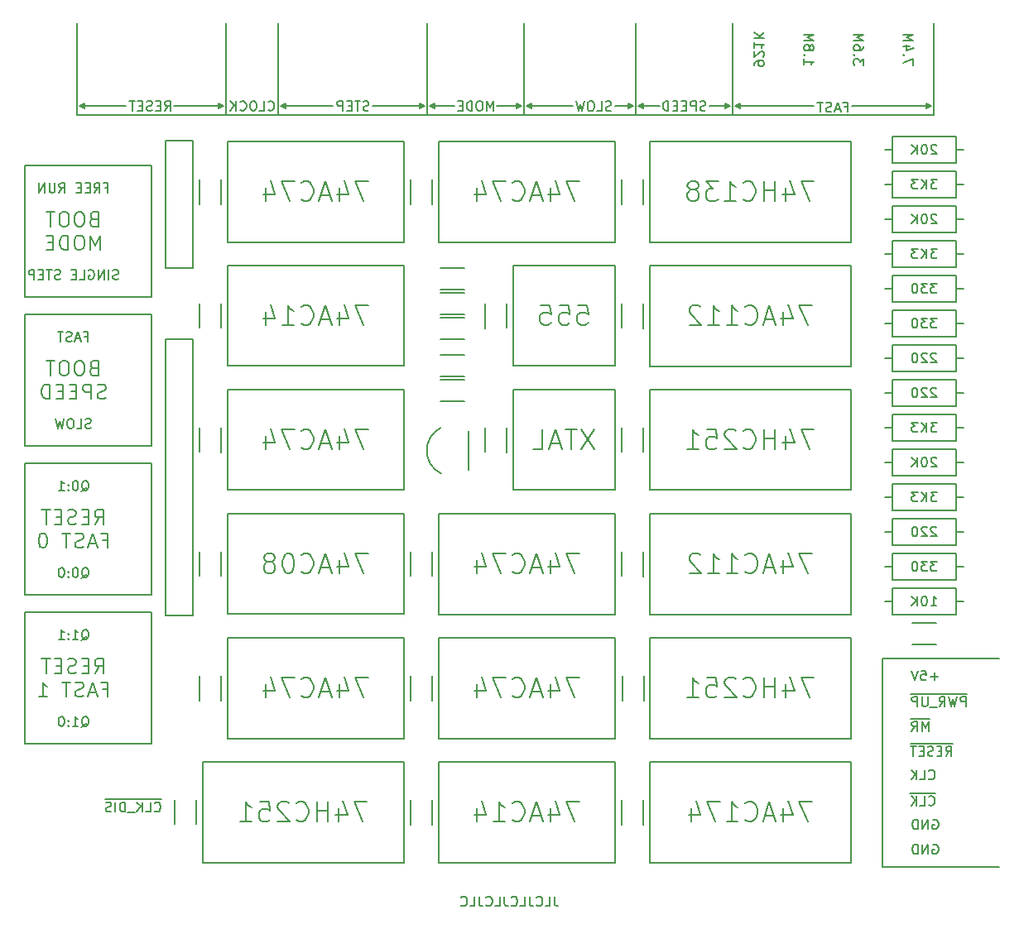
<source format=gbo>
G04 #@! TF.GenerationSoftware,KiCad,Pcbnew,7.0.7*
G04 #@! TF.CreationDate,2023-08-22T16:34:34-04:00*
G04 #@! TF.ProjectId,2 - Clock,32202d20-436c-46f6-936b-2e6b69636164,1.1*
G04 #@! TF.SameCoordinates,Original*
G04 #@! TF.FileFunction,Legend,Bot*
G04 #@! TF.FilePolarity,Positive*
%FSLAX46Y46*%
G04 Gerber Fmt 4.6, Leading zero omitted, Abs format (unit mm)*
G04 Created by KiCad (PCBNEW 7.0.7) date 2023-08-22 16:34:34*
%MOMM*%
%LPD*%
G01*
G04 APERTURE LIST*
%ADD10C,0.150000*%
%ADD11C,0.200000*%
%ADD12C,1.600000*%
%ADD13O,1.600000X1.600000*%
%ADD14R,1.600000X1.600000*%
%ADD15R,1.800000X1.800000*%
%ADD16C,1.800000*%
%ADD17C,2.100000*%
%ADD18C,1.750000*%
%ADD19C,2.600000*%
%ADD20R,1.780000X7.620000*%
%ADD21C,1.440000*%
%ADD22R,1.700000X1.700000*%
%ADD23O,1.700000X1.700000*%
%ADD24R,1.500000X1.500000*%
%ADD25C,1.500000*%
G04 APERTURE END LIST*
D10*
X152125000Y-55626000D02*
X162031000Y-55626000D01*
X89662000Y-60833000D02*
X102616000Y-60833000D01*
X131292600Y-125755400D02*
X131292600Y-128244600D01*
X178333400Y-72034400D02*
X184886600Y-72034400D01*
X184886600Y-74777600D01*
X178333400Y-74777600D01*
X178333400Y-72034400D01*
X131064000Y-54737000D02*
X131572000Y-54483000D01*
X136702800Y-77444600D02*
X136702800Y-74930000D01*
X129082800Y-100330000D02*
X129082800Y-102819200D01*
X145669000Y-54737000D02*
X140970000Y-54737000D01*
X130048000Y-54991000D02*
X130556000Y-54737000D01*
X89662000Y-89535000D02*
X89662000Y-76073000D01*
X109982000Y-54737000D02*
X109474000Y-54483000D01*
X110236000Y-55626000D02*
X115570000Y-55626000D01*
X109982000Y-54737000D02*
X109474000Y-54864000D01*
X184886600Y-94742000D02*
X185623200Y-94742000D01*
X150672800Y-74930000D02*
X150672800Y-77419200D01*
X131292600Y-113055400D02*
X131292600Y-115570000D01*
X162031000Y-55626000D02*
X162031000Y-46200000D01*
X180365400Y-107594400D02*
X182854600Y-107594400D01*
X184886600Y-105410000D02*
X185623200Y-105410000D01*
X102616000Y-104775000D02*
X89662000Y-104775000D01*
X146918000Y-55626000D02*
X146791000Y-55626000D01*
X131953000Y-96443800D02*
X149987000Y-96443800D01*
X149987000Y-106730800D01*
X131953000Y-106730800D01*
X131953000Y-96443800D01*
X107492800Y-64744600D02*
X107492800Y-62255400D01*
X178333400Y-94742000D02*
X177596800Y-94742000D01*
X140970000Y-54737000D02*
X141478000Y-54483000D01*
X134620000Y-73456800D02*
X132105400Y-73456800D01*
X131064000Y-54737000D02*
X131572000Y-54864000D01*
X152984200Y-115544600D02*
X152984200Y-113055400D01*
X102616000Y-106553000D02*
X102616000Y-120015000D01*
X153568400Y-121843800D02*
X174117000Y-121843800D01*
X174117000Y-132130800D01*
X153568400Y-132130800D01*
X153568400Y-121843800D01*
X107492800Y-113055400D02*
X107492800Y-115544600D01*
X151892000Y-54737000D02*
X151384000Y-54483000D01*
X89662000Y-104775000D02*
X89662000Y-91313000D01*
X162814000Y-54991000D02*
X162306000Y-54737000D01*
X115824000Y-54737000D02*
X116332000Y-54864000D01*
X95758000Y-54991000D02*
X95250000Y-54737000D01*
X184886600Y-73406000D02*
X185623200Y-73406000D01*
X149987000Y-54737000D02*
X151892000Y-54737000D01*
X178333400Y-66294000D02*
X177596800Y-66294000D01*
X129082800Y-62255400D02*
X129082800Y-64744600D01*
X131267200Y-102819200D02*
X131267200Y-100330000D01*
X150647400Y-128244600D02*
X150647400Y-125755400D01*
X137922000Y-54737000D02*
X140462000Y-54737000D01*
X95250000Y-54737000D02*
X95758000Y-54610000D01*
X131978400Y-109169200D02*
X149987000Y-109169200D01*
X149987000Y-119430800D01*
X131978400Y-119430800D01*
X131978400Y-109169200D01*
X102616000Y-120015000D02*
X89662000Y-120015000D01*
X150672800Y-62255400D02*
X150672800Y-64744600D01*
X162306000Y-54737000D02*
X162814000Y-54864000D01*
X152908000Y-54483000D02*
X152908000Y-54991000D01*
X140970000Y-54737000D02*
X141478000Y-54610000D01*
X139598400Y-83743800D02*
X149987000Y-83743800D01*
X149987000Y-94005400D01*
X139598400Y-94005400D01*
X139598400Y-83743800D01*
X131572000Y-54991000D02*
X131064000Y-54737000D01*
X139954000Y-54483000D02*
X139954000Y-54991000D01*
X130810000Y-55626000D02*
X130810000Y-46200000D01*
X184886600Y-80518000D02*
X185623200Y-80518000D01*
X178333400Y-93370400D02*
X184886600Y-93370400D01*
X184886600Y-96113600D01*
X178333400Y-96113600D01*
X178333400Y-93370400D01*
X107492800Y-90119200D02*
X107492800Y-87630000D01*
X152857200Y-102844600D02*
X152857200Y-100330000D01*
X162306000Y-54737000D02*
X162814000Y-54483000D01*
X131267200Y-64744600D02*
X131267200Y-62255400D01*
X161798000Y-54737000D02*
X161290000Y-54864000D01*
X130556000Y-54737000D02*
X130048000Y-54864000D01*
X178333400Y-105410000D02*
X177596800Y-105410000D01*
X150672800Y-100330000D02*
X150672800Y-102819200D01*
X182372000Y-54737000D02*
X181864000Y-54864000D01*
X125222000Y-54737000D02*
X130556000Y-54737000D01*
X95758000Y-54483000D02*
X95758000Y-54991000D01*
X150672800Y-87604600D02*
X150672800Y-90119200D01*
X138887200Y-90144600D02*
X138887200Y-87630000D01*
X153543000Y-83743800D02*
X174091600Y-83743800D01*
X174091600Y-94005400D01*
X153543000Y-94005400D01*
X153543000Y-83743800D01*
X178333400Y-89814400D02*
X184886600Y-89814400D01*
X184886600Y-92557600D01*
X178333400Y-92557600D01*
X178333400Y-89814400D01*
X102616000Y-60833000D02*
X102616000Y-74295000D01*
X140716000Y-55626000D02*
X140716000Y-46200000D01*
X116332000Y-54483000D02*
X116332000Y-54991000D01*
X102616000Y-74295000D02*
X89662000Y-74295000D01*
X139598400Y-71043800D02*
X149987000Y-71043800D01*
X149987000Y-81305400D01*
X139598400Y-81305400D01*
X139598400Y-71043800D01*
X131978400Y-121843800D02*
X149987000Y-121843800D01*
X149987000Y-132130800D01*
X131978400Y-132130800D01*
X131978400Y-121843800D01*
X140462000Y-54737000D02*
X139954000Y-54864000D01*
X178333400Y-62738000D02*
X177596800Y-62738000D01*
X181864000Y-54991000D02*
X182372000Y-54737000D01*
X132105400Y-82727800D02*
X134594600Y-82727800D01*
X89662000Y-91313000D02*
X102616000Y-91313000D01*
X184886600Y-59182000D02*
X185623200Y-59182000D01*
X178333400Y-91186000D02*
X177596800Y-91186000D01*
X133604000Y-54737000D02*
X131064000Y-54737000D01*
X178333400Y-59182000D02*
X177596800Y-59182000D01*
X178333400Y-96926400D02*
X184886600Y-96926400D01*
X184886600Y-99669600D01*
X178333400Y-99669600D01*
X178333400Y-96926400D01*
X110363000Y-109143800D02*
X128371600Y-109143800D01*
X128371600Y-119430800D01*
X110363000Y-119430800D01*
X110363000Y-109143800D01*
X151892000Y-54737000D02*
X151384000Y-54864000D01*
X141478000Y-54483000D02*
X141478000Y-54991000D01*
X110363000Y-83743800D02*
X128397000Y-83743800D01*
X128397000Y-94005400D01*
X110363000Y-94005400D01*
X110363000Y-83743800D01*
X178333400Y-98298000D02*
X177596800Y-98298000D01*
X134594600Y-82372200D02*
X132105400Y-82372200D01*
X102616000Y-76073000D02*
X102616000Y-89535000D01*
X152400000Y-54737000D02*
X152908000Y-54483000D01*
X140462000Y-54737000D02*
X139954000Y-54610000D01*
X161798000Y-54737000D02*
X161290000Y-54483000D01*
X182372000Y-54737000D02*
X181864000Y-54610000D01*
X182372000Y-54737000D02*
X181864000Y-54483000D01*
X129082800Y-115570000D02*
X129082800Y-113055400D01*
X109474000Y-54991000D02*
X109982000Y-54737000D01*
X95250000Y-54737000D02*
X95758000Y-54483000D01*
X170307000Y-54737000D02*
X162306000Y-54737000D01*
X115824000Y-54737000D02*
X116332000Y-54610000D01*
X178333400Y-76962000D02*
X177596800Y-76962000D01*
X141478000Y-54991000D02*
X140970000Y-54737000D01*
X178333400Y-100482400D02*
X184886600Y-100482400D01*
X184886600Y-103225600D01*
X178333400Y-103225600D01*
X178333400Y-100482400D01*
X161290000Y-54483000D02*
X161290000Y-54991000D01*
X151384000Y-54991000D02*
X151892000Y-54737000D01*
X182605000Y-55626000D02*
X182605000Y-46200000D01*
X174244000Y-54737000D02*
X182372000Y-54737000D01*
X184886600Y-76962000D02*
X185623200Y-76962000D01*
X162814000Y-54483000D02*
X162814000Y-54991000D01*
X184886600Y-69850000D02*
X185623200Y-69850000D01*
X135051800Y-91922600D02*
X135051800Y-87998395D01*
X178333400Y-64922400D02*
X184886600Y-64922400D01*
X184886600Y-67665600D01*
X178333400Y-67665600D01*
X178333400Y-64922400D01*
X104952800Y-125730000D02*
X104952800Y-128219200D01*
X89662000Y-120015000D02*
X89662000Y-106553000D01*
X109677200Y-102819200D02*
X109677200Y-100330000D01*
X152857200Y-64744600D02*
X152857200Y-62255400D01*
X110363000Y-58343800D02*
X128397000Y-58343800D01*
X128397000Y-68630800D01*
X110363000Y-68630800D01*
X110363000Y-58343800D01*
X121158000Y-54737000D02*
X115824000Y-54737000D01*
X177317400Y-132588000D02*
X177317400Y-111226600D01*
X130048000Y-54483000D02*
X130048000Y-54991000D01*
X136702800Y-87630000D02*
X136702800Y-90119200D01*
X178333400Y-101854000D02*
X177596800Y-101854000D01*
X184886600Y-91186000D02*
X185623200Y-91186000D01*
X132105400Y-76352400D02*
X134594600Y-76352400D01*
X140462000Y-54737000D02*
X139954000Y-54483000D01*
X178333400Y-84074000D02*
X177596800Y-84074000D01*
X189280800Y-132562600D02*
X177317400Y-132588000D01*
X154559000Y-54737000D02*
X152400000Y-54737000D01*
X184886600Y-66294000D02*
X185623200Y-66294000D01*
X116332000Y-54991000D02*
X115824000Y-54737000D01*
X178333400Y-82702400D02*
X184886600Y-82702400D01*
X184886600Y-85445600D01*
X178333400Y-85445600D01*
X178333400Y-82702400D01*
X153543000Y-71043800D02*
X174091600Y-71043800D01*
X174091600Y-81330800D01*
X153543000Y-81330800D01*
X153543000Y-71043800D01*
X131064000Y-54737000D02*
X131572000Y-54610000D01*
X130556000Y-54737000D02*
X130048000Y-54610000D01*
X152400000Y-54737000D02*
X152908000Y-54610000D01*
X184886600Y-98298000D02*
X185623200Y-98298000D01*
X152908000Y-54991000D02*
X152400000Y-54737000D01*
X177317400Y-111226600D02*
X189255400Y-111226600D01*
X129082800Y-128244600D02*
X129082800Y-125755400D01*
X104013000Y-78587600D02*
X106807000Y-78587600D01*
X106807000Y-106857800D01*
X104013000Y-106857800D01*
X104013000Y-78587600D01*
X109677200Y-115544600D02*
X109677200Y-113055400D01*
X180365400Y-109829600D02*
X182880000Y-109829600D01*
X104013000Y-58242200D02*
X106807000Y-58242200D01*
X106807000Y-71297800D01*
X104013000Y-71297800D01*
X104013000Y-58242200D01*
X178333400Y-61366400D02*
X184886600Y-61366400D01*
X184886600Y-64109600D01*
X178333400Y-64109600D01*
X178333400Y-61366400D01*
X131572000Y-54483000D02*
X131572000Y-54991000D01*
X153543000Y-58343800D02*
X174091600Y-58343800D01*
X174091600Y-68630800D01*
X153543000Y-68630800D01*
X153543000Y-58343800D01*
X139954000Y-54991000D02*
X140462000Y-54737000D01*
X107162600Y-128219200D02*
X107162600Y-125730000D01*
X150799800Y-115544600D02*
X150799800Y-113055400D01*
X178333400Y-104038400D02*
X184886600Y-104038400D01*
X184886600Y-106781600D01*
X178333400Y-106781600D01*
X178333400Y-104038400D01*
X132207000Y-87630000D02*
G75*
G03*
X132207000Y-92329000I1147900J-2349500D01*
G01*
X109677200Y-62255400D02*
X109677200Y-64744600D01*
X152882600Y-128244600D02*
X152882600Y-125755400D01*
X151384000Y-54483000D02*
X151384000Y-54991000D01*
X89662000Y-106553000D02*
X102616000Y-106553000D01*
X181864000Y-54483000D02*
X181864000Y-54991000D01*
X140716000Y-55626000D02*
X152125000Y-55626000D01*
X110388400Y-71043800D02*
X128397000Y-71043800D01*
X128397000Y-81305400D01*
X110388400Y-81305400D01*
X110388400Y-71043800D01*
X159639000Y-54737000D02*
X161798000Y-54737000D01*
X134594600Y-78536800D02*
X132105400Y-78536800D01*
X162031000Y-55626000D02*
X182605000Y-55626000D01*
X162306000Y-54737000D02*
X162814000Y-54610000D01*
X130556000Y-54737000D02*
X130048000Y-54483000D01*
X161290000Y-54991000D02*
X161798000Y-54737000D01*
X89662000Y-76073000D02*
X102616000Y-76073000D01*
X109677200Y-74930000D02*
X109677200Y-77419200D01*
X89662000Y-74295000D02*
X89662000Y-60833000D01*
X110363000Y-96443800D02*
X128397000Y-96443800D01*
X128397000Y-106705400D01*
X110363000Y-106705400D01*
X110363000Y-96443800D01*
X132105400Y-71272400D02*
X134594600Y-71272400D01*
X153543000Y-96469200D02*
X174091600Y-96469200D01*
X174091600Y-106730800D01*
X153543000Y-106730800D01*
X153543000Y-96469200D01*
X151892000Y-54737000D02*
X151384000Y-54610000D01*
X178333400Y-69850000D02*
X177596800Y-69850000D01*
X131953000Y-58343800D02*
X149961600Y-58343800D01*
X149961600Y-68630800D01*
X131953000Y-68630800D01*
X131953000Y-58343800D01*
X152125000Y-55626000D02*
X152125000Y-46200000D01*
X178333400Y-57810400D02*
X184886600Y-57810400D01*
X184886600Y-60553600D01*
X178333400Y-60553600D01*
X178333400Y-57810400D01*
X184886600Y-62738000D02*
X185623200Y-62738000D01*
X178333400Y-73406000D02*
X177596800Y-73406000D01*
X102616000Y-91313000D02*
X102616000Y-104775000D01*
X132105400Y-73812400D02*
X134620000Y-73812400D01*
X107492800Y-77419200D02*
X107492800Y-74930000D01*
X184886600Y-101854000D02*
X185623200Y-101854000D01*
X140970000Y-54737000D02*
X141478000Y-54864000D01*
X152857200Y-77444600D02*
X152857200Y-74930000D01*
X178333400Y-68478400D02*
X184886600Y-68478400D01*
X184886600Y-71221600D01*
X178333400Y-71221600D01*
X178333400Y-68478400D01*
X161798000Y-54737000D02*
X161290000Y-54610000D01*
X107848400Y-121843800D02*
X128397000Y-121843800D01*
X128397000Y-132130800D01*
X107848400Y-132130800D01*
X107848400Y-121843800D01*
X184912000Y-87630000D02*
X185623200Y-87630000D01*
X109982000Y-54737000D02*
X109474000Y-54610000D01*
X184886600Y-84074000D02*
X185623200Y-84074000D01*
X178333400Y-86258400D02*
X184886600Y-86258400D01*
X184886600Y-89001600D01*
X178333400Y-89001600D01*
X178333400Y-86258400D01*
X115824000Y-54737000D02*
X116332000Y-54483000D01*
X178333400Y-79146400D02*
X184886600Y-79146400D01*
X184886600Y-81889600D01*
X178333400Y-81889600D01*
X178333400Y-79146400D01*
X95250000Y-54737000D02*
X95758000Y-54864000D01*
X152857200Y-90119200D02*
X152857200Y-87604600D01*
X138887200Y-74930000D02*
X138887200Y-77419200D01*
X178333400Y-80518000D02*
X177596800Y-80518000D01*
X178333400Y-75590400D02*
X184886600Y-75590400D01*
X184886600Y-78333600D01*
X178333400Y-78333600D01*
X178333400Y-75590400D01*
X107492800Y-100330000D02*
X107492800Y-102819200D01*
X132105400Y-80187800D02*
X134594600Y-80187800D01*
X94996000Y-46200000D02*
X94996000Y-55626000D01*
X178333400Y-87630000D02*
X177596800Y-87630000D01*
X153543000Y-109143800D02*
X174091600Y-109143800D01*
X174091600Y-119430800D01*
X153543000Y-119430800D01*
X153543000Y-109143800D01*
X134620000Y-75996800D02*
X132105400Y-75996800D01*
X109677200Y-87630000D02*
X109677200Y-90144600D01*
X130810000Y-55626000D02*
X140716000Y-55626000D01*
X152400000Y-54737000D02*
X152908000Y-54864000D01*
X94996000Y-55626000D02*
X110236000Y-55626000D01*
X109474000Y-54483000D02*
X109474000Y-54991000D01*
X110236000Y-55626000D02*
X110236000Y-46200000D01*
X115570000Y-55626000D02*
X130810000Y-55626000D01*
X134594600Y-84912200D02*
X132105400Y-84912200D01*
X115570000Y-55626000D02*
X115570000Y-46200000D01*
X102616000Y-89535000D02*
X89662000Y-89535000D01*
X104902000Y-54737000D02*
X109982000Y-54737000D01*
X99949000Y-54737000D02*
X95250000Y-54737000D01*
X185872094Y-116151819D02*
X185872094Y-115151819D01*
X185872094Y-115151819D02*
X185491142Y-115151819D01*
X185491142Y-115151819D02*
X185395904Y-115199438D01*
X185395904Y-115199438D02*
X185348285Y-115247057D01*
X185348285Y-115247057D02*
X185300666Y-115342295D01*
X185300666Y-115342295D02*
X185300666Y-115485152D01*
X185300666Y-115485152D02*
X185348285Y-115580390D01*
X185348285Y-115580390D02*
X185395904Y-115628009D01*
X185395904Y-115628009D02*
X185491142Y-115675628D01*
X185491142Y-115675628D02*
X185872094Y-115675628D01*
X184967332Y-115151819D02*
X184729237Y-116151819D01*
X184729237Y-116151819D02*
X184538761Y-115437533D01*
X184538761Y-115437533D02*
X184348285Y-116151819D01*
X184348285Y-116151819D02*
X184110190Y-115151819D01*
X183157809Y-116151819D02*
X183491142Y-115675628D01*
X183729237Y-116151819D02*
X183729237Y-115151819D01*
X183729237Y-115151819D02*
X183348285Y-115151819D01*
X183348285Y-115151819D02*
X183253047Y-115199438D01*
X183253047Y-115199438D02*
X183205428Y-115247057D01*
X183205428Y-115247057D02*
X183157809Y-115342295D01*
X183157809Y-115342295D02*
X183157809Y-115485152D01*
X183157809Y-115485152D02*
X183205428Y-115580390D01*
X183205428Y-115580390D02*
X183253047Y-115628009D01*
X183253047Y-115628009D02*
X183348285Y-115675628D01*
X183348285Y-115675628D02*
X183729237Y-115675628D01*
X182967333Y-116247057D02*
X182205428Y-116247057D01*
X181967332Y-115151819D02*
X181967332Y-115961342D01*
X181967332Y-115961342D02*
X181919713Y-116056580D01*
X181919713Y-116056580D02*
X181872094Y-116104200D01*
X181872094Y-116104200D02*
X181776856Y-116151819D01*
X181776856Y-116151819D02*
X181586380Y-116151819D01*
X181586380Y-116151819D02*
X181491142Y-116104200D01*
X181491142Y-116104200D02*
X181443523Y-116056580D01*
X181443523Y-116056580D02*
X181395904Y-115961342D01*
X181395904Y-115961342D02*
X181395904Y-115151819D01*
X180919713Y-116151819D02*
X180919713Y-115151819D01*
X180919713Y-115151819D02*
X180538761Y-115151819D01*
X180538761Y-115151819D02*
X180443523Y-115199438D01*
X180443523Y-115199438D02*
X180395904Y-115247057D01*
X180395904Y-115247057D02*
X180348285Y-115342295D01*
X180348285Y-115342295D02*
X180348285Y-115485152D01*
X180348285Y-115485152D02*
X180395904Y-115580390D01*
X180395904Y-115580390D02*
X180443523Y-115628009D01*
X180443523Y-115628009D02*
X180538761Y-115675628D01*
X180538761Y-115675628D02*
X180919713Y-115675628D01*
X186010190Y-114874200D02*
X180257809Y-114874200D01*
X95424523Y-103039057D02*
X95519761Y-102991438D01*
X95519761Y-102991438D02*
X95614999Y-102896200D01*
X95614999Y-102896200D02*
X95757856Y-102753342D01*
X95757856Y-102753342D02*
X95853094Y-102705723D01*
X95853094Y-102705723D02*
X95948332Y-102705723D01*
X95900713Y-102943819D02*
X95995951Y-102896200D01*
X95995951Y-102896200D02*
X96091189Y-102800961D01*
X96091189Y-102800961D02*
X96138808Y-102610485D01*
X96138808Y-102610485D02*
X96138808Y-102277152D01*
X96138808Y-102277152D02*
X96091189Y-102086676D01*
X96091189Y-102086676D02*
X95995951Y-101991438D01*
X95995951Y-101991438D02*
X95900713Y-101943819D01*
X95900713Y-101943819D02*
X95710237Y-101943819D01*
X95710237Y-101943819D02*
X95614999Y-101991438D01*
X95614999Y-101991438D02*
X95519761Y-102086676D01*
X95519761Y-102086676D02*
X95472142Y-102277152D01*
X95472142Y-102277152D02*
X95472142Y-102610485D01*
X95472142Y-102610485D02*
X95519761Y-102800961D01*
X95519761Y-102800961D02*
X95614999Y-102896200D01*
X95614999Y-102896200D02*
X95710237Y-102943819D01*
X95710237Y-102943819D02*
X95900713Y-102943819D01*
X94853094Y-101943819D02*
X94757856Y-101943819D01*
X94757856Y-101943819D02*
X94662618Y-101991438D01*
X94662618Y-101991438D02*
X94614999Y-102039057D01*
X94614999Y-102039057D02*
X94567380Y-102134295D01*
X94567380Y-102134295D02*
X94519761Y-102324771D01*
X94519761Y-102324771D02*
X94519761Y-102562866D01*
X94519761Y-102562866D02*
X94567380Y-102753342D01*
X94567380Y-102753342D02*
X94614999Y-102848580D01*
X94614999Y-102848580D02*
X94662618Y-102896200D01*
X94662618Y-102896200D02*
X94757856Y-102943819D01*
X94757856Y-102943819D02*
X94853094Y-102943819D01*
X94853094Y-102943819D02*
X94948332Y-102896200D01*
X94948332Y-102896200D02*
X94995951Y-102848580D01*
X94995951Y-102848580D02*
X95043570Y-102753342D01*
X95043570Y-102753342D02*
X95091189Y-102562866D01*
X95091189Y-102562866D02*
X95091189Y-102324771D01*
X95091189Y-102324771D02*
X95043570Y-102134295D01*
X95043570Y-102134295D02*
X94995951Y-102039057D01*
X94995951Y-102039057D02*
X94948332Y-101991438D01*
X94948332Y-101991438D02*
X94853094Y-101943819D01*
X94091189Y-102848580D02*
X94043570Y-102896200D01*
X94043570Y-102896200D02*
X94091189Y-102943819D01*
X94091189Y-102943819D02*
X94138808Y-102896200D01*
X94138808Y-102896200D02*
X94091189Y-102848580D01*
X94091189Y-102848580D02*
X94091189Y-102943819D01*
X94091189Y-102324771D02*
X94043570Y-102372390D01*
X94043570Y-102372390D02*
X94091189Y-102420009D01*
X94091189Y-102420009D02*
X94138808Y-102372390D01*
X94138808Y-102372390D02*
X94091189Y-102324771D01*
X94091189Y-102324771D02*
X94091189Y-102420009D01*
X93424523Y-101943819D02*
X93329285Y-101943819D01*
X93329285Y-101943819D02*
X93234047Y-101991438D01*
X93234047Y-101991438D02*
X93186428Y-102039057D01*
X93186428Y-102039057D02*
X93138809Y-102134295D01*
X93138809Y-102134295D02*
X93091190Y-102324771D01*
X93091190Y-102324771D02*
X93091190Y-102562866D01*
X93091190Y-102562866D02*
X93138809Y-102753342D01*
X93138809Y-102753342D02*
X93186428Y-102848580D01*
X93186428Y-102848580D02*
X93234047Y-102896200D01*
X93234047Y-102896200D02*
X93329285Y-102943819D01*
X93329285Y-102943819D02*
X93424523Y-102943819D01*
X93424523Y-102943819D02*
X93519761Y-102896200D01*
X93519761Y-102896200D02*
X93567380Y-102848580D01*
X93567380Y-102848580D02*
X93614999Y-102753342D01*
X93614999Y-102753342D02*
X93662618Y-102562866D01*
X93662618Y-102562866D02*
X93662618Y-102324771D01*
X93662618Y-102324771D02*
X93614999Y-102134295D01*
X93614999Y-102134295D02*
X93567380Y-102039057D01*
X93567380Y-102039057D02*
X93519761Y-101991438D01*
X93519761Y-101991438D02*
X93424523Y-101943819D01*
X182062332Y-118691819D02*
X182062332Y-117691819D01*
X182062332Y-117691819D02*
X181728999Y-118406104D01*
X181728999Y-118406104D02*
X181395666Y-117691819D01*
X181395666Y-117691819D02*
X181395666Y-118691819D01*
X180348047Y-118691819D02*
X180681380Y-118215628D01*
X180919475Y-118691819D02*
X180919475Y-117691819D01*
X180919475Y-117691819D02*
X180538523Y-117691819D01*
X180538523Y-117691819D02*
X180443285Y-117739438D01*
X180443285Y-117739438D02*
X180395666Y-117787057D01*
X180395666Y-117787057D02*
X180348047Y-117882295D01*
X180348047Y-117882295D02*
X180348047Y-118025152D01*
X180348047Y-118025152D02*
X180395666Y-118120390D01*
X180395666Y-118120390D02*
X180443285Y-118168009D01*
X180443285Y-118168009D02*
X180538523Y-118215628D01*
X180538523Y-118215628D02*
X180919475Y-118215628D01*
X182200428Y-117414200D02*
X180257571Y-117414200D01*
X95424523Y-94149057D02*
X95519761Y-94101438D01*
X95519761Y-94101438D02*
X95614999Y-94006200D01*
X95614999Y-94006200D02*
X95757856Y-93863342D01*
X95757856Y-93863342D02*
X95853094Y-93815723D01*
X95853094Y-93815723D02*
X95948332Y-93815723D01*
X95900713Y-94053819D02*
X95995951Y-94006200D01*
X95995951Y-94006200D02*
X96091189Y-93910961D01*
X96091189Y-93910961D02*
X96138808Y-93720485D01*
X96138808Y-93720485D02*
X96138808Y-93387152D01*
X96138808Y-93387152D02*
X96091189Y-93196676D01*
X96091189Y-93196676D02*
X95995951Y-93101438D01*
X95995951Y-93101438D02*
X95900713Y-93053819D01*
X95900713Y-93053819D02*
X95710237Y-93053819D01*
X95710237Y-93053819D02*
X95614999Y-93101438D01*
X95614999Y-93101438D02*
X95519761Y-93196676D01*
X95519761Y-93196676D02*
X95472142Y-93387152D01*
X95472142Y-93387152D02*
X95472142Y-93720485D01*
X95472142Y-93720485D02*
X95519761Y-93910961D01*
X95519761Y-93910961D02*
X95614999Y-94006200D01*
X95614999Y-94006200D02*
X95710237Y-94053819D01*
X95710237Y-94053819D02*
X95900713Y-94053819D01*
X94853094Y-93053819D02*
X94757856Y-93053819D01*
X94757856Y-93053819D02*
X94662618Y-93101438D01*
X94662618Y-93101438D02*
X94614999Y-93149057D01*
X94614999Y-93149057D02*
X94567380Y-93244295D01*
X94567380Y-93244295D02*
X94519761Y-93434771D01*
X94519761Y-93434771D02*
X94519761Y-93672866D01*
X94519761Y-93672866D02*
X94567380Y-93863342D01*
X94567380Y-93863342D02*
X94614999Y-93958580D01*
X94614999Y-93958580D02*
X94662618Y-94006200D01*
X94662618Y-94006200D02*
X94757856Y-94053819D01*
X94757856Y-94053819D02*
X94853094Y-94053819D01*
X94853094Y-94053819D02*
X94948332Y-94006200D01*
X94948332Y-94006200D02*
X94995951Y-93958580D01*
X94995951Y-93958580D02*
X95043570Y-93863342D01*
X95043570Y-93863342D02*
X95091189Y-93672866D01*
X95091189Y-93672866D02*
X95091189Y-93434771D01*
X95091189Y-93434771D02*
X95043570Y-93244295D01*
X95043570Y-93244295D02*
X94995951Y-93149057D01*
X94995951Y-93149057D02*
X94948332Y-93101438D01*
X94948332Y-93101438D02*
X94853094Y-93053819D01*
X94091189Y-93958580D02*
X94043570Y-94006200D01*
X94043570Y-94006200D02*
X94091189Y-94053819D01*
X94091189Y-94053819D02*
X94138808Y-94006200D01*
X94138808Y-94006200D02*
X94091189Y-93958580D01*
X94091189Y-93958580D02*
X94091189Y-94053819D01*
X94091189Y-93434771D02*
X94043570Y-93482390D01*
X94043570Y-93482390D02*
X94091189Y-93530009D01*
X94091189Y-93530009D02*
X94138808Y-93482390D01*
X94138808Y-93482390D02*
X94091189Y-93434771D01*
X94091189Y-93434771D02*
X94091189Y-93530009D01*
X93091190Y-94053819D02*
X93662618Y-94053819D01*
X93376904Y-94053819D02*
X93376904Y-93053819D01*
X93376904Y-93053819D02*
X93472142Y-93196676D01*
X93472142Y-93196676D02*
X93567380Y-93291914D01*
X93567380Y-93291914D02*
X93662618Y-93339533D01*
X159268475Y-55144200D02*
X159125618Y-55191819D01*
X159125618Y-55191819D02*
X158887523Y-55191819D01*
X158887523Y-55191819D02*
X158792285Y-55144200D01*
X158792285Y-55144200D02*
X158744666Y-55096580D01*
X158744666Y-55096580D02*
X158697047Y-55001342D01*
X158697047Y-55001342D02*
X158697047Y-54906104D01*
X158697047Y-54906104D02*
X158744666Y-54810866D01*
X158744666Y-54810866D02*
X158792285Y-54763247D01*
X158792285Y-54763247D02*
X158887523Y-54715628D01*
X158887523Y-54715628D02*
X159077999Y-54668009D01*
X159077999Y-54668009D02*
X159173237Y-54620390D01*
X159173237Y-54620390D02*
X159220856Y-54572771D01*
X159220856Y-54572771D02*
X159268475Y-54477533D01*
X159268475Y-54477533D02*
X159268475Y-54382295D01*
X159268475Y-54382295D02*
X159220856Y-54287057D01*
X159220856Y-54287057D02*
X159173237Y-54239438D01*
X159173237Y-54239438D02*
X159077999Y-54191819D01*
X159077999Y-54191819D02*
X158839904Y-54191819D01*
X158839904Y-54191819D02*
X158697047Y-54239438D01*
X158268475Y-55191819D02*
X158268475Y-54191819D01*
X158268475Y-54191819D02*
X157887523Y-54191819D01*
X157887523Y-54191819D02*
X157792285Y-54239438D01*
X157792285Y-54239438D02*
X157744666Y-54287057D01*
X157744666Y-54287057D02*
X157697047Y-54382295D01*
X157697047Y-54382295D02*
X157697047Y-54525152D01*
X157697047Y-54525152D02*
X157744666Y-54620390D01*
X157744666Y-54620390D02*
X157792285Y-54668009D01*
X157792285Y-54668009D02*
X157887523Y-54715628D01*
X157887523Y-54715628D02*
X158268475Y-54715628D01*
X157268475Y-54668009D02*
X156935142Y-54668009D01*
X156792285Y-55191819D02*
X157268475Y-55191819D01*
X157268475Y-55191819D02*
X157268475Y-54191819D01*
X157268475Y-54191819D02*
X156792285Y-54191819D01*
X156363713Y-54668009D02*
X156030380Y-54668009D01*
X155887523Y-55191819D02*
X156363713Y-55191819D01*
X156363713Y-55191819D02*
X156363713Y-54191819D01*
X156363713Y-54191819D02*
X155887523Y-54191819D01*
X155458951Y-55191819D02*
X155458951Y-54191819D01*
X155458951Y-54191819D02*
X155220856Y-54191819D01*
X155220856Y-54191819D02*
X155077999Y-54239438D01*
X155077999Y-54239438D02*
X154982761Y-54334676D01*
X154982761Y-54334676D02*
X154935142Y-54429914D01*
X154935142Y-54429914D02*
X154887523Y-54620390D01*
X154887523Y-54620390D02*
X154887523Y-54763247D01*
X154887523Y-54763247D02*
X154935142Y-54953723D01*
X154935142Y-54953723D02*
X154982761Y-55048961D01*
X154982761Y-55048961D02*
X155077999Y-55144200D01*
X155077999Y-55144200D02*
X155220856Y-55191819D01*
X155220856Y-55191819D02*
X155458951Y-55191819D01*
X182895713Y-101308819D02*
X182276666Y-101308819D01*
X182276666Y-101308819D02*
X182609999Y-101689771D01*
X182609999Y-101689771D02*
X182467142Y-101689771D01*
X182467142Y-101689771D02*
X182371904Y-101737390D01*
X182371904Y-101737390D02*
X182324285Y-101785009D01*
X182324285Y-101785009D02*
X182276666Y-101880247D01*
X182276666Y-101880247D02*
X182276666Y-102118342D01*
X182276666Y-102118342D02*
X182324285Y-102213580D01*
X182324285Y-102213580D02*
X182371904Y-102261200D01*
X182371904Y-102261200D02*
X182467142Y-102308819D01*
X182467142Y-102308819D02*
X182752856Y-102308819D01*
X182752856Y-102308819D02*
X182848094Y-102261200D01*
X182848094Y-102261200D02*
X182895713Y-102213580D01*
X181943332Y-101308819D02*
X181324285Y-101308819D01*
X181324285Y-101308819D02*
X181657618Y-101689771D01*
X181657618Y-101689771D02*
X181514761Y-101689771D01*
X181514761Y-101689771D02*
X181419523Y-101737390D01*
X181419523Y-101737390D02*
X181371904Y-101785009D01*
X181371904Y-101785009D02*
X181324285Y-101880247D01*
X181324285Y-101880247D02*
X181324285Y-102118342D01*
X181324285Y-102118342D02*
X181371904Y-102213580D01*
X181371904Y-102213580D02*
X181419523Y-102261200D01*
X181419523Y-102261200D02*
X181514761Y-102308819D01*
X181514761Y-102308819D02*
X181800475Y-102308819D01*
X181800475Y-102308819D02*
X181895713Y-102261200D01*
X181895713Y-102261200D02*
X181943332Y-102213580D01*
X180705237Y-101308819D02*
X180609999Y-101308819D01*
X180609999Y-101308819D02*
X180514761Y-101356438D01*
X180514761Y-101356438D02*
X180467142Y-101404057D01*
X180467142Y-101404057D02*
X180419523Y-101499295D01*
X180419523Y-101499295D02*
X180371904Y-101689771D01*
X180371904Y-101689771D02*
X180371904Y-101927866D01*
X180371904Y-101927866D02*
X180419523Y-102118342D01*
X180419523Y-102118342D02*
X180467142Y-102213580D01*
X180467142Y-102213580D02*
X180514761Y-102261200D01*
X180514761Y-102261200D02*
X180609999Y-102308819D01*
X180609999Y-102308819D02*
X180705237Y-102308819D01*
X180705237Y-102308819D02*
X180800475Y-102261200D01*
X180800475Y-102261200D02*
X180848094Y-102213580D01*
X180848094Y-102213580D02*
X180895713Y-102118342D01*
X180895713Y-102118342D02*
X180943332Y-101927866D01*
X180943332Y-101927866D02*
X180943332Y-101689771D01*
X180943332Y-101689771D02*
X180895713Y-101499295D01*
X180895713Y-101499295D02*
X180848094Y-101404057D01*
X180848094Y-101404057D02*
X180800475Y-101356438D01*
X180800475Y-101356438D02*
X180705237Y-101308819D01*
D11*
X124760952Y-75114838D02*
X123427619Y-75114838D01*
X123427619Y-75114838D02*
X124284762Y-77114838D01*
X121808571Y-75781504D02*
X121808571Y-77114838D01*
X122284762Y-75019600D02*
X122760952Y-76448171D01*
X122760952Y-76448171D02*
X121522857Y-76448171D01*
X120856190Y-76543409D02*
X119903809Y-76543409D01*
X121046666Y-77114838D02*
X120380000Y-75114838D01*
X120380000Y-75114838D02*
X119713333Y-77114838D01*
X117903809Y-76924361D02*
X117999047Y-77019600D01*
X117999047Y-77019600D02*
X118284761Y-77114838D01*
X118284761Y-77114838D02*
X118475237Y-77114838D01*
X118475237Y-77114838D02*
X118760952Y-77019600D01*
X118760952Y-77019600D02*
X118951428Y-76829123D01*
X118951428Y-76829123D02*
X119046666Y-76638647D01*
X119046666Y-76638647D02*
X119141904Y-76257695D01*
X119141904Y-76257695D02*
X119141904Y-75971980D01*
X119141904Y-75971980D02*
X119046666Y-75591028D01*
X119046666Y-75591028D02*
X118951428Y-75400552D01*
X118951428Y-75400552D02*
X118760952Y-75210076D01*
X118760952Y-75210076D02*
X118475237Y-75114838D01*
X118475237Y-75114838D02*
X118284761Y-75114838D01*
X118284761Y-75114838D02*
X117999047Y-75210076D01*
X117999047Y-75210076D02*
X117903809Y-75305314D01*
X115999047Y-77114838D02*
X117141904Y-77114838D01*
X116570476Y-77114838D02*
X116570476Y-75114838D01*
X116570476Y-75114838D02*
X116760952Y-75400552D01*
X116760952Y-75400552D02*
X116951428Y-75591028D01*
X116951428Y-75591028D02*
X117141904Y-75686266D01*
X114284761Y-75781504D02*
X114284761Y-77114838D01*
X114760952Y-75019600D02*
X115237142Y-76448171D01*
X115237142Y-76448171D02*
X113999047Y-76448171D01*
X170353809Y-87814838D02*
X169020476Y-87814838D01*
X169020476Y-87814838D02*
X169877619Y-89814838D01*
X167401428Y-88481504D02*
X167401428Y-89814838D01*
X167877619Y-87719600D02*
X168353809Y-89148171D01*
X168353809Y-89148171D02*
X167115714Y-89148171D01*
X166353809Y-89814838D02*
X166353809Y-87814838D01*
X166353809Y-88767219D02*
X165210952Y-88767219D01*
X165210952Y-89814838D02*
X165210952Y-87814838D01*
X163115714Y-89624361D02*
X163210952Y-89719600D01*
X163210952Y-89719600D02*
X163496666Y-89814838D01*
X163496666Y-89814838D02*
X163687142Y-89814838D01*
X163687142Y-89814838D02*
X163972857Y-89719600D01*
X163972857Y-89719600D02*
X164163333Y-89529123D01*
X164163333Y-89529123D02*
X164258571Y-89338647D01*
X164258571Y-89338647D02*
X164353809Y-88957695D01*
X164353809Y-88957695D02*
X164353809Y-88671980D01*
X164353809Y-88671980D02*
X164258571Y-88291028D01*
X164258571Y-88291028D02*
X164163333Y-88100552D01*
X164163333Y-88100552D02*
X163972857Y-87910076D01*
X163972857Y-87910076D02*
X163687142Y-87814838D01*
X163687142Y-87814838D02*
X163496666Y-87814838D01*
X163496666Y-87814838D02*
X163210952Y-87910076D01*
X163210952Y-87910076D02*
X163115714Y-88005314D01*
X162353809Y-88005314D02*
X162258571Y-87910076D01*
X162258571Y-87910076D02*
X162068095Y-87814838D01*
X162068095Y-87814838D02*
X161591904Y-87814838D01*
X161591904Y-87814838D02*
X161401428Y-87910076D01*
X161401428Y-87910076D02*
X161306190Y-88005314D01*
X161306190Y-88005314D02*
X161210952Y-88195790D01*
X161210952Y-88195790D02*
X161210952Y-88386266D01*
X161210952Y-88386266D02*
X161306190Y-88671980D01*
X161306190Y-88671980D02*
X162449047Y-89814838D01*
X162449047Y-89814838D02*
X161210952Y-89814838D01*
X159401428Y-87814838D02*
X160353809Y-87814838D01*
X160353809Y-87814838D02*
X160449047Y-88767219D01*
X160449047Y-88767219D02*
X160353809Y-88671980D01*
X160353809Y-88671980D02*
X160163333Y-88576742D01*
X160163333Y-88576742D02*
X159687142Y-88576742D01*
X159687142Y-88576742D02*
X159496666Y-88671980D01*
X159496666Y-88671980D02*
X159401428Y-88767219D01*
X159401428Y-88767219D02*
X159306190Y-88957695D01*
X159306190Y-88957695D02*
X159306190Y-89433885D01*
X159306190Y-89433885D02*
X159401428Y-89624361D01*
X159401428Y-89624361D02*
X159496666Y-89719600D01*
X159496666Y-89719600D02*
X159687142Y-89814838D01*
X159687142Y-89814838D02*
X160163333Y-89814838D01*
X160163333Y-89814838D02*
X160353809Y-89719600D01*
X160353809Y-89719600D02*
X160449047Y-89624361D01*
X157401428Y-89814838D02*
X158544285Y-89814838D01*
X157972857Y-89814838D02*
X157972857Y-87814838D01*
X157972857Y-87814838D02*
X158163333Y-88100552D01*
X158163333Y-88100552D02*
X158353809Y-88291028D01*
X158353809Y-88291028D02*
X158544285Y-88386266D01*
D10*
X95757857Y-78290009D02*
X96091190Y-78290009D01*
X96091190Y-78813819D02*
X96091190Y-77813819D01*
X96091190Y-77813819D02*
X95615000Y-77813819D01*
X95281666Y-78528104D02*
X94805476Y-78528104D01*
X95376904Y-78813819D02*
X95043571Y-77813819D01*
X95043571Y-77813819D02*
X94710238Y-78813819D01*
X94424523Y-78766200D02*
X94281666Y-78813819D01*
X94281666Y-78813819D02*
X94043571Y-78813819D01*
X94043571Y-78813819D02*
X93948333Y-78766200D01*
X93948333Y-78766200D02*
X93900714Y-78718580D01*
X93900714Y-78718580D02*
X93853095Y-78623342D01*
X93853095Y-78623342D02*
X93853095Y-78528104D01*
X93853095Y-78528104D02*
X93900714Y-78432866D01*
X93900714Y-78432866D02*
X93948333Y-78385247D01*
X93948333Y-78385247D02*
X94043571Y-78337628D01*
X94043571Y-78337628D02*
X94234047Y-78290009D01*
X94234047Y-78290009D02*
X94329285Y-78242390D01*
X94329285Y-78242390D02*
X94376904Y-78194771D01*
X94376904Y-78194771D02*
X94424523Y-78099533D01*
X94424523Y-78099533D02*
X94424523Y-78004295D01*
X94424523Y-78004295D02*
X94376904Y-77909057D01*
X94376904Y-77909057D02*
X94329285Y-77861438D01*
X94329285Y-77861438D02*
X94234047Y-77813819D01*
X94234047Y-77813819D02*
X93995952Y-77813819D01*
X93995952Y-77813819D02*
X93853095Y-77861438D01*
X93567380Y-77813819D02*
X92995952Y-77813819D01*
X93281666Y-78813819D02*
X93281666Y-77813819D01*
D11*
X170163333Y-75114838D02*
X168830000Y-75114838D01*
X168830000Y-75114838D02*
X169687143Y-77114838D01*
X167210952Y-75781504D02*
X167210952Y-77114838D01*
X167687143Y-75019600D02*
X168163333Y-76448171D01*
X168163333Y-76448171D02*
X166925238Y-76448171D01*
X166258571Y-76543409D02*
X165306190Y-76543409D01*
X166449047Y-77114838D02*
X165782381Y-75114838D01*
X165782381Y-75114838D02*
X165115714Y-77114838D01*
X163306190Y-76924361D02*
X163401428Y-77019600D01*
X163401428Y-77019600D02*
X163687142Y-77114838D01*
X163687142Y-77114838D02*
X163877618Y-77114838D01*
X163877618Y-77114838D02*
X164163333Y-77019600D01*
X164163333Y-77019600D02*
X164353809Y-76829123D01*
X164353809Y-76829123D02*
X164449047Y-76638647D01*
X164449047Y-76638647D02*
X164544285Y-76257695D01*
X164544285Y-76257695D02*
X164544285Y-75971980D01*
X164544285Y-75971980D02*
X164449047Y-75591028D01*
X164449047Y-75591028D02*
X164353809Y-75400552D01*
X164353809Y-75400552D02*
X164163333Y-75210076D01*
X164163333Y-75210076D02*
X163877618Y-75114838D01*
X163877618Y-75114838D02*
X163687142Y-75114838D01*
X163687142Y-75114838D02*
X163401428Y-75210076D01*
X163401428Y-75210076D02*
X163306190Y-75305314D01*
X161401428Y-77114838D02*
X162544285Y-77114838D01*
X161972857Y-77114838D02*
X161972857Y-75114838D01*
X161972857Y-75114838D02*
X162163333Y-75400552D01*
X162163333Y-75400552D02*
X162353809Y-75591028D01*
X162353809Y-75591028D02*
X162544285Y-75686266D01*
X159496666Y-77114838D02*
X160639523Y-77114838D01*
X160068095Y-77114838D02*
X160068095Y-75114838D01*
X160068095Y-75114838D02*
X160258571Y-75400552D01*
X160258571Y-75400552D02*
X160449047Y-75591028D01*
X160449047Y-75591028D02*
X160639523Y-75686266D01*
X158734761Y-75305314D02*
X158639523Y-75210076D01*
X158639523Y-75210076D02*
X158449047Y-75114838D01*
X158449047Y-75114838D02*
X157972856Y-75114838D01*
X157972856Y-75114838D02*
X157782380Y-75210076D01*
X157782380Y-75210076D02*
X157687142Y-75305314D01*
X157687142Y-75305314D02*
X157591904Y-75495790D01*
X157591904Y-75495790D02*
X157591904Y-75686266D01*
X157591904Y-75686266D02*
X157687142Y-75971980D01*
X157687142Y-75971980D02*
X158829999Y-77114838D01*
X158829999Y-77114838D02*
X157591904Y-77114838D01*
D10*
X182871904Y-58732057D02*
X182824285Y-58684438D01*
X182824285Y-58684438D02*
X182729047Y-58636819D01*
X182729047Y-58636819D02*
X182490952Y-58636819D01*
X182490952Y-58636819D02*
X182395714Y-58684438D01*
X182395714Y-58684438D02*
X182348095Y-58732057D01*
X182348095Y-58732057D02*
X182300476Y-58827295D01*
X182300476Y-58827295D02*
X182300476Y-58922533D01*
X182300476Y-58922533D02*
X182348095Y-59065390D01*
X182348095Y-59065390D02*
X182919523Y-59636819D01*
X182919523Y-59636819D02*
X182300476Y-59636819D01*
X181681428Y-58636819D02*
X181586190Y-58636819D01*
X181586190Y-58636819D02*
X181490952Y-58684438D01*
X181490952Y-58684438D02*
X181443333Y-58732057D01*
X181443333Y-58732057D02*
X181395714Y-58827295D01*
X181395714Y-58827295D02*
X181348095Y-59017771D01*
X181348095Y-59017771D02*
X181348095Y-59255866D01*
X181348095Y-59255866D02*
X181395714Y-59446342D01*
X181395714Y-59446342D02*
X181443333Y-59541580D01*
X181443333Y-59541580D02*
X181490952Y-59589200D01*
X181490952Y-59589200D02*
X181586190Y-59636819D01*
X181586190Y-59636819D02*
X181681428Y-59636819D01*
X181681428Y-59636819D02*
X181776666Y-59589200D01*
X181776666Y-59589200D02*
X181824285Y-59541580D01*
X181824285Y-59541580D02*
X181871904Y-59446342D01*
X181871904Y-59446342D02*
X181919523Y-59255866D01*
X181919523Y-59255866D02*
X181919523Y-59017771D01*
X181919523Y-59017771D02*
X181871904Y-58827295D01*
X181871904Y-58827295D02*
X181824285Y-58732057D01*
X181824285Y-58732057D02*
X181776666Y-58684438D01*
X181776666Y-58684438D02*
X181681428Y-58636819D01*
X180919523Y-59636819D02*
X180919523Y-58636819D01*
X180348095Y-59636819D02*
X180776666Y-59065390D01*
X180348095Y-58636819D02*
X180919523Y-59208247D01*
D11*
X124633809Y-125914838D02*
X123300476Y-125914838D01*
X123300476Y-125914838D02*
X124157619Y-127914838D01*
X121681428Y-126581504D02*
X121681428Y-127914838D01*
X122157619Y-125819600D02*
X122633809Y-127248171D01*
X122633809Y-127248171D02*
X121395714Y-127248171D01*
X120633809Y-127914838D02*
X120633809Y-125914838D01*
X120633809Y-126867219D02*
X119490952Y-126867219D01*
X119490952Y-127914838D02*
X119490952Y-125914838D01*
X117395714Y-127724361D02*
X117490952Y-127819600D01*
X117490952Y-127819600D02*
X117776666Y-127914838D01*
X117776666Y-127914838D02*
X117967142Y-127914838D01*
X117967142Y-127914838D02*
X118252857Y-127819600D01*
X118252857Y-127819600D02*
X118443333Y-127629123D01*
X118443333Y-127629123D02*
X118538571Y-127438647D01*
X118538571Y-127438647D02*
X118633809Y-127057695D01*
X118633809Y-127057695D02*
X118633809Y-126771980D01*
X118633809Y-126771980D02*
X118538571Y-126391028D01*
X118538571Y-126391028D02*
X118443333Y-126200552D01*
X118443333Y-126200552D02*
X118252857Y-126010076D01*
X118252857Y-126010076D02*
X117967142Y-125914838D01*
X117967142Y-125914838D02*
X117776666Y-125914838D01*
X117776666Y-125914838D02*
X117490952Y-126010076D01*
X117490952Y-126010076D02*
X117395714Y-126105314D01*
X116633809Y-126105314D02*
X116538571Y-126010076D01*
X116538571Y-126010076D02*
X116348095Y-125914838D01*
X116348095Y-125914838D02*
X115871904Y-125914838D01*
X115871904Y-125914838D02*
X115681428Y-126010076D01*
X115681428Y-126010076D02*
X115586190Y-126105314D01*
X115586190Y-126105314D02*
X115490952Y-126295790D01*
X115490952Y-126295790D02*
X115490952Y-126486266D01*
X115490952Y-126486266D02*
X115586190Y-126771980D01*
X115586190Y-126771980D02*
X116729047Y-127914838D01*
X116729047Y-127914838D02*
X115490952Y-127914838D01*
X113681428Y-125914838D02*
X114633809Y-125914838D01*
X114633809Y-125914838D02*
X114729047Y-126867219D01*
X114729047Y-126867219D02*
X114633809Y-126771980D01*
X114633809Y-126771980D02*
X114443333Y-126676742D01*
X114443333Y-126676742D02*
X113967142Y-126676742D01*
X113967142Y-126676742D02*
X113776666Y-126771980D01*
X113776666Y-126771980D02*
X113681428Y-126867219D01*
X113681428Y-126867219D02*
X113586190Y-127057695D01*
X113586190Y-127057695D02*
X113586190Y-127533885D01*
X113586190Y-127533885D02*
X113681428Y-127724361D01*
X113681428Y-127724361D02*
X113776666Y-127819600D01*
X113776666Y-127819600D02*
X113967142Y-127914838D01*
X113967142Y-127914838D02*
X114443333Y-127914838D01*
X114443333Y-127914838D02*
X114633809Y-127819600D01*
X114633809Y-127819600D02*
X114729047Y-127724361D01*
X111681428Y-127914838D02*
X112824285Y-127914838D01*
X112252857Y-127914838D02*
X112252857Y-125914838D01*
X112252857Y-125914838D02*
X112443333Y-126200552D01*
X112443333Y-126200552D02*
X112633809Y-126391028D01*
X112633809Y-126391028D02*
X112824285Y-126486266D01*
D10*
X97805476Y-63050009D02*
X98138809Y-63050009D01*
X98138809Y-63573819D02*
X98138809Y-62573819D01*
X98138809Y-62573819D02*
X97662619Y-62573819D01*
X96710238Y-63573819D02*
X97043571Y-63097628D01*
X97281666Y-63573819D02*
X97281666Y-62573819D01*
X97281666Y-62573819D02*
X96900714Y-62573819D01*
X96900714Y-62573819D02*
X96805476Y-62621438D01*
X96805476Y-62621438D02*
X96757857Y-62669057D01*
X96757857Y-62669057D02*
X96710238Y-62764295D01*
X96710238Y-62764295D02*
X96710238Y-62907152D01*
X96710238Y-62907152D02*
X96757857Y-63002390D01*
X96757857Y-63002390D02*
X96805476Y-63050009D01*
X96805476Y-63050009D02*
X96900714Y-63097628D01*
X96900714Y-63097628D02*
X97281666Y-63097628D01*
X96281666Y-63050009D02*
X95948333Y-63050009D01*
X95805476Y-63573819D02*
X96281666Y-63573819D01*
X96281666Y-63573819D02*
X96281666Y-62573819D01*
X96281666Y-62573819D02*
X95805476Y-62573819D01*
X95376904Y-63050009D02*
X95043571Y-63050009D01*
X94900714Y-63573819D02*
X95376904Y-63573819D01*
X95376904Y-63573819D02*
X95376904Y-62573819D01*
X95376904Y-62573819D02*
X94900714Y-62573819D01*
X93138809Y-63573819D02*
X93472142Y-63097628D01*
X93710237Y-63573819D02*
X93710237Y-62573819D01*
X93710237Y-62573819D02*
X93329285Y-62573819D01*
X93329285Y-62573819D02*
X93234047Y-62621438D01*
X93234047Y-62621438D02*
X93186428Y-62669057D01*
X93186428Y-62669057D02*
X93138809Y-62764295D01*
X93138809Y-62764295D02*
X93138809Y-62907152D01*
X93138809Y-62907152D02*
X93186428Y-63002390D01*
X93186428Y-63002390D02*
X93234047Y-63050009D01*
X93234047Y-63050009D02*
X93329285Y-63097628D01*
X93329285Y-63097628D02*
X93710237Y-63097628D01*
X92710237Y-62573819D02*
X92710237Y-63383342D01*
X92710237Y-63383342D02*
X92662618Y-63478580D01*
X92662618Y-63478580D02*
X92614999Y-63526200D01*
X92614999Y-63526200D02*
X92519761Y-63573819D01*
X92519761Y-63573819D02*
X92329285Y-63573819D01*
X92329285Y-63573819D02*
X92234047Y-63526200D01*
X92234047Y-63526200D02*
X92186428Y-63478580D01*
X92186428Y-63478580D02*
X92138809Y-63383342D01*
X92138809Y-63383342D02*
X92138809Y-62573819D01*
X91662618Y-63573819D02*
X91662618Y-62573819D01*
X91662618Y-62573819D02*
X91091190Y-63573819D01*
X91091190Y-63573819D02*
X91091190Y-62573819D01*
D11*
X96793571Y-112760028D02*
X97293571Y-112045742D01*
X97650714Y-112760028D02*
X97650714Y-111260028D01*
X97650714Y-111260028D02*
X97079285Y-111260028D01*
X97079285Y-111260028D02*
X96936428Y-111331457D01*
X96936428Y-111331457D02*
X96864999Y-111402885D01*
X96864999Y-111402885D02*
X96793571Y-111545742D01*
X96793571Y-111545742D02*
X96793571Y-111760028D01*
X96793571Y-111760028D02*
X96864999Y-111902885D01*
X96864999Y-111902885D02*
X96936428Y-111974314D01*
X96936428Y-111974314D02*
X97079285Y-112045742D01*
X97079285Y-112045742D02*
X97650714Y-112045742D01*
X96150714Y-111974314D02*
X95650714Y-111974314D01*
X95436428Y-112760028D02*
X96150714Y-112760028D01*
X96150714Y-112760028D02*
X96150714Y-111260028D01*
X96150714Y-111260028D02*
X95436428Y-111260028D01*
X94864999Y-112688600D02*
X94650714Y-112760028D01*
X94650714Y-112760028D02*
X94293571Y-112760028D01*
X94293571Y-112760028D02*
X94150714Y-112688600D01*
X94150714Y-112688600D02*
X94079285Y-112617171D01*
X94079285Y-112617171D02*
X94007856Y-112474314D01*
X94007856Y-112474314D02*
X94007856Y-112331457D01*
X94007856Y-112331457D02*
X94079285Y-112188600D01*
X94079285Y-112188600D02*
X94150714Y-112117171D01*
X94150714Y-112117171D02*
X94293571Y-112045742D01*
X94293571Y-112045742D02*
X94579285Y-111974314D01*
X94579285Y-111974314D02*
X94722142Y-111902885D01*
X94722142Y-111902885D02*
X94793571Y-111831457D01*
X94793571Y-111831457D02*
X94864999Y-111688600D01*
X94864999Y-111688600D02*
X94864999Y-111545742D01*
X94864999Y-111545742D02*
X94793571Y-111402885D01*
X94793571Y-111402885D02*
X94722142Y-111331457D01*
X94722142Y-111331457D02*
X94579285Y-111260028D01*
X94579285Y-111260028D02*
X94222142Y-111260028D01*
X94222142Y-111260028D02*
X94007856Y-111331457D01*
X93365000Y-111974314D02*
X92865000Y-111974314D01*
X92650714Y-112760028D02*
X93365000Y-112760028D01*
X93365000Y-112760028D02*
X93365000Y-111260028D01*
X93365000Y-111260028D02*
X92650714Y-111260028D01*
X92222142Y-111260028D02*
X91365000Y-111260028D01*
X91793571Y-112760028D02*
X91793571Y-111260028D01*
X97614999Y-114389314D02*
X98114999Y-114389314D01*
X98114999Y-115175028D02*
X98114999Y-113675028D01*
X98114999Y-113675028D02*
X97400713Y-113675028D01*
X96900713Y-114746457D02*
X96186428Y-114746457D01*
X97043570Y-115175028D02*
X96543570Y-113675028D01*
X96543570Y-113675028D02*
X96043570Y-115175028D01*
X95614999Y-115103600D02*
X95400714Y-115175028D01*
X95400714Y-115175028D02*
X95043571Y-115175028D01*
X95043571Y-115175028D02*
X94900714Y-115103600D01*
X94900714Y-115103600D02*
X94829285Y-115032171D01*
X94829285Y-115032171D02*
X94757856Y-114889314D01*
X94757856Y-114889314D02*
X94757856Y-114746457D01*
X94757856Y-114746457D02*
X94829285Y-114603600D01*
X94829285Y-114603600D02*
X94900714Y-114532171D01*
X94900714Y-114532171D02*
X95043571Y-114460742D01*
X95043571Y-114460742D02*
X95329285Y-114389314D01*
X95329285Y-114389314D02*
X95472142Y-114317885D01*
X95472142Y-114317885D02*
X95543571Y-114246457D01*
X95543571Y-114246457D02*
X95614999Y-114103600D01*
X95614999Y-114103600D02*
X95614999Y-113960742D01*
X95614999Y-113960742D02*
X95543571Y-113817885D01*
X95543571Y-113817885D02*
X95472142Y-113746457D01*
X95472142Y-113746457D02*
X95329285Y-113675028D01*
X95329285Y-113675028D02*
X94972142Y-113675028D01*
X94972142Y-113675028D02*
X94757856Y-113746457D01*
X94329285Y-113675028D02*
X93472143Y-113675028D01*
X93900714Y-115175028D02*
X93900714Y-113675028D01*
X91043571Y-115175028D02*
X91900714Y-115175028D01*
X91472143Y-115175028D02*
X91472143Y-113675028D01*
X91472143Y-113675028D02*
X91615000Y-113889314D01*
X91615000Y-113889314D02*
X91757857Y-114032171D01*
X91757857Y-114032171D02*
X91900714Y-114103600D01*
X124760952Y-100514838D02*
X123427619Y-100514838D01*
X123427619Y-100514838D02*
X124284762Y-102514838D01*
X121808571Y-101181504D02*
X121808571Y-102514838D01*
X122284762Y-100419600D02*
X122760952Y-101848171D01*
X122760952Y-101848171D02*
X121522857Y-101848171D01*
X120856190Y-101943409D02*
X119903809Y-101943409D01*
X121046666Y-102514838D02*
X120380000Y-100514838D01*
X120380000Y-100514838D02*
X119713333Y-102514838D01*
X117903809Y-102324361D02*
X117999047Y-102419600D01*
X117999047Y-102419600D02*
X118284761Y-102514838D01*
X118284761Y-102514838D02*
X118475237Y-102514838D01*
X118475237Y-102514838D02*
X118760952Y-102419600D01*
X118760952Y-102419600D02*
X118951428Y-102229123D01*
X118951428Y-102229123D02*
X119046666Y-102038647D01*
X119046666Y-102038647D02*
X119141904Y-101657695D01*
X119141904Y-101657695D02*
X119141904Y-101371980D01*
X119141904Y-101371980D02*
X119046666Y-100991028D01*
X119046666Y-100991028D02*
X118951428Y-100800552D01*
X118951428Y-100800552D02*
X118760952Y-100610076D01*
X118760952Y-100610076D02*
X118475237Y-100514838D01*
X118475237Y-100514838D02*
X118284761Y-100514838D01*
X118284761Y-100514838D02*
X117999047Y-100610076D01*
X117999047Y-100610076D02*
X117903809Y-100705314D01*
X116665714Y-100514838D02*
X116475237Y-100514838D01*
X116475237Y-100514838D02*
X116284761Y-100610076D01*
X116284761Y-100610076D02*
X116189523Y-100705314D01*
X116189523Y-100705314D02*
X116094285Y-100895790D01*
X116094285Y-100895790D02*
X115999047Y-101276742D01*
X115999047Y-101276742D02*
X115999047Y-101752933D01*
X115999047Y-101752933D02*
X116094285Y-102133885D01*
X116094285Y-102133885D02*
X116189523Y-102324361D01*
X116189523Y-102324361D02*
X116284761Y-102419600D01*
X116284761Y-102419600D02*
X116475237Y-102514838D01*
X116475237Y-102514838D02*
X116665714Y-102514838D01*
X116665714Y-102514838D02*
X116856190Y-102419600D01*
X116856190Y-102419600D02*
X116951428Y-102324361D01*
X116951428Y-102324361D02*
X117046666Y-102133885D01*
X117046666Y-102133885D02*
X117141904Y-101752933D01*
X117141904Y-101752933D02*
X117141904Y-101276742D01*
X117141904Y-101276742D02*
X117046666Y-100895790D01*
X117046666Y-100895790D02*
X116951428Y-100705314D01*
X116951428Y-100705314D02*
X116856190Y-100610076D01*
X116856190Y-100610076D02*
X116665714Y-100514838D01*
X114856190Y-101371980D02*
X115046666Y-101276742D01*
X115046666Y-101276742D02*
X115141904Y-101181504D01*
X115141904Y-101181504D02*
X115237142Y-100991028D01*
X115237142Y-100991028D02*
X115237142Y-100895790D01*
X115237142Y-100895790D02*
X115141904Y-100705314D01*
X115141904Y-100705314D02*
X115046666Y-100610076D01*
X115046666Y-100610076D02*
X114856190Y-100514838D01*
X114856190Y-100514838D02*
X114475237Y-100514838D01*
X114475237Y-100514838D02*
X114284761Y-100610076D01*
X114284761Y-100610076D02*
X114189523Y-100705314D01*
X114189523Y-100705314D02*
X114094285Y-100895790D01*
X114094285Y-100895790D02*
X114094285Y-100991028D01*
X114094285Y-100991028D02*
X114189523Y-101181504D01*
X114189523Y-101181504D02*
X114284761Y-101276742D01*
X114284761Y-101276742D02*
X114475237Y-101371980D01*
X114475237Y-101371980D02*
X114856190Y-101371980D01*
X114856190Y-101371980D02*
X115046666Y-101467219D01*
X115046666Y-101467219D02*
X115141904Y-101562457D01*
X115141904Y-101562457D02*
X115237142Y-101752933D01*
X115237142Y-101752933D02*
X115237142Y-102133885D01*
X115237142Y-102133885D02*
X115141904Y-102324361D01*
X115141904Y-102324361D02*
X115046666Y-102419600D01*
X115046666Y-102419600D02*
X114856190Y-102514838D01*
X114856190Y-102514838D02*
X114475237Y-102514838D01*
X114475237Y-102514838D02*
X114284761Y-102419600D01*
X114284761Y-102419600D02*
X114189523Y-102324361D01*
X114189523Y-102324361D02*
X114094285Y-102133885D01*
X114094285Y-102133885D02*
X114094285Y-101752933D01*
X114094285Y-101752933D02*
X114189523Y-101562457D01*
X114189523Y-101562457D02*
X114284761Y-101467219D01*
X114284761Y-101467219D02*
X114475237Y-101371980D01*
X146208571Y-75089438D02*
X147160952Y-75089438D01*
X147160952Y-75089438D02*
X147256190Y-76041819D01*
X147256190Y-76041819D02*
X147160952Y-75946580D01*
X147160952Y-75946580D02*
X146970476Y-75851342D01*
X146970476Y-75851342D02*
X146494285Y-75851342D01*
X146494285Y-75851342D02*
X146303809Y-75946580D01*
X146303809Y-75946580D02*
X146208571Y-76041819D01*
X146208571Y-76041819D02*
X146113333Y-76232295D01*
X146113333Y-76232295D02*
X146113333Y-76708485D01*
X146113333Y-76708485D02*
X146208571Y-76898961D01*
X146208571Y-76898961D02*
X146303809Y-76994200D01*
X146303809Y-76994200D02*
X146494285Y-77089438D01*
X146494285Y-77089438D02*
X146970476Y-77089438D01*
X146970476Y-77089438D02*
X147160952Y-76994200D01*
X147160952Y-76994200D02*
X147256190Y-76898961D01*
X144303809Y-75089438D02*
X145256190Y-75089438D01*
X145256190Y-75089438D02*
X145351428Y-76041819D01*
X145351428Y-76041819D02*
X145256190Y-75946580D01*
X145256190Y-75946580D02*
X145065714Y-75851342D01*
X145065714Y-75851342D02*
X144589523Y-75851342D01*
X144589523Y-75851342D02*
X144399047Y-75946580D01*
X144399047Y-75946580D02*
X144303809Y-76041819D01*
X144303809Y-76041819D02*
X144208571Y-76232295D01*
X144208571Y-76232295D02*
X144208571Y-76708485D01*
X144208571Y-76708485D02*
X144303809Y-76898961D01*
X144303809Y-76898961D02*
X144399047Y-76994200D01*
X144399047Y-76994200D02*
X144589523Y-77089438D01*
X144589523Y-77089438D02*
X145065714Y-77089438D01*
X145065714Y-77089438D02*
X145256190Y-76994200D01*
X145256190Y-76994200D02*
X145351428Y-76898961D01*
X142399047Y-75089438D02*
X143351428Y-75089438D01*
X143351428Y-75089438D02*
X143446666Y-76041819D01*
X143446666Y-76041819D02*
X143351428Y-75946580D01*
X143351428Y-75946580D02*
X143160952Y-75851342D01*
X143160952Y-75851342D02*
X142684761Y-75851342D01*
X142684761Y-75851342D02*
X142494285Y-75946580D01*
X142494285Y-75946580D02*
X142399047Y-76041819D01*
X142399047Y-76041819D02*
X142303809Y-76232295D01*
X142303809Y-76232295D02*
X142303809Y-76708485D01*
X142303809Y-76708485D02*
X142399047Y-76898961D01*
X142399047Y-76898961D02*
X142494285Y-76994200D01*
X142494285Y-76994200D02*
X142684761Y-77089438D01*
X142684761Y-77089438D02*
X143160952Y-77089438D01*
X143160952Y-77089438D02*
X143351428Y-76994200D01*
X143351428Y-76994200D02*
X143446666Y-76898961D01*
D10*
X180483180Y-50514046D02*
X180483180Y-49847380D01*
X180483180Y-49847380D02*
X179483180Y-50275951D01*
X179578419Y-49466427D02*
X179530800Y-49418808D01*
X179530800Y-49418808D02*
X179483180Y-49466427D01*
X179483180Y-49466427D02*
X179530800Y-49514046D01*
X179530800Y-49514046D02*
X179578419Y-49466427D01*
X179578419Y-49466427D02*
X179483180Y-49466427D01*
X180149847Y-48561666D02*
X179483180Y-48561666D01*
X180530800Y-48799761D02*
X179816514Y-49037856D01*
X179816514Y-49037856D02*
X179816514Y-48418809D01*
X179483180Y-48037856D02*
X180483180Y-48037856D01*
X180483180Y-48037856D02*
X179768895Y-47704523D01*
X179768895Y-47704523D02*
X180483180Y-47371190D01*
X180483180Y-47371190D02*
X179483180Y-47371190D01*
X182919523Y-87084819D02*
X182300476Y-87084819D01*
X182300476Y-87084819D02*
X182633809Y-87465771D01*
X182633809Y-87465771D02*
X182490952Y-87465771D01*
X182490952Y-87465771D02*
X182395714Y-87513390D01*
X182395714Y-87513390D02*
X182348095Y-87561009D01*
X182348095Y-87561009D02*
X182300476Y-87656247D01*
X182300476Y-87656247D02*
X182300476Y-87894342D01*
X182300476Y-87894342D02*
X182348095Y-87989580D01*
X182348095Y-87989580D02*
X182395714Y-88037200D01*
X182395714Y-88037200D02*
X182490952Y-88084819D01*
X182490952Y-88084819D02*
X182776666Y-88084819D01*
X182776666Y-88084819D02*
X182871904Y-88037200D01*
X182871904Y-88037200D02*
X182919523Y-87989580D01*
X181871904Y-88084819D02*
X181871904Y-87084819D01*
X181300476Y-88084819D02*
X181729047Y-87513390D01*
X181300476Y-87084819D02*
X181871904Y-87656247D01*
X180967142Y-87084819D02*
X180348095Y-87084819D01*
X180348095Y-87084819D02*
X180681428Y-87465771D01*
X180681428Y-87465771D02*
X180538571Y-87465771D01*
X180538571Y-87465771D02*
X180443333Y-87513390D01*
X180443333Y-87513390D02*
X180395714Y-87561009D01*
X180395714Y-87561009D02*
X180348095Y-87656247D01*
X180348095Y-87656247D02*
X180348095Y-87894342D01*
X180348095Y-87894342D02*
X180395714Y-87989580D01*
X180395714Y-87989580D02*
X180443333Y-88037200D01*
X180443333Y-88037200D02*
X180538571Y-88084819D01*
X180538571Y-88084819D02*
X180824285Y-88084819D01*
X180824285Y-88084819D02*
X180919523Y-88037200D01*
X180919523Y-88037200D02*
X180967142Y-87989580D01*
D11*
X124760952Y-87814838D02*
X123427619Y-87814838D01*
X123427619Y-87814838D02*
X124284762Y-89814838D01*
X121808571Y-88481504D02*
X121808571Y-89814838D01*
X122284762Y-87719600D02*
X122760952Y-89148171D01*
X122760952Y-89148171D02*
X121522857Y-89148171D01*
X120856190Y-89243409D02*
X119903809Y-89243409D01*
X121046666Y-89814838D02*
X120380000Y-87814838D01*
X120380000Y-87814838D02*
X119713333Y-89814838D01*
X117903809Y-89624361D02*
X117999047Y-89719600D01*
X117999047Y-89719600D02*
X118284761Y-89814838D01*
X118284761Y-89814838D02*
X118475237Y-89814838D01*
X118475237Y-89814838D02*
X118760952Y-89719600D01*
X118760952Y-89719600D02*
X118951428Y-89529123D01*
X118951428Y-89529123D02*
X119046666Y-89338647D01*
X119046666Y-89338647D02*
X119141904Y-88957695D01*
X119141904Y-88957695D02*
X119141904Y-88671980D01*
X119141904Y-88671980D02*
X119046666Y-88291028D01*
X119046666Y-88291028D02*
X118951428Y-88100552D01*
X118951428Y-88100552D02*
X118760952Y-87910076D01*
X118760952Y-87910076D02*
X118475237Y-87814838D01*
X118475237Y-87814838D02*
X118284761Y-87814838D01*
X118284761Y-87814838D02*
X117999047Y-87910076D01*
X117999047Y-87910076D02*
X117903809Y-88005314D01*
X117237142Y-87814838D02*
X115903809Y-87814838D01*
X115903809Y-87814838D02*
X116760952Y-89814838D01*
X114284761Y-88481504D02*
X114284761Y-89814838D01*
X114760952Y-87719600D02*
X115237142Y-89148171D01*
X115237142Y-89148171D02*
X113999047Y-89148171D01*
D10*
X182078238Y-123549580D02*
X182125857Y-123597200D01*
X182125857Y-123597200D02*
X182268714Y-123644819D01*
X182268714Y-123644819D02*
X182363952Y-123644819D01*
X182363952Y-123644819D02*
X182506809Y-123597200D01*
X182506809Y-123597200D02*
X182602047Y-123501961D01*
X182602047Y-123501961D02*
X182649666Y-123406723D01*
X182649666Y-123406723D02*
X182697285Y-123216247D01*
X182697285Y-123216247D02*
X182697285Y-123073390D01*
X182697285Y-123073390D02*
X182649666Y-122882914D01*
X182649666Y-122882914D02*
X182602047Y-122787676D01*
X182602047Y-122787676D02*
X182506809Y-122692438D01*
X182506809Y-122692438D02*
X182363952Y-122644819D01*
X182363952Y-122644819D02*
X182268714Y-122644819D01*
X182268714Y-122644819D02*
X182125857Y-122692438D01*
X182125857Y-122692438D02*
X182078238Y-122740057D01*
X181173476Y-123644819D02*
X181649666Y-123644819D01*
X181649666Y-123644819D02*
X181649666Y-122644819D01*
X180840142Y-123644819D02*
X180840142Y-122644819D01*
X180268714Y-123644819D02*
X180697285Y-123073390D01*
X180268714Y-122644819D02*
X180840142Y-123216247D01*
X183824381Y-121231819D02*
X184157714Y-120755628D01*
X184395809Y-121231819D02*
X184395809Y-120231819D01*
X184395809Y-120231819D02*
X184014857Y-120231819D01*
X184014857Y-120231819D02*
X183919619Y-120279438D01*
X183919619Y-120279438D02*
X183872000Y-120327057D01*
X183872000Y-120327057D02*
X183824381Y-120422295D01*
X183824381Y-120422295D02*
X183824381Y-120565152D01*
X183824381Y-120565152D02*
X183872000Y-120660390D01*
X183872000Y-120660390D02*
X183919619Y-120708009D01*
X183919619Y-120708009D02*
X184014857Y-120755628D01*
X184014857Y-120755628D02*
X184395809Y-120755628D01*
X183395809Y-120708009D02*
X183062476Y-120708009D01*
X182919619Y-121231819D02*
X183395809Y-121231819D01*
X183395809Y-121231819D02*
X183395809Y-120231819D01*
X183395809Y-120231819D02*
X182919619Y-120231819D01*
X182538666Y-121184200D02*
X182395809Y-121231819D01*
X182395809Y-121231819D02*
X182157714Y-121231819D01*
X182157714Y-121231819D02*
X182062476Y-121184200D01*
X182062476Y-121184200D02*
X182014857Y-121136580D01*
X182014857Y-121136580D02*
X181967238Y-121041342D01*
X181967238Y-121041342D02*
X181967238Y-120946104D01*
X181967238Y-120946104D02*
X182014857Y-120850866D01*
X182014857Y-120850866D02*
X182062476Y-120803247D01*
X182062476Y-120803247D02*
X182157714Y-120755628D01*
X182157714Y-120755628D02*
X182348190Y-120708009D01*
X182348190Y-120708009D02*
X182443428Y-120660390D01*
X182443428Y-120660390D02*
X182491047Y-120612771D01*
X182491047Y-120612771D02*
X182538666Y-120517533D01*
X182538666Y-120517533D02*
X182538666Y-120422295D01*
X182538666Y-120422295D02*
X182491047Y-120327057D01*
X182491047Y-120327057D02*
X182443428Y-120279438D01*
X182443428Y-120279438D02*
X182348190Y-120231819D01*
X182348190Y-120231819D02*
X182110095Y-120231819D01*
X182110095Y-120231819D02*
X181967238Y-120279438D01*
X181538666Y-120708009D02*
X181205333Y-120708009D01*
X181062476Y-121231819D02*
X181538666Y-121231819D01*
X181538666Y-121231819D02*
X181538666Y-120231819D01*
X181538666Y-120231819D02*
X181062476Y-120231819D01*
X180776761Y-120231819D02*
X180205333Y-120231819D01*
X180491047Y-121231819D02*
X180491047Y-120231819D01*
X184533905Y-119954200D02*
X180210095Y-119954200D01*
X114522047Y-55096580D02*
X114569666Y-55144200D01*
X114569666Y-55144200D02*
X114712523Y-55191819D01*
X114712523Y-55191819D02*
X114807761Y-55191819D01*
X114807761Y-55191819D02*
X114950618Y-55144200D01*
X114950618Y-55144200D02*
X115045856Y-55048961D01*
X115045856Y-55048961D02*
X115093475Y-54953723D01*
X115093475Y-54953723D02*
X115141094Y-54763247D01*
X115141094Y-54763247D02*
X115141094Y-54620390D01*
X115141094Y-54620390D02*
X115093475Y-54429914D01*
X115093475Y-54429914D02*
X115045856Y-54334676D01*
X115045856Y-54334676D02*
X114950618Y-54239438D01*
X114950618Y-54239438D02*
X114807761Y-54191819D01*
X114807761Y-54191819D02*
X114712523Y-54191819D01*
X114712523Y-54191819D02*
X114569666Y-54239438D01*
X114569666Y-54239438D02*
X114522047Y-54287057D01*
X113617285Y-55191819D02*
X114093475Y-55191819D01*
X114093475Y-55191819D02*
X114093475Y-54191819D01*
X113093475Y-54191819D02*
X112902999Y-54191819D01*
X112902999Y-54191819D02*
X112807761Y-54239438D01*
X112807761Y-54239438D02*
X112712523Y-54334676D01*
X112712523Y-54334676D02*
X112664904Y-54525152D01*
X112664904Y-54525152D02*
X112664904Y-54858485D01*
X112664904Y-54858485D02*
X112712523Y-55048961D01*
X112712523Y-55048961D02*
X112807761Y-55144200D01*
X112807761Y-55144200D02*
X112902999Y-55191819D01*
X112902999Y-55191819D02*
X113093475Y-55191819D01*
X113093475Y-55191819D02*
X113188713Y-55144200D01*
X113188713Y-55144200D02*
X113283951Y-55048961D01*
X113283951Y-55048961D02*
X113331570Y-54858485D01*
X113331570Y-54858485D02*
X113331570Y-54525152D01*
X113331570Y-54525152D02*
X113283951Y-54334676D01*
X113283951Y-54334676D02*
X113188713Y-54239438D01*
X113188713Y-54239438D02*
X113093475Y-54191819D01*
X111664904Y-55096580D02*
X111712523Y-55144200D01*
X111712523Y-55144200D02*
X111855380Y-55191819D01*
X111855380Y-55191819D02*
X111950618Y-55191819D01*
X111950618Y-55191819D02*
X112093475Y-55144200D01*
X112093475Y-55144200D02*
X112188713Y-55048961D01*
X112188713Y-55048961D02*
X112236332Y-54953723D01*
X112236332Y-54953723D02*
X112283951Y-54763247D01*
X112283951Y-54763247D02*
X112283951Y-54620390D01*
X112283951Y-54620390D02*
X112236332Y-54429914D01*
X112236332Y-54429914D02*
X112188713Y-54334676D01*
X112188713Y-54334676D02*
X112093475Y-54239438D01*
X112093475Y-54239438D02*
X111950618Y-54191819D01*
X111950618Y-54191819D02*
X111855380Y-54191819D01*
X111855380Y-54191819D02*
X111712523Y-54239438D01*
X111712523Y-54239438D02*
X111664904Y-54287057D01*
X111236332Y-55191819D02*
X111236332Y-54191819D01*
X110664904Y-55191819D02*
X111093475Y-54620390D01*
X110664904Y-54191819D02*
X111236332Y-54763247D01*
X182871904Y-90736057D02*
X182824285Y-90688438D01*
X182824285Y-90688438D02*
X182729047Y-90640819D01*
X182729047Y-90640819D02*
X182490952Y-90640819D01*
X182490952Y-90640819D02*
X182395714Y-90688438D01*
X182395714Y-90688438D02*
X182348095Y-90736057D01*
X182348095Y-90736057D02*
X182300476Y-90831295D01*
X182300476Y-90831295D02*
X182300476Y-90926533D01*
X182300476Y-90926533D02*
X182348095Y-91069390D01*
X182348095Y-91069390D02*
X182919523Y-91640819D01*
X182919523Y-91640819D02*
X182300476Y-91640819D01*
X181681428Y-90640819D02*
X181586190Y-90640819D01*
X181586190Y-90640819D02*
X181490952Y-90688438D01*
X181490952Y-90688438D02*
X181443333Y-90736057D01*
X181443333Y-90736057D02*
X181395714Y-90831295D01*
X181395714Y-90831295D02*
X181348095Y-91021771D01*
X181348095Y-91021771D02*
X181348095Y-91259866D01*
X181348095Y-91259866D02*
X181395714Y-91450342D01*
X181395714Y-91450342D02*
X181443333Y-91545580D01*
X181443333Y-91545580D02*
X181490952Y-91593200D01*
X181490952Y-91593200D02*
X181586190Y-91640819D01*
X181586190Y-91640819D02*
X181681428Y-91640819D01*
X181681428Y-91640819D02*
X181776666Y-91593200D01*
X181776666Y-91593200D02*
X181824285Y-91545580D01*
X181824285Y-91545580D02*
X181871904Y-91450342D01*
X181871904Y-91450342D02*
X181919523Y-91259866D01*
X181919523Y-91259866D02*
X181919523Y-91021771D01*
X181919523Y-91021771D02*
X181871904Y-90831295D01*
X181871904Y-90831295D02*
X181824285Y-90736057D01*
X181824285Y-90736057D02*
X181776666Y-90688438D01*
X181776666Y-90688438D02*
X181681428Y-90640819D01*
X180919523Y-91640819D02*
X180919523Y-90640819D01*
X180348095Y-91640819D02*
X180776666Y-91069390D01*
X180348095Y-90640819D02*
X180919523Y-91212247D01*
X182848094Y-80068057D02*
X182800475Y-80020438D01*
X182800475Y-80020438D02*
X182705237Y-79972819D01*
X182705237Y-79972819D02*
X182467142Y-79972819D01*
X182467142Y-79972819D02*
X182371904Y-80020438D01*
X182371904Y-80020438D02*
X182324285Y-80068057D01*
X182324285Y-80068057D02*
X182276666Y-80163295D01*
X182276666Y-80163295D02*
X182276666Y-80258533D01*
X182276666Y-80258533D02*
X182324285Y-80401390D01*
X182324285Y-80401390D02*
X182895713Y-80972819D01*
X182895713Y-80972819D02*
X182276666Y-80972819D01*
X181895713Y-80068057D02*
X181848094Y-80020438D01*
X181848094Y-80020438D02*
X181752856Y-79972819D01*
X181752856Y-79972819D02*
X181514761Y-79972819D01*
X181514761Y-79972819D02*
X181419523Y-80020438D01*
X181419523Y-80020438D02*
X181371904Y-80068057D01*
X181371904Y-80068057D02*
X181324285Y-80163295D01*
X181324285Y-80163295D02*
X181324285Y-80258533D01*
X181324285Y-80258533D02*
X181371904Y-80401390D01*
X181371904Y-80401390D02*
X181943332Y-80972819D01*
X181943332Y-80972819D02*
X181324285Y-80972819D01*
X180705237Y-79972819D02*
X180609999Y-79972819D01*
X180609999Y-79972819D02*
X180514761Y-80020438D01*
X180514761Y-80020438D02*
X180467142Y-80068057D01*
X180467142Y-80068057D02*
X180419523Y-80163295D01*
X180419523Y-80163295D02*
X180371904Y-80353771D01*
X180371904Y-80353771D02*
X180371904Y-80591866D01*
X180371904Y-80591866D02*
X180419523Y-80782342D01*
X180419523Y-80782342D02*
X180467142Y-80877580D01*
X180467142Y-80877580D02*
X180514761Y-80925200D01*
X180514761Y-80925200D02*
X180609999Y-80972819D01*
X180609999Y-80972819D02*
X180705237Y-80972819D01*
X180705237Y-80972819D02*
X180800475Y-80925200D01*
X180800475Y-80925200D02*
X180848094Y-80877580D01*
X180848094Y-80877580D02*
X180895713Y-80782342D01*
X180895713Y-80782342D02*
X180943332Y-80591866D01*
X180943332Y-80591866D02*
X180943332Y-80353771D01*
X180943332Y-80353771D02*
X180895713Y-80163295D01*
X180895713Y-80163295D02*
X180848094Y-80068057D01*
X180848094Y-80068057D02*
X180800475Y-80020438D01*
X180800475Y-80020438D02*
X180705237Y-79972819D01*
X182895713Y-76416819D02*
X182276666Y-76416819D01*
X182276666Y-76416819D02*
X182609999Y-76797771D01*
X182609999Y-76797771D02*
X182467142Y-76797771D01*
X182467142Y-76797771D02*
X182371904Y-76845390D01*
X182371904Y-76845390D02*
X182324285Y-76893009D01*
X182324285Y-76893009D02*
X182276666Y-76988247D01*
X182276666Y-76988247D02*
X182276666Y-77226342D01*
X182276666Y-77226342D02*
X182324285Y-77321580D01*
X182324285Y-77321580D02*
X182371904Y-77369200D01*
X182371904Y-77369200D02*
X182467142Y-77416819D01*
X182467142Y-77416819D02*
X182752856Y-77416819D01*
X182752856Y-77416819D02*
X182848094Y-77369200D01*
X182848094Y-77369200D02*
X182895713Y-77321580D01*
X181943332Y-76416819D02*
X181324285Y-76416819D01*
X181324285Y-76416819D02*
X181657618Y-76797771D01*
X181657618Y-76797771D02*
X181514761Y-76797771D01*
X181514761Y-76797771D02*
X181419523Y-76845390D01*
X181419523Y-76845390D02*
X181371904Y-76893009D01*
X181371904Y-76893009D02*
X181324285Y-76988247D01*
X181324285Y-76988247D02*
X181324285Y-77226342D01*
X181324285Y-77226342D02*
X181371904Y-77321580D01*
X181371904Y-77321580D02*
X181419523Y-77369200D01*
X181419523Y-77369200D02*
X181514761Y-77416819D01*
X181514761Y-77416819D02*
X181800475Y-77416819D01*
X181800475Y-77416819D02*
X181895713Y-77369200D01*
X181895713Y-77369200D02*
X181943332Y-77321580D01*
X180705237Y-76416819D02*
X180609999Y-76416819D01*
X180609999Y-76416819D02*
X180514761Y-76464438D01*
X180514761Y-76464438D02*
X180467142Y-76512057D01*
X180467142Y-76512057D02*
X180419523Y-76607295D01*
X180419523Y-76607295D02*
X180371904Y-76797771D01*
X180371904Y-76797771D02*
X180371904Y-77035866D01*
X180371904Y-77035866D02*
X180419523Y-77226342D01*
X180419523Y-77226342D02*
X180467142Y-77321580D01*
X180467142Y-77321580D02*
X180514761Y-77369200D01*
X180514761Y-77369200D02*
X180609999Y-77416819D01*
X180609999Y-77416819D02*
X180705237Y-77416819D01*
X180705237Y-77416819D02*
X180800475Y-77369200D01*
X180800475Y-77369200D02*
X180848094Y-77321580D01*
X180848094Y-77321580D02*
X180895713Y-77226342D01*
X180895713Y-77226342D02*
X180943332Y-77035866D01*
X180943332Y-77035866D02*
X180943332Y-76797771D01*
X180943332Y-76797771D02*
X180895713Y-76607295D01*
X180895713Y-76607295D02*
X180848094Y-76512057D01*
X180848094Y-76512057D02*
X180800475Y-76464438D01*
X180800475Y-76464438D02*
X180705237Y-76416819D01*
X149613713Y-55169600D02*
X149470856Y-55217219D01*
X149470856Y-55217219D02*
X149232761Y-55217219D01*
X149232761Y-55217219D02*
X149137523Y-55169600D01*
X149137523Y-55169600D02*
X149089904Y-55121980D01*
X149089904Y-55121980D02*
X149042285Y-55026742D01*
X149042285Y-55026742D02*
X149042285Y-54931504D01*
X149042285Y-54931504D02*
X149089904Y-54836266D01*
X149089904Y-54836266D02*
X149137523Y-54788647D01*
X149137523Y-54788647D02*
X149232761Y-54741028D01*
X149232761Y-54741028D02*
X149423237Y-54693409D01*
X149423237Y-54693409D02*
X149518475Y-54645790D01*
X149518475Y-54645790D02*
X149566094Y-54598171D01*
X149566094Y-54598171D02*
X149613713Y-54502933D01*
X149613713Y-54502933D02*
X149613713Y-54407695D01*
X149613713Y-54407695D02*
X149566094Y-54312457D01*
X149566094Y-54312457D02*
X149518475Y-54264838D01*
X149518475Y-54264838D02*
X149423237Y-54217219D01*
X149423237Y-54217219D02*
X149185142Y-54217219D01*
X149185142Y-54217219D02*
X149042285Y-54264838D01*
X148137523Y-55217219D02*
X148613713Y-55217219D01*
X148613713Y-55217219D02*
X148613713Y-54217219D01*
X147613713Y-54217219D02*
X147423237Y-54217219D01*
X147423237Y-54217219D02*
X147327999Y-54264838D01*
X147327999Y-54264838D02*
X147232761Y-54360076D01*
X147232761Y-54360076D02*
X147185142Y-54550552D01*
X147185142Y-54550552D02*
X147185142Y-54883885D01*
X147185142Y-54883885D02*
X147232761Y-55074361D01*
X147232761Y-55074361D02*
X147327999Y-55169600D01*
X147327999Y-55169600D02*
X147423237Y-55217219D01*
X147423237Y-55217219D02*
X147613713Y-55217219D01*
X147613713Y-55217219D02*
X147708951Y-55169600D01*
X147708951Y-55169600D02*
X147804189Y-55074361D01*
X147804189Y-55074361D02*
X147851808Y-54883885D01*
X147851808Y-54883885D02*
X147851808Y-54550552D01*
X147851808Y-54550552D02*
X147804189Y-54360076D01*
X147804189Y-54360076D02*
X147708951Y-54264838D01*
X147708951Y-54264838D02*
X147613713Y-54217219D01*
X146851808Y-54217219D02*
X146613713Y-55217219D01*
X146613713Y-55217219D02*
X146423237Y-54502933D01*
X146423237Y-54502933D02*
X146232761Y-55217219D01*
X146232761Y-55217219D02*
X145994666Y-54217219D01*
D11*
X146350952Y-113214838D02*
X145017619Y-113214838D01*
X145017619Y-113214838D02*
X145874762Y-115214838D01*
X143398571Y-113881504D02*
X143398571Y-115214838D01*
X143874762Y-113119600D02*
X144350952Y-114548171D01*
X144350952Y-114548171D02*
X143112857Y-114548171D01*
X142446190Y-114643409D02*
X141493809Y-114643409D01*
X142636666Y-115214838D02*
X141970000Y-113214838D01*
X141970000Y-113214838D02*
X141303333Y-115214838D01*
X139493809Y-115024361D02*
X139589047Y-115119600D01*
X139589047Y-115119600D02*
X139874761Y-115214838D01*
X139874761Y-115214838D02*
X140065237Y-115214838D01*
X140065237Y-115214838D02*
X140350952Y-115119600D01*
X140350952Y-115119600D02*
X140541428Y-114929123D01*
X140541428Y-114929123D02*
X140636666Y-114738647D01*
X140636666Y-114738647D02*
X140731904Y-114357695D01*
X140731904Y-114357695D02*
X140731904Y-114071980D01*
X140731904Y-114071980D02*
X140636666Y-113691028D01*
X140636666Y-113691028D02*
X140541428Y-113500552D01*
X140541428Y-113500552D02*
X140350952Y-113310076D01*
X140350952Y-113310076D02*
X140065237Y-113214838D01*
X140065237Y-113214838D02*
X139874761Y-113214838D01*
X139874761Y-113214838D02*
X139589047Y-113310076D01*
X139589047Y-113310076D02*
X139493809Y-113405314D01*
X138827142Y-113214838D02*
X137493809Y-113214838D01*
X137493809Y-113214838D02*
X138350952Y-115214838D01*
X135874761Y-113881504D02*
X135874761Y-115214838D01*
X136350952Y-113119600D02*
X136827142Y-114548171D01*
X136827142Y-114548171D02*
X135589047Y-114548171D01*
D10*
X95424523Y-118279057D02*
X95519761Y-118231438D01*
X95519761Y-118231438D02*
X95614999Y-118136200D01*
X95614999Y-118136200D02*
X95757856Y-117993342D01*
X95757856Y-117993342D02*
X95853094Y-117945723D01*
X95853094Y-117945723D02*
X95948332Y-117945723D01*
X95900713Y-118183819D02*
X95995951Y-118136200D01*
X95995951Y-118136200D02*
X96091189Y-118040961D01*
X96091189Y-118040961D02*
X96138808Y-117850485D01*
X96138808Y-117850485D02*
X96138808Y-117517152D01*
X96138808Y-117517152D02*
X96091189Y-117326676D01*
X96091189Y-117326676D02*
X95995951Y-117231438D01*
X95995951Y-117231438D02*
X95900713Y-117183819D01*
X95900713Y-117183819D02*
X95710237Y-117183819D01*
X95710237Y-117183819D02*
X95614999Y-117231438D01*
X95614999Y-117231438D02*
X95519761Y-117326676D01*
X95519761Y-117326676D02*
X95472142Y-117517152D01*
X95472142Y-117517152D02*
X95472142Y-117850485D01*
X95472142Y-117850485D02*
X95519761Y-118040961D01*
X95519761Y-118040961D02*
X95614999Y-118136200D01*
X95614999Y-118136200D02*
X95710237Y-118183819D01*
X95710237Y-118183819D02*
X95900713Y-118183819D01*
X94519761Y-118183819D02*
X95091189Y-118183819D01*
X94805475Y-118183819D02*
X94805475Y-117183819D01*
X94805475Y-117183819D02*
X94900713Y-117326676D01*
X94900713Y-117326676D02*
X94995951Y-117421914D01*
X94995951Y-117421914D02*
X95091189Y-117469533D01*
X94091189Y-118088580D02*
X94043570Y-118136200D01*
X94043570Y-118136200D02*
X94091189Y-118183819D01*
X94091189Y-118183819D02*
X94138808Y-118136200D01*
X94138808Y-118136200D02*
X94091189Y-118088580D01*
X94091189Y-118088580D02*
X94091189Y-118183819D01*
X94091189Y-117564771D02*
X94043570Y-117612390D01*
X94043570Y-117612390D02*
X94091189Y-117660009D01*
X94091189Y-117660009D02*
X94138808Y-117612390D01*
X94138808Y-117612390D02*
X94091189Y-117564771D01*
X94091189Y-117564771D02*
X94091189Y-117660009D01*
X93424523Y-117183819D02*
X93329285Y-117183819D01*
X93329285Y-117183819D02*
X93234047Y-117231438D01*
X93234047Y-117231438D02*
X93186428Y-117279057D01*
X93186428Y-117279057D02*
X93138809Y-117374295D01*
X93138809Y-117374295D02*
X93091190Y-117564771D01*
X93091190Y-117564771D02*
X93091190Y-117802866D01*
X93091190Y-117802866D02*
X93138809Y-117993342D01*
X93138809Y-117993342D02*
X93186428Y-118088580D01*
X93186428Y-118088580D02*
X93234047Y-118136200D01*
X93234047Y-118136200D02*
X93329285Y-118183819D01*
X93329285Y-118183819D02*
X93424523Y-118183819D01*
X93424523Y-118183819D02*
X93519761Y-118136200D01*
X93519761Y-118136200D02*
X93567380Y-118088580D01*
X93567380Y-118088580D02*
X93614999Y-117993342D01*
X93614999Y-117993342D02*
X93662618Y-117802866D01*
X93662618Y-117802866D02*
X93662618Y-117564771D01*
X93662618Y-117564771D02*
X93614999Y-117374295D01*
X93614999Y-117374295D02*
X93567380Y-117279057D01*
X93567380Y-117279057D02*
X93519761Y-117231438D01*
X93519761Y-117231438D02*
X93424523Y-117183819D01*
X182919523Y-94196819D02*
X182300476Y-94196819D01*
X182300476Y-94196819D02*
X182633809Y-94577771D01*
X182633809Y-94577771D02*
X182490952Y-94577771D01*
X182490952Y-94577771D02*
X182395714Y-94625390D01*
X182395714Y-94625390D02*
X182348095Y-94673009D01*
X182348095Y-94673009D02*
X182300476Y-94768247D01*
X182300476Y-94768247D02*
X182300476Y-95006342D01*
X182300476Y-95006342D02*
X182348095Y-95101580D01*
X182348095Y-95101580D02*
X182395714Y-95149200D01*
X182395714Y-95149200D02*
X182490952Y-95196819D01*
X182490952Y-95196819D02*
X182776666Y-95196819D01*
X182776666Y-95196819D02*
X182871904Y-95149200D01*
X182871904Y-95149200D02*
X182919523Y-95101580D01*
X181871904Y-95196819D02*
X181871904Y-94196819D01*
X181300476Y-95196819D02*
X181729047Y-94625390D01*
X181300476Y-94196819D02*
X181871904Y-94768247D01*
X180967142Y-94196819D02*
X180348095Y-94196819D01*
X180348095Y-94196819D02*
X180681428Y-94577771D01*
X180681428Y-94577771D02*
X180538571Y-94577771D01*
X180538571Y-94577771D02*
X180443333Y-94625390D01*
X180443333Y-94625390D02*
X180395714Y-94673009D01*
X180395714Y-94673009D02*
X180348095Y-94768247D01*
X180348095Y-94768247D02*
X180348095Y-95006342D01*
X180348095Y-95006342D02*
X180395714Y-95101580D01*
X180395714Y-95101580D02*
X180443333Y-95149200D01*
X180443333Y-95149200D02*
X180538571Y-95196819D01*
X180538571Y-95196819D02*
X180824285Y-95196819D01*
X180824285Y-95196819D02*
X180919523Y-95149200D01*
X180919523Y-95149200D02*
X180967142Y-95101580D01*
X137572523Y-55191819D02*
X137572523Y-54191819D01*
X137572523Y-54191819D02*
X137239190Y-54906104D01*
X137239190Y-54906104D02*
X136905857Y-54191819D01*
X136905857Y-54191819D02*
X136905857Y-55191819D01*
X136239190Y-54191819D02*
X136048714Y-54191819D01*
X136048714Y-54191819D02*
X135953476Y-54239438D01*
X135953476Y-54239438D02*
X135858238Y-54334676D01*
X135858238Y-54334676D02*
X135810619Y-54525152D01*
X135810619Y-54525152D02*
X135810619Y-54858485D01*
X135810619Y-54858485D02*
X135858238Y-55048961D01*
X135858238Y-55048961D02*
X135953476Y-55144200D01*
X135953476Y-55144200D02*
X136048714Y-55191819D01*
X136048714Y-55191819D02*
X136239190Y-55191819D01*
X136239190Y-55191819D02*
X136334428Y-55144200D01*
X136334428Y-55144200D02*
X136429666Y-55048961D01*
X136429666Y-55048961D02*
X136477285Y-54858485D01*
X136477285Y-54858485D02*
X136477285Y-54525152D01*
X136477285Y-54525152D02*
X136429666Y-54334676D01*
X136429666Y-54334676D02*
X136334428Y-54239438D01*
X136334428Y-54239438D02*
X136239190Y-54191819D01*
X135382047Y-55191819D02*
X135382047Y-54191819D01*
X135382047Y-54191819D02*
X135143952Y-54191819D01*
X135143952Y-54191819D02*
X135001095Y-54239438D01*
X135001095Y-54239438D02*
X134905857Y-54334676D01*
X134905857Y-54334676D02*
X134858238Y-54429914D01*
X134858238Y-54429914D02*
X134810619Y-54620390D01*
X134810619Y-54620390D02*
X134810619Y-54763247D01*
X134810619Y-54763247D02*
X134858238Y-54953723D01*
X134858238Y-54953723D02*
X134905857Y-55048961D01*
X134905857Y-55048961D02*
X135001095Y-55144200D01*
X135001095Y-55144200D02*
X135143952Y-55191819D01*
X135143952Y-55191819D02*
X135382047Y-55191819D01*
X134382047Y-54668009D02*
X134048714Y-54668009D01*
X133905857Y-55191819D02*
X134382047Y-55191819D01*
X134382047Y-55191819D02*
X134382047Y-54191819D01*
X134382047Y-54191819D02*
X133905857Y-54191819D01*
X182919523Y-69304819D02*
X182300476Y-69304819D01*
X182300476Y-69304819D02*
X182633809Y-69685771D01*
X182633809Y-69685771D02*
X182490952Y-69685771D01*
X182490952Y-69685771D02*
X182395714Y-69733390D01*
X182395714Y-69733390D02*
X182348095Y-69781009D01*
X182348095Y-69781009D02*
X182300476Y-69876247D01*
X182300476Y-69876247D02*
X182300476Y-70114342D01*
X182300476Y-70114342D02*
X182348095Y-70209580D01*
X182348095Y-70209580D02*
X182395714Y-70257200D01*
X182395714Y-70257200D02*
X182490952Y-70304819D01*
X182490952Y-70304819D02*
X182776666Y-70304819D01*
X182776666Y-70304819D02*
X182871904Y-70257200D01*
X182871904Y-70257200D02*
X182919523Y-70209580D01*
X181871904Y-70304819D02*
X181871904Y-69304819D01*
X181300476Y-70304819D02*
X181729047Y-69733390D01*
X181300476Y-69304819D02*
X181871904Y-69876247D01*
X180967142Y-69304819D02*
X180348095Y-69304819D01*
X180348095Y-69304819D02*
X180681428Y-69685771D01*
X180681428Y-69685771D02*
X180538571Y-69685771D01*
X180538571Y-69685771D02*
X180443333Y-69733390D01*
X180443333Y-69733390D02*
X180395714Y-69781009D01*
X180395714Y-69781009D02*
X180348095Y-69876247D01*
X180348095Y-69876247D02*
X180348095Y-70114342D01*
X180348095Y-70114342D02*
X180395714Y-70209580D01*
X180395714Y-70209580D02*
X180443333Y-70257200D01*
X180443333Y-70257200D02*
X180538571Y-70304819D01*
X180538571Y-70304819D02*
X180824285Y-70304819D01*
X180824285Y-70304819D02*
X180919523Y-70257200D01*
X180919523Y-70257200D02*
X180967142Y-70209580D01*
X182871904Y-65844057D02*
X182824285Y-65796438D01*
X182824285Y-65796438D02*
X182729047Y-65748819D01*
X182729047Y-65748819D02*
X182490952Y-65748819D01*
X182490952Y-65748819D02*
X182395714Y-65796438D01*
X182395714Y-65796438D02*
X182348095Y-65844057D01*
X182348095Y-65844057D02*
X182300476Y-65939295D01*
X182300476Y-65939295D02*
X182300476Y-66034533D01*
X182300476Y-66034533D02*
X182348095Y-66177390D01*
X182348095Y-66177390D02*
X182919523Y-66748819D01*
X182919523Y-66748819D02*
X182300476Y-66748819D01*
X181681428Y-65748819D02*
X181586190Y-65748819D01*
X181586190Y-65748819D02*
X181490952Y-65796438D01*
X181490952Y-65796438D02*
X181443333Y-65844057D01*
X181443333Y-65844057D02*
X181395714Y-65939295D01*
X181395714Y-65939295D02*
X181348095Y-66129771D01*
X181348095Y-66129771D02*
X181348095Y-66367866D01*
X181348095Y-66367866D02*
X181395714Y-66558342D01*
X181395714Y-66558342D02*
X181443333Y-66653580D01*
X181443333Y-66653580D02*
X181490952Y-66701200D01*
X181490952Y-66701200D02*
X181586190Y-66748819D01*
X181586190Y-66748819D02*
X181681428Y-66748819D01*
X181681428Y-66748819D02*
X181776666Y-66701200D01*
X181776666Y-66701200D02*
X181824285Y-66653580D01*
X181824285Y-66653580D02*
X181871904Y-66558342D01*
X181871904Y-66558342D02*
X181919523Y-66367866D01*
X181919523Y-66367866D02*
X181919523Y-66129771D01*
X181919523Y-66129771D02*
X181871904Y-65939295D01*
X181871904Y-65939295D02*
X181824285Y-65844057D01*
X181824285Y-65844057D02*
X181776666Y-65796438D01*
X181776666Y-65796438D02*
X181681428Y-65748819D01*
X180919523Y-66748819D02*
X180919523Y-65748819D01*
X180348095Y-66748819D02*
X180776666Y-66177390D01*
X180348095Y-65748819D02*
X180919523Y-66320247D01*
X173460857Y-54795009D02*
X173794190Y-54795009D01*
X173794190Y-55318819D02*
X173794190Y-54318819D01*
X173794190Y-54318819D02*
X173318000Y-54318819D01*
X172984666Y-55033104D02*
X172508476Y-55033104D01*
X173079904Y-55318819D02*
X172746571Y-54318819D01*
X172746571Y-54318819D02*
X172413238Y-55318819D01*
X172127523Y-55271200D02*
X171984666Y-55318819D01*
X171984666Y-55318819D02*
X171746571Y-55318819D01*
X171746571Y-55318819D02*
X171651333Y-55271200D01*
X171651333Y-55271200D02*
X171603714Y-55223580D01*
X171603714Y-55223580D02*
X171556095Y-55128342D01*
X171556095Y-55128342D02*
X171556095Y-55033104D01*
X171556095Y-55033104D02*
X171603714Y-54937866D01*
X171603714Y-54937866D02*
X171651333Y-54890247D01*
X171651333Y-54890247D02*
X171746571Y-54842628D01*
X171746571Y-54842628D02*
X171937047Y-54795009D01*
X171937047Y-54795009D02*
X172032285Y-54747390D01*
X172032285Y-54747390D02*
X172079904Y-54699771D01*
X172079904Y-54699771D02*
X172127523Y-54604533D01*
X172127523Y-54604533D02*
X172127523Y-54509295D01*
X172127523Y-54509295D02*
X172079904Y-54414057D01*
X172079904Y-54414057D02*
X172032285Y-54366438D01*
X172032285Y-54366438D02*
X171937047Y-54318819D01*
X171937047Y-54318819D02*
X171698952Y-54318819D01*
X171698952Y-54318819D02*
X171556095Y-54366438D01*
X171270380Y-54318819D02*
X170698952Y-54318819D01*
X170984666Y-55318819D02*
X170984666Y-54318819D01*
D11*
X170163333Y-125914838D02*
X168830000Y-125914838D01*
X168830000Y-125914838D02*
X169687143Y-127914838D01*
X167210952Y-126581504D02*
X167210952Y-127914838D01*
X167687143Y-125819600D02*
X168163333Y-127248171D01*
X168163333Y-127248171D02*
X166925238Y-127248171D01*
X166258571Y-127343409D02*
X165306190Y-127343409D01*
X166449047Y-127914838D02*
X165782381Y-125914838D01*
X165782381Y-125914838D02*
X165115714Y-127914838D01*
X163306190Y-127724361D02*
X163401428Y-127819600D01*
X163401428Y-127819600D02*
X163687142Y-127914838D01*
X163687142Y-127914838D02*
X163877618Y-127914838D01*
X163877618Y-127914838D02*
X164163333Y-127819600D01*
X164163333Y-127819600D02*
X164353809Y-127629123D01*
X164353809Y-127629123D02*
X164449047Y-127438647D01*
X164449047Y-127438647D02*
X164544285Y-127057695D01*
X164544285Y-127057695D02*
X164544285Y-126771980D01*
X164544285Y-126771980D02*
X164449047Y-126391028D01*
X164449047Y-126391028D02*
X164353809Y-126200552D01*
X164353809Y-126200552D02*
X164163333Y-126010076D01*
X164163333Y-126010076D02*
X163877618Y-125914838D01*
X163877618Y-125914838D02*
X163687142Y-125914838D01*
X163687142Y-125914838D02*
X163401428Y-126010076D01*
X163401428Y-126010076D02*
X163306190Y-126105314D01*
X161401428Y-127914838D02*
X162544285Y-127914838D01*
X161972857Y-127914838D02*
X161972857Y-125914838D01*
X161972857Y-125914838D02*
X162163333Y-126200552D01*
X162163333Y-126200552D02*
X162353809Y-126391028D01*
X162353809Y-126391028D02*
X162544285Y-126486266D01*
X160734761Y-125914838D02*
X159401428Y-125914838D01*
X159401428Y-125914838D02*
X160258571Y-127914838D01*
X157782380Y-126581504D02*
X157782380Y-127914838D01*
X158258571Y-125819600D02*
X158734761Y-127248171D01*
X158734761Y-127248171D02*
X157496666Y-127248171D01*
X170163333Y-100514838D02*
X168830000Y-100514838D01*
X168830000Y-100514838D02*
X169687143Y-102514838D01*
X167210952Y-101181504D02*
X167210952Y-102514838D01*
X167687143Y-100419600D02*
X168163333Y-101848171D01*
X168163333Y-101848171D02*
X166925238Y-101848171D01*
X166258571Y-101943409D02*
X165306190Y-101943409D01*
X166449047Y-102514838D02*
X165782381Y-100514838D01*
X165782381Y-100514838D02*
X165115714Y-102514838D01*
X163306190Y-102324361D02*
X163401428Y-102419600D01*
X163401428Y-102419600D02*
X163687142Y-102514838D01*
X163687142Y-102514838D02*
X163877618Y-102514838D01*
X163877618Y-102514838D02*
X164163333Y-102419600D01*
X164163333Y-102419600D02*
X164353809Y-102229123D01*
X164353809Y-102229123D02*
X164449047Y-102038647D01*
X164449047Y-102038647D02*
X164544285Y-101657695D01*
X164544285Y-101657695D02*
X164544285Y-101371980D01*
X164544285Y-101371980D02*
X164449047Y-100991028D01*
X164449047Y-100991028D02*
X164353809Y-100800552D01*
X164353809Y-100800552D02*
X164163333Y-100610076D01*
X164163333Y-100610076D02*
X163877618Y-100514838D01*
X163877618Y-100514838D02*
X163687142Y-100514838D01*
X163687142Y-100514838D02*
X163401428Y-100610076D01*
X163401428Y-100610076D02*
X163306190Y-100705314D01*
X161401428Y-102514838D02*
X162544285Y-102514838D01*
X161972857Y-102514838D02*
X161972857Y-100514838D01*
X161972857Y-100514838D02*
X162163333Y-100800552D01*
X162163333Y-100800552D02*
X162353809Y-100991028D01*
X162353809Y-100991028D02*
X162544285Y-101086266D01*
X159496666Y-102514838D02*
X160639523Y-102514838D01*
X160068095Y-102514838D02*
X160068095Y-100514838D01*
X160068095Y-100514838D02*
X160258571Y-100800552D01*
X160258571Y-100800552D02*
X160449047Y-100991028D01*
X160449047Y-100991028D02*
X160639523Y-101086266D01*
X158734761Y-100705314D02*
X158639523Y-100610076D01*
X158639523Y-100610076D02*
X158449047Y-100514838D01*
X158449047Y-100514838D02*
X157972856Y-100514838D01*
X157972856Y-100514838D02*
X157782380Y-100610076D01*
X157782380Y-100610076D02*
X157687142Y-100705314D01*
X157687142Y-100705314D02*
X157591904Y-100895790D01*
X157591904Y-100895790D02*
X157591904Y-101086266D01*
X157591904Y-101086266D02*
X157687142Y-101371980D01*
X157687142Y-101371980D02*
X158829999Y-102514838D01*
X158829999Y-102514838D02*
X157591904Y-102514838D01*
X170353809Y-62414838D02*
X169020476Y-62414838D01*
X169020476Y-62414838D02*
X169877619Y-64414838D01*
X167401428Y-63081504D02*
X167401428Y-64414838D01*
X167877619Y-62319600D02*
X168353809Y-63748171D01*
X168353809Y-63748171D02*
X167115714Y-63748171D01*
X166353809Y-64414838D02*
X166353809Y-62414838D01*
X166353809Y-63367219D02*
X165210952Y-63367219D01*
X165210952Y-64414838D02*
X165210952Y-62414838D01*
X163115714Y-64224361D02*
X163210952Y-64319600D01*
X163210952Y-64319600D02*
X163496666Y-64414838D01*
X163496666Y-64414838D02*
X163687142Y-64414838D01*
X163687142Y-64414838D02*
X163972857Y-64319600D01*
X163972857Y-64319600D02*
X164163333Y-64129123D01*
X164163333Y-64129123D02*
X164258571Y-63938647D01*
X164258571Y-63938647D02*
X164353809Y-63557695D01*
X164353809Y-63557695D02*
X164353809Y-63271980D01*
X164353809Y-63271980D02*
X164258571Y-62891028D01*
X164258571Y-62891028D02*
X164163333Y-62700552D01*
X164163333Y-62700552D02*
X163972857Y-62510076D01*
X163972857Y-62510076D02*
X163687142Y-62414838D01*
X163687142Y-62414838D02*
X163496666Y-62414838D01*
X163496666Y-62414838D02*
X163210952Y-62510076D01*
X163210952Y-62510076D02*
X163115714Y-62605314D01*
X161210952Y-64414838D02*
X162353809Y-64414838D01*
X161782381Y-64414838D02*
X161782381Y-62414838D01*
X161782381Y-62414838D02*
X161972857Y-62700552D01*
X161972857Y-62700552D02*
X162163333Y-62891028D01*
X162163333Y-62891028D02*
X162353809Y-62986266D01*
X160544285Y-62414838D02*
X159306190Y-62414838D01*
X159306190Y-62414838D02*
X159972857Y-63176742D01*
X159972857Y-63176742D02*
X159687142Y-63176742D01*
X159687142Y-63176742D02*
X159496666Y-63271980D01*
X159496666Y-63271980D02*
X159401428Y-63367219D01*
X159401428Y-63367219D02*
X159306190Y-63557695D01*
X159306190Y-63557695D02*
X159306190Y-64033885D01*
X159306190Y-64033885D02*
X159401428Y-64224361D01*
X159401428Y-64224361D02*
X159496666Y-64319600D01*
X159496666Y-64319600D02*
X159687142Y-64414838D01*
X159687142Y-64414838D02*
X160258571Y-64414838D01*
X160258571Y-64414838D02*
X160449047Y-64319600D01*
X160449047Y-64319600D02*
X160544285Y-64224361D01*
X158163333Y-63271980D02*
X158353809Y-63176742D01*
X158353809Y-63176742D02*
X158449047Y-63081504D01*
X158449047Y-63081504D02*
X158544285Y-62891028D01*
X158544285Y-62891028D02*
X158544285Y-62795790D01*
X158544285Y-62795790D02*
X158449047Y-62605314D01*
X158449047Y-62605314D02*
X158353809Y-62510076D01*
X158353809Y-62510076D02*
X158163333Y-62414838D01*
X158163333Y-62414838D02*
X157782380Y-62414838D01*
X157782380Y-62414838D02*
X157591904Y-62510076D01*
X157591904Y-62510076D02*
X157496666Y-62605314D01*
X157496666Y-62605314D02*
X157401428Y-62795790D01*
X157401428Y-62795790D02*
X157401428Y-62891028D01*
X157401428Y-62891028D02*
X157496666Y-63081504D01*
X157496666Y-63081504D02*
X157591904Y-63176742D01*
X157591904Y-63176742D02*
X157782380Y-63271980D01*
X157782380Y-63271980D02*
X158163333Y-63271980D01*
X158163333Y-63271980D02*
X158353809Y-63367219D01*
X158353809Y-63367219D02*
X158449047Y-63462457D01*
X158449047Y-63462457D02*
X158544285Y-63652933D01*
X158544285Y-63652933D02*
X158544285Y-64033885D01*
X158544285Y-64033885D02*
X158449047Y-64224361D01*
X158449047Y-64224361D02*
X158353809Y-64319600D01*
X158353809Y-64319600D02*
X158163333Y-64414838D01*
X158163333Y-64414838D02*
X157782380Y-64414838D01*
X157782380Y-64414838D02*
X157591904Y-64319600D01*
X157591904Y-64319600D02*
X157496666Y-64224361D01*
X157496666Y-64224361D02*
X157401428Y-64033885D01*
X157401428Y-64033885D02*
X157401428Y-63652933D01*
X157401428Y-63652933D02*
X157496666Y-63462457D01*
X157496666Y-63462457D02*
X157591904Y-63367219D01*
X157591904Y-63367219D02*
X157782380Y-63271980D01*
D10*
X182895713Y-72860819D02*
X182276666Y-72860819D01*
X182276666Y-72860819D02*
X182609999Y-73241771D01*
X182609999Y-73241771D02*
X182467142Y-73241771D01*
X182467142Y-73241771D02*
X182371904Y-73289390D01*
X182371904Y-73289390D02*
X182324285Y-73337009D01*
X182324285Y-73337009D02*
X182276666Y-73432247D01*
X182276666Y-73432247D02*
X182276666Y-73670342D01*
X182276666Y-73670342D02*
X182324285Y-73765580D01*
X182324285Y-73765580D02*
X182371904Y-73813200D01*
X182371904Y-73813200D02*
X182467142Y-73860819D01*
X182467142Y-73860819D02*
X182752856Y-73860819D01*
X182752856Y-73860819D02*
X182848094Y-73813200D01*
X182848094Y-73813200D02*
X182895713Y-73765580D01*
X181943332Y-72860819D02*
X181324285Y-72860819D01*
X181324285Y-72860819D02*
X181657618Y-73241771D01*
X181657618Y-73241771D02*
X181514761Y-73241771D01*
X181514761Y-73241771D02*
X181419523Y-73289390D01*
X181419523Y-73289390D02*
X181371904Y-73337009D01*
X181371904Y-73337009D02*
X181324285Y-73432247D01*
X181324285Y-73432247D02*
X181324285Y-73670342D01*
X181324285Y-73670342D02*
X181371904Y-73765580D01*
X181371904Y-73765580D02*
X181419523Y-73813200D01*
X181419523Y-73813200D02*
X181514761Y-73860819D01*
X181514761Y-73860819D02*
X181800475Y-73860819D01*
X181800475Y-73860819D02*
X181895713Y-73813200D01*
X181895713Y-73813200D02*
X181943332Y-73765580D01*
X180705237Y-72860819D02*
X180609999Y-72860819D01*
X180609999Y-72860819D02*
X180514761Y-72908438D01*
X180514761Y-72908438D02*
X180467142Y-72956057D01*
X180467142Y-72956057D02*
X180419523Y-73051295D01*
X180419523Y-73051295D02*
X180371904Y-73241771D01*
X180371904Y-73241771D02*
X180371904Y-73479866D01*
X180371904Y-73479866D02*
X180419523Y-73670342D01*
X180419523Y-73670342D02*
X180467142Y-73765580D01*
X180467142Y-73765580D02*
X180514761Y-73813200D01*
X180514761Y-73813200D02*
X180609999Y-73860819D01*
X180609999Y-73860819D02*
X180705237Y-73860819D01*
X180705237Y-73860819D02*
X180800475Y-73813200D01*
X180800475Y-73813200D02*
X180848094Y-73765580D01*
X180848094Y-73765580D02*
X180895713Y-73670342D01*
X180895713Y-73670342D02*
X180943332Y-73479866D01*
X180943332Y-73479866D02*
X180943332Y-73241771D01*
X180943332Y-73241771D02*
X180895713Y-73051295D01*
X180895713Y-73051295D02*
X180848094Y-72956057D01*
X180848094Y-72956057D02*
X180800475Y-72908438D01*
X180800475Y-72908438D02*
X180705237Y-72860819D01*
X182498904Y-130312438D02*
X182594142Y-130264819D01*
X182594142Y-130264819D02*
X182736999Y-130264819D01*
X182736999Y-130264819D02*
X182879856Y-130312438D01*
X182879856Y-130312438D02*
X182975094Y-130407676D01*
X182975094Y-130407676D02*
X183022713Y-130502914D01*
X183022713Y-130502914D02*
X183070332Y-130693390D01*
X183070332Y-130693390D02*
X183070332Y-130836247D01*
X183070332Y-130836247D02*
X183022713Y-131026723D01*
X183022713Y-131026723D02*
X182975094Y-131121961D01*
X182975094Y-131121961D02*
X182879856Y-131217200D01*
X182879856Y-131217200D02*
X182736999Y-131264819D01*
X182736999Y-131264819D02*
X182641761Y-131264819D01*
X182641761Y-131264819D02*
X182498904Y-131217200D01*
X182498904Y-131217200D02*
X182451285Y-131169580D01*
X182451285Y-131169580D02*
X182451285Y-130836247D01*
X182451285Y-130836247D02*
X182641761Y-130836247D01*
X182022713Y-131264819D02*
X182022713Y-130264819D01*
X182022713Y-130264819D02*
X181451285Y-131264819D01*
X181451285Y-131264819D02*
X181451285Y-130264819D01*
X180975094Y-131264819D02*
X180975094Y-130264819D01*
X180975094Y-130264819D02*
X180736999Y-130264819D01*
X180736999Y-130264819D02*
X180594142Y-130312438D01*
X180594142Y-130312438D02*
X180498904Y-130407676D01*
X180498904Y-130407676D02*
X180451285Y-130502914D01*
X180451285Y-130502914D02*
X180403666Y-130693390D01*
X180403666Y-130693390D02*
X180403666Y-130836247D01*
X180403666Y-130836247D02*
X180451285Y-131026723D01*
X180451285Y-131026723D02*
X180498904Y-131121961D01*
X180498904Y-131121961D02*
X180594142Y-131217200D01*
X180594142Y-131217200D02*
X180736999Y-131264819D01*
X180736999Y-131264819D02*
X180975094Y-131264819D01*
D11*
X96650714Y-66254314D02*
X96436428Y-66325742D01*
X96436428Y-66325742D02*
X96364999Y-66397171D01*
X96364999Y-66397171D02*
X96293571Y-66540028D01*
X96293571Y-66540028D02*
X96293571Y-66754314D01*
X96293571Y-66754314D02*
X96364999Y-66897171D01*
X96364999Y-66897171D02*
X96436428Y-66968600D01*
X96436428Y-66968600D02*
X96579285Y-67040028D01*
X96579285Y-67040028D02*
X97150714Y-67040028D01*
X97150714Y-67040028D02*
X97150714Y-65540028D01*
X97150714Y-65540028D02*
X96650714Y-65540028D01*
X96650714Y-65540028D02*
X96507857Y-65611457D01*
X96507857Y-65611457D02*
X96436428Y-65682885D01*
X96436428Y-65682885D02*
X96364999Y-65825742D01*
X96364999Y-65825742D02*
X96364999Y-65968600D01*
X96364999Y-65968600D02*
X96436428Y-66111457D01*
X96436428Y-66111457D02*
X96507857Y-66182885D01*
X96507857Y-66182885D02*
X96650714Y-66254314D01*
X96650714Y-66254314D02*
X97150714Y-66254314D01*
X95364999Y-65540028D02*
X95079285Y-65540028D01*
X95079285Y-65540028D02*
X94936428Y-65611457D01*
X94936428Y-65611457D02*
X94793571Y-65754314D01*
X94793571Y-65754314D02*
X94722142Y-66040028D01*
X94722142Y-66040028D02*
X94722142Y-66540028D01*
X94722142Y-66540028D02*
X94793571Y-66825742D01*
X94793571Y-66825742D02*
X94936428Y-66968600D01*
X94936428Y-66968600D02*
X95079285Y-67040028D01*
X95079285Y-67040028D02*
X95364999Y-67040028D01*
X95364999Y-67040028D02*
X95507857Y-66968600D01*
X95507857Y-66968600D02*
X95650714Y-66825742D01*
X95650714Y-66825742D02*
X95722142Y-66540028D01*
X95722142Y-66540028D02*
X95722142Y-66040028D01*
X95722142Y-66040028D02*
X95650714Y-65754314D01*
X95650714Y-65754314D02*
X95507857Y-65611457D01*
X95507857Y-65611457D02*
X95364999Y-65540028D01*
X93793570Y-65540028D02*
X93507856Y-65540028D01*
X93507856Y-65540028D02*
X93364999Y-65611457D01*
X93364999Y-65611457D02*
X93222142Y-65754314D01*
X93222142Y-65754314D02*
X93150713Y-66040028D01*
X93150713Y-66040028D02*
X93150713Y-66540028D01*
X93150713Y-66540028D02*
X93222142Y-66825742D01*
X93222142Y-66825742D02*
X93364999Y-66968600D01*
X93364999Y-66968600D02*
X93507856Y-67040028D01*
X93507856Y-67040028D02*
X93793570Y-67040028D01*
X93793570Y-67040028D02*
X93936428Y-66968600D01*
X93936428Y-66968600D02*
X94079285Y-66825742D01*
X94079285Y-66825742D02*
X94150713Y-66540028D01*
X94150713Y-66540028D02*
X94150713Y-66040028D01*
X94150713Y-66040028D02*
X94079285Y-65754314D01*
X94079285Y-65754314D02*
X93936428Y-65611457D01*
X93936428Y-65611457D02*
X93793570Y-65540028D01*
X92722141Y-65540028D02*
X91864999Y-65540028D01*
X92293570Y-67040028D02*
X92293570Y-65540028D01*
X97329286Y-69455028D02*
X97329286Y-67955028D01*
X97329286Y-67955028D02*
X96829286Y-69026457D01*
X96829286Y-69026457D02*
X96329286Y-67955028D01*
X96329286Y-67955028D02*
X96329286Y-69455028D01*
X95329285Y-67955028D02*
X95043571Y-67955028D01*
X95043571Y-67955028D02*
X94900714Y-68026457D01*
X94900714Y-68026457D02*
X94757857Y-68169314D01*
X94757857Y-68169314D02*
X94686428Y-68455028D01*
X94686428Y-68455028D02*
X94686428Y-68955028D01*
X94686428Y-68955028D02*
X94757857Y-69240742D01*
X94757857Y-69240742D02*
X94900714Y-69383600D01*
X94900714Y-69383600D02*
X95043571Y-69455028D01*
X95043571Y-69455028D02*
X95329285Y-69455028D01*
X95329285Y-69455028D02*
X95472143Y-69383600D01*
X95472143Y-69383600D02*
X95615000Y-69240742D01*
X95615000Y-69240742D02*
X95686428Y-68955028D01*
X95686428Y-68955028D02*
X95686428Y-68455028D01*
X95686428Y-68455028D02*
X95615000Y-68169314D01*
X95615000Y-68169314D02*
X95472143Y-68026457D01*
X95472143Y-68026457D02*
X95329285Y-67955028D01*
X94043571Y-69455028D02*
X94043571Y-67955028D01*
X94043571Y-67955028D02*
X93686428Y-67955028D01*
X93686428Y-67955028D02*
X93472142Y-68026457D01*
X93472142Y-68026457D02*
X93329285Y-68169314D01*
X93329285Y-68169314D02*
X93257856Y-68312171D01*
X93257856Y-68312171D02*
X93186428Y-68597885D01*
X93186428Y-68597885D02*
X93186428Y-68812171D01*
X93186428Y-68812171D02*
X93257856Y-69097885D01*
X93257856Y-69097885D02*
X93329285Y-69240742D01*
X93329285Y-69240742D02*
X93472142Y-69383600D01*
X93472142Y-69383600D02*
X93686428Y-69455028D01*
X93686428Y-69455028D02*
X94043571Y-69455028D01*
X92543571Y-68669314D02*
X92043571Y-68669314D01*
X91829285Y-69455028D02*
X92543571Y-69455028D01*
X92543571Y-69455028D02*
X92543571Y-67955028D01*
X92543571Y-67955028D02*
X91829285Y-67955028D01*
X147875238Y-87814838D02*
X146541905Y-89814838D01*
X146541905Y-87814838D02*
X147875238Y-89814838D01*
X146065714Y-87814838D02*
X144922857Y-87814838D01*
X145494286Y-89814838D02*
X145494286Y-87814838D01*
X144351428Y-89243409D02*
X143399047Y-89243409D01*
X144541904Y-89814838D02*
X143875238Y-87814838D01*
X143875238Y-87814838D02*
X143208571Y-89814838D01*
X141589523Y-89814838D02*
X142541904Y-89814838D01*
X142541904Y-89814838D02*
X142541904Y-87814838D01*
X96793571Y-97520028D02*
X97293571Y-96805742D01*
X97650714Y-97520028D02*
X97650714Y-96020028D01*
X97650714Y-96020028D02*
X97079285Y-96020028D01*
X97079285Y-96020028D02*
X96936428Y-96091457D01*
X96936428Y-96091457D02*
X96864999Y-96162885D01*
X96864999Y-96162885D02*
X96793571Y-96305742D01*
X96793571Y-96305742D02*
X96793571Y-96520028D01*
X96793571Y-96520028D02*
X96864999Y-96662885D01*
X96864999Y-96662885D02*
X96936428Y-96734314D01*
X96936428Y-96734314D02*
X97079285Y-96805742D01*
X97079285Y-96805742D02*
X97650714Y-96805742D01*
X96150714Y-96734314D02*
X95650714Y-96734314D01*
X95436428Y-97520028D02*
X96150714Y-97520028D01*
X96150714Y-97520028D02*
X96150714Y-96020028D01*
X96150714Y-96020028D02*
X95436428Y-96020028D01*
X94864999Y-97448600D02*
X94650714Y-97520028D01*
X94650714Y-97520028D02*
X94293571Y-97520028D01*
X94293571Y-97520028D02*
X94150714Y-97448600D01*
X94150714Y-97448600D02*
X94079285Y-97377171D01*
X94079285Y-97377171D02*
X94007856Y-97234314D01*
X94007856Y-97234314D02*
X94007856Y-97091457D01*
X94007856Y-97091457D02*
X94079285Y-96948600D01*
X94079285Y-96948600D02*
X94150714Y-96877171D01*
X94150714Y-96877171D02*
X94293571Y-96805742D01*
X94293571Y-96805742D02*
X94579285Y-96734314D01*
X94579285Y-96734314D02*
X94722142Y-96662885D01*
X94722142Y-96662885D02*
X94793571Y-96591457D01*
X94793571Y-96591457D02*
X94864999Y-96448600D01*
X94864999Y-96448600D02*
X94864999Y-96305742D01*
X94864999Y-96305742D02*
X94793571Y-96162885D01*
X94793571Y-96162885D02*
X94722142Y-96091457D01*
X94722142Y-96091457D02*
X94579285Y-96020028D01*
X94579285Y-96020028D02*
X94222142Y-96020028D01*
X94222142Y-96020028D02*
X94007856Y-96091457D01*
X93365000Y-96734314D02*
X92865000Y-96734314D01*
X92650714Y-97520028D02*
X93365000Y-97520028D01*
X93365000Y-97520028D02*
X93365000Y-96020028D01*
X93365000Y-96020028D02*
X92650714Y-96020028D01*
X92222142Y-96020028D02*
X91365000Y-96020028D01*
X91793571Y-97520028D02*
X91793571Y-96020028D01*
X97614999Y-99149314D02*
X98114999Y-99149314D01*
X98114999Y-99935028D02*
X98114999Y-98435028D01*
X98114999Y-98435028D02*
X97400713Y-98435028D01*
X96900713Y-99506457D02*
X96186428Y-99506457D01*
X97043570Y-99935028D02*
X96543570Y-98435028D01*
X96543570Y-98435028D02*
X96043570Y-99935028D01*
X95614999Y-99863600D02*
X95400714Y-99935028D01*
X95400714Y-99935028D02*
X95043571Y-99935028D01*
X95043571Y-99935028D02*
X94900714Y-99863600D01*
X94900714Y-99863600D02*
X94829285Y-99792171D01*
X94829285Y-99792171D02*
X94757856Y-99649314D01*
X94757856Y-99649314D02*
X94757856Y-99506457D01*
X94757856Y-99506457D02*
X94829285Y-99363600D01*
X94829285Y-99363600D02*
X94900714Y-99292171D01*
X94900714Y-99292171D02*
X95043571Y-99220742D01*
X95043571Y-99220742D02*
X95329285Y-99149314D01*
X95329285Y-99149314D02*
X95472142Y-99077885D01*
X95472142Y-99077885D02*
X95543571Y-99006457D01*
X95543571Y-99006457D02*
X95614999Y-98863600D01*
X95614999Y-98863600D02*
X95614999Y-98720742D01*
X95614999Y-98720742D02*
X95543571Y-98577885D01*
X95543571Y-98577885D02*
X95472142Y-98506457D01*
X95472142Y-98506457D02*
X95329285Y-98435028D01*
X95329285Y-98435028D02*
X94972142Y-98435028D01*
X94972142Y-98435028D02*
X94757856Y-98506457D01*
X94329285Y-98435028D02*
X93472143Y-98435028D01*
X93900714Y-99935028D02*
X93900714Y-98435028D01*
X91543571Y-98435028D02*
X91400714Y-98435028D01*
X91400714Y-98435028D02*
X91257857Y-98506457D01*
X91257857Y-98506457D02*
X91186429Y-98577885D01*
X91186429Y-98577885D02*
X91115000Y-98720742D01*
X91115000Y-98720742D02*
X91043571Y-99006457D01*
X91043571Y-99006457D02*
X91043571Y-99363600D01*
X91043571Y-99363600D02*
X91115000Y-99649314D01*
X91115000Y-99649314D02*
X91186429Y-99792171D01*
X91186429Y-99792171D02*
X91257857Y-99863600D01*
X91257857Y-99863600D02*
X91400714Y-99935028D01*
X91400714Y-99935028D02*
X91543571Y-99935028D01*
X91543571Y-99935028D02*
X91686429Y-99863600D01*
X91686429Y-99863600D02*
X91757857Y-99792171D01*
X91757857Y-99792171D02*
X91829286Y-99649314D01*
X91829286Y-99649314D02*
X91900714Y-99363600D01*
X91900714Y-99363600D02*
X91900714Y-99006457D01*
X91900714Y-99006457D02*
X91829286Y-98720742D01*
X91829286Y-98720742D02*
X91757857Y-98577885D01*
X91757857Y-98577885D02*
X91686429Y-98506457D01*
X91686429Y-98506457D02*
X91543571Y-98435028D01*
D10*
X103941381Y-55191819D02*
X104274714Y-54715628D01*
X104512809Y-55191819D02*
X104512809Y-54191819D01*
X104512809Y-54191819D02*
X104131857Y-54191819D01*
X104131857Y-54191819D02*
X104036619Y-54239438D01*
X104036619Y-54239438D02*
X103989000Y-54287057D01*
X103989000Y-54287057D02*
X103941381Y-54382295D01*
X103941381Y-54382295D02*
X103941381Y-54525152D01*
X103941381Y-54525152D02*
X103989000Y-54620390D01*
X103989000Y-54620390D02*
X104036619Y-54668009D01*
X104036619Y-54668009D02*
X104131857Y-54715628D01*
X104131857Y-54715628D02*
X104512809Y-54715628D01*
X103512809Y-54668009D02*
X103179476Y-54668009D01*
X103036619Y-55191819D02*
X103512809Y-55191819D01*
X103512809Y-55191819D02*
X103512809Y-54191819D01*
X103512809Y-54191819D02*
X103036619Y-54191819D01*
X102655666Y-55144200D02*
X102512809Y-55191819D01*
X102512809Y-55191819D02*
X102274714Y-55191819D01*
X102274714Y-55191819D02*
X102179476Y-55144200D01*
X102179476Y-55144200D02*
X102131857Y-55096580D01*
X102131857Y-55096580D02*
X102084238Y-55001342D01*
X102084238Y-55001342D02*
X102084238Y-54906104D01*
X102084238Y-54906104D02*
X102131857Y-54810866D01*
X102131857Y-54810866D02*
X102179476Y-54763247D01*
X102179476Y-54763247D02*
X102274714Y-54715628D01*
X102274714Y-54715628D02*
X102465190Y-54668009D01*
X102465190Y-54668009D02*
X102560428Y-54620390D01*
X102560428Y-54620390D02*
X102608047Y-54572771D01*
X102608047Y-54572771D02*
X102655666Y-54477533D01*
X102655666Y-54477533D02*
X102655666Y-54382295D01*
X102655666Y-54382295D02*
X102608047Y-54287057D01*
X102608047Y-54287057D02*
X102560428Y-54239438D01*
X102560428Y-54239438D02*
X102465190Y-54191819D01*
X102465190Y-54191819D02*
X102227095Y-54191819D01*
X102227095Y-54191819D02*
X102084238Y-54239438D01*
X101655666Y-54668009D02*
X101322333Y-54668009D01*
X101179476Y-55191819D02*
X101655666Y-55191819D01*
X101655666Y-55191819D02*
X101655666Y-54191819D01*
X101655666Y-54191819D02*
X101179476Y-54191819D01*
X100893761Y-54191819D02*
X100322333Y-54191819D01*
X100608047Y-55191819D02*
X100608047Y-54191819D01*
X124809047Y-55144200D02*
X124666190Y-55191819D01*
X124666190Y-55191819D02*
X124428095Y-55191819D01*
X124428095Y-55191819D02*
X124332857Y-55144200D01*
X124332857Y-55144200D02*
X124285238Y-55096580D01*
X124285238Y-55096580D02*
X124237619Y-55001342D01*
X124237619Y-55001342D02*
X124237619Y-54906104D01*
X124237619Y-54906104D02*
X124285238Y-54810866D01*
X124285238Y-54810866D02*
X124332857Y-54763247D01*
X124332857Y-54763247D02*
X124428095Y-54715628D01*
X124428095Y-54715628D02*
X124618571Y-54668009D01*
X124618571Y-54668009D02*
X124713809Y-54620390D01*
X124713809Y-54620390D02*
X124761428Y-54572771D01*
X124761428Y-54572771D02*
X124809047Y-54477533D01*
X124809047Y-54477533D02*
X124809047Y-54382295D01*
X124809047Y-54382295D02*
X124761428Y-54287057D01*
X124761428Y-54287057D02*
X124713809Y-54239438D01*
X124713809Y-54239438D02*
X124618571Y-54191819D01*
X124618571Y-54191819D02*
X124380476Y-54191819D01*
X124380476Y-54191819D02*
X124237619Y-54239438D01*
X123951904Y-54191819D02*
X123380476Y-54191819D01*
X123666190Y-55191819D02*
X123666190Y-54191819D01*
X123047142Y-54668009D02*
X122713809Y-54668009D01*
X122570952Y-55191819D02*
X123047142Y-55191819D01*
X123047142Y-55191819D02*
X123047142Y-54191819D01*
X123047142Y-54191819D02*
X122570952Y-54191819D01*
X122142380Y-55191819D02*
X122142380Y-54191819D01*
X122142380Y-54191819D02*
X121761428Y-54191819D01*
X121761428Y-54191819D02*
X121666190Y-54239438D01*
X121666190Y-54239438D02*
X121618571Y-54287057D01*
X121618571Y-54287057D02*
X121570952Y-54382295D01*
X121570952Y-54382295D02*
X121570952Y-54525152D01*
X121570952Y-54525152D02*
X121618571Y-54620390D01*
X121618571Y-54620390D02*
X121666190Y-54668009D01*
X121666190Y-54668009D02*
X121761428Y-54715628D01*
X121761428Y-54715628D02*
X122142380Y-54715628D01*
X182300476Y-105864819D02*
X182871904Y-105864819D01*
X182586190Y-105864819D02*
X182586190Y-104864819D01*
X182586190Y-104864819D02*
X182681428Y-105007676D01*
X182681428Y-105007676D02*
X182776666Y-105102914D01*
X182776666Y-105102914D02*
X182871904Y-105150533D01*
X181681428Y-104864819D02*
X181586190Y-104864819D01*
X181586190Y-104864819D02*
X181490952Y-104912438D01*
X181490952Y-104912438D02*
X181443333Y-104960057D01*
X181443333Y-104960057D02*
X181395714Y-105055295D01*
X181395714Y-105055295D02*
X181348095Y-105245771D01*
X181348095Y-105245771D02*
X181348095Y-105483866D01*
X181348095Y-105483866D02*
X181395714Y-105674342D01*
X181395714Y-105674342D02*
X181443333Y-105769580D01*
X181443333Y-105769580D02*
X181490952Y-105817200D01*
X181490952Y-105817200D02*
X181586190Y-105864819D01*
X181586190Y-105864819D02*
X181681428Y-105864819D01*
X181681428Y-105864819D02*
X181776666Y-105817200D01*
X181776666Y-105817200D02*
X181824285Y-105769580D01*
X181824285Y-105769580D02*
X181871904Y-105674342D01*
X181871904Y-105674342D02*
X181919523Y-105483866D01*
X181919523Y-105483866D02*
X181919523Y-105245771D01*
X181919523Y-105245771D02*
X181871904Y-105055295D01*
X181871904Y-105055295D02*
X181824285Y-104960057D01*
X181824285Y-104960057D02*
X181776666Y-104912438D01*
X181776666Y-104912438D02*
X181681428Y-104864819D01*
X180919523Y-105864819D02*
X180919523Y-104864819D01*
X180348095Y-105864819D02*
X180776666Y-105293390D01*
X180348095Y-104864819D02*
X180919523Y-105436247D01*
D11*
X170353809Y-113214838D02*
X169020476Y-113214838D01*
X169020476Y-113214838D02*
X169877619Y-115214838D01*
X167401428Y-113881504D02*
X167401428Y-115214838D01*
X167877619Y-113119600D02*
X168353809Y-114548171D01*
X168353809Y-114548171D02*
X167115714Y-114548171D01*
X166353809Y-115214838D02*
X166353809Y-113214838D01*
X166353809Y-114167219D02*
X165210952Y-114167219D01*
X165210952Y-115214838D02*
X165210952Y-113214838D01*
X163115714Y-115024361D02*
X163210952Y-115119600D01*
X163210952Y-115119600D02*
X163496666Y-115214838D01*
X163496666Y-115214838D02*
X163687142Y-115214838D01*
X163687142Y-115214838D02*
X163972857Y-115119600D01*
X163972857Y-115119600D02*
X164163333Y-114929123D01*
X164163333Y-114929123D02*
X164258571Y-114738647D01*
X164258571Y-114738647D02*
X164353809Y-114357695D01*
X164353809Y-114357695D02*
X164353809Y-114071980D01*
X164353809Y-114071980D02*
X164258571Y-113691028D01*
X164258571Y-113691028D02*
X164163333Y-113500552D01*
X164163333Y-113500552D02*
X163972857Y-113310076D01*
X163972857Y-113310076D02*
X163687142Y-113214838D01*
X163687142Y-113214838D02*
X163496666Y-113214838D01*
X163496666Y-113214838D02*
X163210952Y-113310076D01*
X163210952Y-113310076D02*
X163115714Y-113405314D01*
X162353809Y-113405314D02*
X162258571Y-113310076D01*
X162258571Y-113310076D02*
X162068095Y-113214838D01*
X162068095Y-113214838D02*
X161591904Y-113214838D01*
X161591904Y-113214838D02*
X161401428Y-113310076D01*
X161401428Y-113310076D02*
X161306190Y-113405314D01*
X161306190Y-113405314D02*
X161210952Y-113595790D01*
X161210952Y-113595790D02*
X161210952Y-113786266D01*
X161210952Y-113786266D02*
X161306190Y-114071980D01*
X161306190Y-114071980D02*
X162449047Y-115214838D01*
X162449047Y-115214838D02*
X161210952Y-115214838D01*
X159401428Y-113214838D02*
X160353809Y-113214838D01*
X160353809Y-113214838D02*
X160449047Y-114167219D01*
X160449047Y-114167219D02*
X160353809Y-114071980D01*
X160353809Y-114071980D02*
X160163333Y-113976742D01*
X160163333Y-113976742D02*
X159687142Y-113976742D01*
X159687142Y-113976742D02*
X159496666Y-114071980D01*
X159496666Y-114071980D02*
X159401428Y-114167219D01*
X159401428Y-114167219D02*
X159306190Y-114357695D01*
X159306190Y-114357695D02*
X159306190Y-114833885D01*
X159306190Y-114833885D02*
X159401428Y-115024361D01*
X159401428Y-115024361D02*
X159496666Y-115119600D01*
X159496666Y-115119600D02*
X159687142Y-115214838D01*
X159687142Y-115214838D02*
X160163333Y-115214838D01*
X160163333Y-115214838D02*
X160353809Y-115119600D01*
X160353809Y-115119600D02*
X160449047Y-115024361D01*
X157401428Y-115214838D02*
X158544285Y-115214838D01*
X157972857Y-115214838D02*
X157972857Y-113214838D01*
X157972857Y-113214838D02*
X158163333Y-113500552D01*
X158163333Y-113500552D02*
X158353809Y-113691028D01*
X158353809Y-113691028D02*
X158544285Y-113786266D01*
D10*
X182919523Y-62192819D02*
X182300476Y-62192819D01*
X182300476Y-62192819D02*
X182633809Y-62573771D01*
X182633809Y-62573771D02*
X182490952Y-62573771D01*
X182490952Y-62573771D02*
X182395714Y-62621390D01*
X182395714Y-62621390D02*
X182348095Y-62669009D01*
X182348095Y-62669009D02*
X182300476Y-62764247D01*
X182300476Y-62764247D02*
X182300476Y-63002342D01*
X182300476Y-63002342D02*
X182348095Y-63097580D01*
X182348095Y-63097580D02*
X182395714Y-63145200D01*
X182395714Y-63145200D02*
X182490952Y-63192819D01*
X182490952Y-63192819D02*
X182776666Y-63192819D01*
X182776666Y-63192819D02*
X182871904Y-63145200D01*
X182871904Y-63145200D02*
X182919523Y-63097580D01*
X181871904Y-63192819D02*
X181871904Y-62192819D01*
X181300476Y-63192819D02*
X181729047Y-62621390D01*
X181300476Y-62192819D02*
X181871904Y-62764247D01*
X180967142Y-62192819D02*
X180348095Y-62192819D01*
X180348095Y-62192819D02*
X180681428Y-62573771D01*
X180681428Y-62573771D02*
X180538571Y-62573771D01*
X180538571Y-62573771D02*
X180443333Y-62621390D01*
X180443333Y-62621390D02*
X180395714Y-62669009D01*
X180395714Y-62669009D02*
X180348095Y-62764247D01*
X180348095Y-62764247D02*
X180348095Y-63002342D01*
X180348095Y-63002342D02*
X180395714Y-63097580D01*
X180395714Y-63097580D02*
X180443333Y-63145200D01*
X180443333Y-63145200D02*
X180538571Y-63192819D01*
X180538571Y-63192819D02*
X180824285Y-63192819D01*
X180824285Y-63192819D02*
X180919523Y-63145200D01*
X180919523Y-63145200D02*
X180967142Y-63097580D01*
X183022713Y-113103866D02*
X182260809Y-113103866D01*
X182641761Y-113484819D02*
X182641761Y-112722914D01*
X181308428Y-112484819D02*
X181784618Y-112484819D01*
X181784618Y-112484819D02*
X181832237Y-112961009D01*
X181832237Y-112961009D02*
X181784618Y-112913390D01*
X181784618Y-112913390D02*
X181689380Y-112865771D01*
X181689380Y-112865771D02*
X181451285Y-112865771D01*
X181451285Y-112865771D02*
X181356047Y-112913390D01*
X181356047Y-112913390D02*
X181308428Y-112961009D01*
X181308428Y-112961009D02*
X181260809Y-113056247D01*
X181260809Y-113056247D02*
X181260809Y-113294342D01*
X181260809Y-113294342D02*
X181308428Y-113389580D01*
X181308428Y-113389580D02*
X181356047Y-113437200D01*
X181356047Y-113437200D02*
X181451285Y-113484819D01*
X181451285Y-113484819D02*
X181689380Y-113484819D01*
X181689380Y-113484819D02*
X181784618Y-113437200D01*
X181784618Y-113437200D02*
X181832237Y-113389580D01*
X180975094Y-112484819D02*
X180641761Y-113484819D01*
X180641761Y-113484819D02*
X180308428Y-112484819D01*
D11*
X96650714Y-81494314D02*
X96436428Y-81565742D01*
X96436428Y-81565742D02*
X96364999Y-81637171D01*
X96364999Y-81637171D02*
X96293571Y-81780028D01*
X96293571Y-81780028D02*
X96293571Y-81994314D01*
X96293571Y-81994314D02*
X96364999Y-82137171D01*
X96364999Y-82137171D02*
X96436428Y-82208600D01*
X96436428Y-82208600D02*
X96579285Y-82280028D01*
X96579285Y-82280028D02*
X97150714Y-82280028D01*
X97150714Y-82280028D02*
X97150714Y-80780028D01*
X97150714Y-80780028D02*
X96650714Y-80780028D01*
X96650714Y-80780028D02*
X96507857Y-80851457D01*
X96507857Y-80851457D02*
X96436428Y-80922885D01*
X96436428Y-80922885D02*
X96364999Y-81065742D01*
X96364999Y-81065742D02*
X96364999Y-81208600D01*
X96364999Y-81208600D02*
X96436428Y-81351457D01*
X96436428Y-81351457D02*
X96507857Y-81422885D01*
X96507857Y-81422885D02*
X96650714Y-81494314D01*
X96650714Y-81494314D02*
X97150714Y-81494314D01*
X95364999Y-80780028D02*
X95079285Y-80780028D01*
X95079285Y-80780028D02*
X94936428Y-80851457D01*
X94936428Y-80851457D02*
X94793571Y-80994314D01*
X94793571Y-80994314D02*
X94722142Y-81280028D01*
X94722142Y-81280028D02*
X94722142Y-81780028D01*
X94722142Y-81780028D02*
X94793571Y-82065742D01*
X94793571Y-82065742D02*
X94936428Y-82208600D01*
X94936428Y-82208600D02*
X95079285Y-82280028D01*
X95079285Y-82280028D02*
X95364999Y-82280028D01*
X95364999Y-82280028D02*
X95507857Y-82208600D01*
X95507857Y-82208600D02*
X95650714Y-82065742D01*
X95650714Y-82065742D02*
X95722142Y-81780028D01*
X95722142Y-81780028D02*
X95722142Y-81280028D01*
X95722142Y-81280028D02*
X95650714Y-80994314D01*
X95650714Y-80994314D02*
X95507857Y-80851457D01*
X95507857Y-80851457D02*
X95364999Y-80780028D01*
X93793570Y-80780028D02*
X93507856Y-80780028D01*
X93507856Y-80780028D02*
X93364999Y-80851457D01*
X93364999Y-80851457D02*
X93222142Y-80994314D01*
X93222142Y-80994314D02*
X93150713Y-81280028D01*
X93150713Y-81280028D02*
X93150713Y-81780028D01*
X93150713Y-81780028D02*
X93222142Y-82065742D01*
X93222142Y-82065742D02*
X93364999Y-82208600D01*
X93364999Y-82208600D02*
X93507856Y-82280028D01*
X93507856Y-82280028D02*
X93793570Y-82280028D01*
X93793570Y-82280028D02*
X93936428Y-82208600D01*
X93936428Y-82208600D02*
X94079285Y-82065742D01*
X94079285Y-82065742D02*
X94150713Y-81780028D01*
X94150713Y-81780028D02*
X94150713Y-81280028D01*
X94150713Y-81280028D02*
X94079285Y-80994314D01*
X94079285Y-80994314D02*
X93936428Y-80851457D01*
X93936428Y-80851457D02*
X93793570Y-80780028D01*
X92722141Y-80780028D02*
X91864999Y-80780028D01*
X92293570Y-82280028D02*
X92293570Y-80780028D01*
X97900713Y-84623600D02*
X97686428Y-84695028D01*
X97686428Y-84695028D02*
X97329285Y-84695028D01*
X97329285Y-84695028D02*
X97186428Y-84623600D01*
X97186428Y-84623600D02*
X97114999Y-84552171D01*
X97114999Y-84552171D02*
X97043570Y-84409314D01*
X97043570Y-84409314D02*
X97043570Y-84266457D01*
X97043570Y-84266457D02*
X97114999Y-84123600D01*
X97114999Y-84123600D02*
X97186428Y-84052171D01*
X97186428Y-84052171D02*
X97329285Y-83980742D01*
X97329285Y-83980742D02*
X97614999Y-83909314D01*
X97614999Y-83909314D02*
X97757856Y-83837885D01*
X97757856Y-83837885D02*
X97829285Y-83766457D01*
X97829285Y-83766457D02*
X97900713Y-83623600D01*
X97900713Y-83623600D02*
X97900713Y-83480742D01*
X97900713Y-83480742D02*
X97829285Y-83337885D01*
X97829285Y-83337885D02*
X97757856Y-83266457D01*
X97757856Y-83266457D02*
X97614999Y-83195028D01*
X97614999Y-83195028D02*
X97257856Y-83195028D01*
X97257856Y-83195028D02*
X97043570Y-83266457D01*
X96400714Y-84695028D02*
X96400714Y-83195028D01*
X96400714Y-83195028D02*
X95829285Y-83195028D01*
X95829285Y-83195028D02*
X95686428Y-83266457D01*
X95686428Y-83266457D02*
X95614999Y-83337885D01*
X95614999Y-83337885D02*
X95543571Y-83480742D01*
X95543571Y-83480742D02*
X95543571Y-83695028D01*
X95543571Y-83695028D02*
X95614999Y-83837885D01*
X95614999Y-83837885D02*
X95686428Y-83909314D01*
X95686428Y-83909314D02*
X95829285Y-83980742D01*
X95829285Y-83980742D02*
X96400714Y-83980742D01*
X94900714Y-83909314D02*
X94400714Y-83909314D01*
X94186428Y-84695028D02*
X94900714Y-84695028D01*
X94900714Y-84695028D02*
X94900714Y-83195028D01*
X94900714Y-83195028D02*
X94186428Y-83195028D01*
X93543571Y-83909314D02*
X93043571Y-83909314D01*
X92829285Y-84695028D02*
X93543571Y-84695028D01*
X93543571Y-84695028D02*
X93543571Y-83195028D01*
X93543571Y-83195028D02*
X92829285Y-83195028D01*
X92186428Y-84695028D02*
X92186428Y-83195028D01*
X92186428Y-83195028D02*
X91829285Y-83195028D01*
X91829285Y-83195028D02*
X91614999Y-83266457D01*
X91614999Y-83266457D02*
X91472142Y-83409314D01*
X91472142Y-83409314D02*
X91400713Y-83552171D01*
X91400713Y-83552171D02*
X91329285Y-83837885D01*
X91329285Y-83837885D02*
X91329285Y-84052171D01*
X91329285Y-84052171D02*
X91400713Y-84337885D01*
X91400713Y-84337885D02*
X91472142Y-84480742D01*
X91472142Y-84480742D02*
X91614999Y-84623600D01*
X91614999Y-84623600D02*
X91829285Y-84695028D01*
X91829285Y-84695028D02*
X92186428Y-84695028D01*
D10*
X143811048Y-135598819D02*
X143811048Y-136313104D01*
X143811048Y-136313104D02*
X143858667Y-136455961D01*
X143858667Y-136455961D02*
X143953905Y-136551200D01*
X143953905Y-136551200D02*
X144096762Y-136598819D01*
X144096762Y-136598819D02*
X144192000Y-136598819D01*
X142858667Y-136598819D02*
X143334857Y-136598819D01*
X143334857Y-136598819D02*
X143334857Y-135598819D01*
X141953905Y-136503580D02*
X142001524Y-136551200D01*
X142001524Y-136551200D02*
X142144381Y-136598819D01*
X142144381Y-136598819D02*
X142239619Y-136598819D01*
X142239619Y-136598819D02*
X142382476Y-136551200D01*
X142382476Y-136551200D02*
X142477714Y-136455961D01*
X142477714Y-136455961D02*
X142525333Y-136360723D01*
X142525333Y-136360723D02*
X142572952Y-136170247D01*
X142572952Y-136170247D02*
X142572952Y-136027390D01*
X142572952Y-136027390D02*
X142525333Y-135836914D01*
X142525333Y-135836914D02*
X142477714Y-135741676D01*
X142477714Y-135741676D02*
X142382476Y-135646438D01*
X142382476Y-135646438D02*
X142239619Y-135598819D01*
X142239619Y-135598819D02*
X142144381Y-135598819D01*
X142144381Y-135598819D02*
X142001524Y-135646438D01*
X142001524Y-135646438D02*
X141953905Y-135694057D01*
X141239619Y-135598819D02*
X141239619Y-136313104D01*
X141239619Y-136313104D02*
X141287238Y-136455961D01*
X141287238Y-136455961D02*
X141382476Y-136551200D01*
X141382476Y-136551200D02*
X141525333Y-136598819D01*
X141525333Y-136598819D02*
X141620571Y-136598819D01*
X140287238Y-136598819D02*
X140763428Y-136598819D01*
X140763428Y-136598819D02*
X140763428Y-135598819D01*
X139382476Y-136503580D02*
X139430095Y-136551200D01*
X139430095Y-136551200D02*
X139572952Y-136598819D01*
X139572952Y-136598819D02*
X139668190Y-136598819D01*
X139668190Y-136598819D02*
X139811047Y-136551200D01*
X139811047Y-136551200D02*
X139906285Y-136455961D01*
X139906285Y-136455961D02*
X139953904Y-136360723D01*
X139953904Y-136360723D02*
X140001523Y-136170247D01*
X140001523Y-136170247D02*
X140001523Y-136027390D01*
X140001523Y-136027390D02*
X139953904Y-135836914D01*
X139953904Y-135836914D02*
X139906285Y-135741676D01*
X139906285Y-135741676D02*
X139811047Y-135646438D01*
X139811047Y-135646438D02*
X139668190Y-135598819D01*
X139668190Y-135598819D02*
X139572952Y-135598819D01*
X139572952Y-135598819D02*
X139430095Y-135646438D01*
X139430095Y-135646438D02*
X139382476Y-135694057D01*
X138668190Y-135598819D02*
X138668190Y-136313104D01*
X138668190Y-136313104D02*
X138715809Y-136455961D01*
X138715809Y-136455961D02*
X138811047Y-136551200D01*
X138811047Y-136551200D02*
X138953904Y-136598819D01*
X138953904Y-136598819D02*
X139049142Y-136598819D01*
X137715809Y-136598819D02*
X138191999Y-136598819D01*
X138191999Y-136598819D02*
X138191999Y-135598819D01*
X136811047Y-136503580D02*
X136858666Y-136551200D01*
X136858666Y-136551200D02*
X137001523Y-136598819D01*
X137001523Y-136598819D02*
X137096761Y-136598819D01*
X137096761Y-136598819D02*
X137239618Y-136551200D01*
X137239618Y-136551200D02*
X137334856Y-136455961D01*
X137334856Y-136455961D02*
X137382475Y-136360723D01*
X137382475Y-136360723D02*
X137430094Y-136170247D01*
X137430094Y-136170247D02*
X137430094Y-136027390D01*
X137430094Y-136027390D02*
X137382475Y-135836914D01*
X137382475Y-135836914D02*
X137334856Y-135741676D01*
X137334856Y-135741676D02*
X137239618Y-135646438D01*
X137239618Y-135646438D02*
X137096761Y-135598819D01*
X137096761Y-135598819D02*
X137001523Y-135598819D01*
X137001523Y-135598819D02*
X136858666Y-135646438D01*
X136858666Y-135646438D02*
X136811047Y-135694057D01*
X136096761Y-135598819D02*
X136096761Y-136313104D01*
X136096761Y-136313104D02*
X136144380Y-136455961D01*
X136144380Y-136455961D02*
X136239618Y-136551200D01*
X136239618Y-136551200D02*
X136382475Y-136598819D01*
X136382475Y-136598819D02*
X136477713Y-136598819D01*
X135144380Y-136598819D02*
X135620570Y-136598819D01*
X135620570Y-136598819D02*
X135620570Y-135598819D01*
X134239618Y-136503580D02*
X134287237Y-136551200D01*
X134287237Y-136551200D02*
X134430094Y-136598819D01*
X134430094Y-136598819D02*
X134525332Y-136598819D01*
X134525332Y-136598819D02*
X134668189Y-136551200D01*
X134668189Y-136551200D02*
X134763427Y-136455961D01*
X134763427Y-136455961D02*
X134811046Y-136360723D01*
X134811046Y-136360723D02*
X134858665Y-136170247D01*
X134858665Y-136170247D02*
X134858665Y-136027390D01*
X134858665Y-136027390D02*
X134811046Y-135836914D01*
X134811046Y-135836914D02*
X134763427Y-135741676D01*
X134763427Y-135741676D02*
X134668189Y-135646438D01*
X134668189Y-135646438D02*
X134525332Y-135598819D01*
X134525332Y-135598819D02*
X134430094Y-135598819D01*
X134430094Y-135598819D02*
X134287237Y-135646438D01*
X134287237Y-135646438D02*
X134239618Y-135694057D01*
D11*
X146350952Y-62414838D02*
X145017619Y-62414838D01*
X145017619Y-62414838D02*
X145874762Y-64414838D01*
X143398571Y-63081504D02*
X143398571Y-64414838D01*
X143874762Y-62319600D02*
X144350952Y-63748171D01*
X144350952Y-63748171D02*
X143112857Y-63748171D01*
X142446190Y-63843409D02*
X141493809Y-63843409D01*
X142636666Y-64414838D02*
X141970000Y-62414838D01*
X141970000Y-62414838D02*
X141303333Y-64414838D01*
X139493809Y-64224361D02*
X139589047Y-64319600D01*
X139589047Y-64319600D02*
X139874761Y-64414838D01*
X139874761Y-64414838D02*
X140065237Y-64414838D01*
X140065237Y-64414838D02*
X140350952Y-64319600D01*
X140350952Y-64319600D02*
X140541428Y-64129123D01*
X140541428Y-64129123D02*
X140636666Y-63938647D01*
X140636666Y-63938647D02*
X140731904Y-63557695D01*
X140731904Y-63557695D02*
X140731904Y-63271980D01*
X140731904Y-63271980D02*
X140636666Y-62891028D01*
X140636666Y-62891028D02*
X140541428Y-62700552D01*
X140541428Y-62700552D02*
X140350952Y-62510076D01*
X140350952Y-62510076D02*
X140065237Y-62414838D01*
X140065237Y-62414838D02*
X139874761Y-62414838D01*
X139874761Y-62414838D02*
X139589047Y-62510076D01*
X139589047Y-62510076D02*
X139493809Y-62605314D01*
X138827142Y-62414838D02*
X137493809Y-62414838D01*
X137493809Y-62414838D02*
X138350952Y-64414838D01*
X135874761Y-63081504D02*
X135874761Y-64414838D01*
X136350952Y-62319600D02*
X136827142Y-63748171D01*
X136827142Y-63748171D02*
X135589047Y-63748171D01*
D10*
X182848094Y-83624057D02*
X182800475Y-83576438D01*
X182800475Y-83576438D02*
X182705237Y-83528819D01*
X182705237Y-83528819D02*
X182467142Y-83528819D01*
X182467142Y-83528819D02*
X182371904Y-83576438D01*
X182371904Y-83576438D02*
X182324285Y-83624057D01*
X182324285Y-83624057D02*
X182276666Y-83719295D01*
X182276666Y-83719295D02*
X182276666Y-83814533D01*
X182276666Y-83814533D02*
X182324285Y-83957390D01*
X182324285Y-83957390D02*
X182895713Y-84528819D01*
X182895713Y-84528819D02*
X182276666Y-84528819D01*
X181895713Y-83624057D02*
X181848094Y-83576438D01*
X181848094Y-83576438D02*
X181752856Y-83528819D01*
X181752856Y-83528819D02*
X181514761Y-83528819D01*
X181514761Y-83528819D02*
X181419523Y-83576438D01*
X181419523Y-83576438D02*
X181371904Y-83624057D01*
X181371904Y-83624057D02*
X181324285Y-83719295D01*
X181324285Y-83719295D02*
X181324285Y-83814533D01*
X181324285Y-83814533D02*
X181371904Y-83957390D01*
X181371904Y-83957390D02*
X181943332Y-84528819D01*
X181943332Y-84528819D02*
X181324285Y-84528819D01*
X180705237Y-83528819D02*
X180609999Y-83528819D01*
X180609999Y-83528819D02*
X180514761Y-83576438D01*
X180514761Y-83576438D02*
X180467142Y-83624057D01*
X180467142Y-83624057D02*
X180419523Y-83719295D01*
X180419523Y-83719295D02*
X180371904Y-83909771D01*
X180371904Y-83909771D02*
X180371904Y-84147866D01*
X180371904Y-84147866D02*
X180419523Y-84338342D01*
X180419523Y-84338342D02*
X180467142Y-84433580D01*
X180467142Y-84433580D02*
X180514761Y-84481200D01*
X180514761Y-84481200D02*
X180609999Y-84528819D01*
X180609999Y-84528819D02*
X180705237Y-84528819D01*
X180705237Y-84528819D02*
X180800475Y-84481200D01*
X180800475Y-84481200D02*
X180848094Y-84433580D01*
X180848094Y-84433580D02*
X180895713Y-84338342D01*
X180895713Y-84338342D02*
X180943332Y-84147866D01*
X180943332Y-84147866D02*
X180943332Y-83909771D01*
X180943332Y-83909771D02*
X180895713Y-83719295D01*
X180895713Y-83719295D02*
X180848094Y-83624057D01*
X180848094Y-83624057D02*
X180800475Y-83576438D01*
X180800475Y-83576438D02*
X180705237Y-83528819D01*
D11*
X146350952Y-125914838D02*
X145017619Y-125914838D01*
X145017619Y-125914838D02*
X145874762Y-127914838D01*
X143398571Y-126581504D02*
X143398571Y-127914838D01*
X143874762Y-125819600D02*
X144350952Y-127248171D01*
X144350952Y-127248171D02*
X143112857Y-127248171D01*
X142446190Y-127343409D02*
X141493809Y-127343409D01*
X142636666Y-127914838D02*
X141970000Y-125914838D01*
X141970000Y-125914838D02*
X141303333Y-127914838D01*
X139493809Y-127724361D02*
X139589047Y-127819600D01*
X139589047Y-127819600D02*
X139874761Y-127914838D01*
X139874761Y-127914838D02*
X140065237Y-127914838D01*
X140065237Y-127914838D02*
X140350952Y-127819600D01*
X140350952Y-127819600D02*
X140541428Y-127629123D01*
X140541428Y-127629123D02*
X140636666Y-127438647D01*
X140636666Y-127438647D02*
X140731904Y-127057695D01*
X140731904Y-127057695D02*
X140731904Y-126771980D01*
X140731904Y-126771980D02*
X140636666Y-126391028D01*
X140636666Y-126391028D02*
X140541428Y-126200552D01*
X140541428Y-126200552D02*
X140350952Y-126010076D01*
X140350952Y-126010076D02*
X140065237Y-125914838D01*
X140065237Y-125914838D02*
X139874761Y-125914838D01*
X139874761Y-125914838D02*
X139589047Y-126010076D01*
X139589047Y-126010076D02*
X139493809Y-126105314D01*
X137589047Y-127914838D02*
X138731904Y-127914838D01*
X138160476Y-127914838D02*
X138160476Y-125914838D01*
X138160476Y-125914838D02*
X138350952Y-126200552D01*
X138350952Y-126200552D02*
X138541428Y-126391028D01*
X138541428Y-126391028D02*
X138731904Y-126486266D01*
X135874761Y-126581504D02*
X135874761Y-127914838D01*
X136350952Y-125819600D02*
X136827142Y-127248171D01*
X136827142Y-127248171D02*
X135589047Y-127248171D01*
D10*
X102901476Y-126851580D02*
X102949095Y-126899200D01*
X102949095Y-126899200D02*
X103091952Y-126946819D01*
X103091952Y-126946819D02*
X103187190Y-126946819D01*
X103187190Y-126946819D02*
X103330047Y-126899200D01*
X103330047Y-126899200D02*
X103425285Y-126803961D01*
X103425285Y-126803961D02*
X103472904Y-126708723D01*
X103472904Y-126708723D02*
X103520523Y-126518247D01*
X103520523Y-126518247D02*
X103520523Y-126375390D01*
X103520523Y-126375390D02*
X103472904Y-126184914D01*
X103472904Y-126184914D02*
X103425285Y-126089676D01*
X103425285Y-126089676D02*
X103330047Y-125994438D01*
X103330047Y-125994438D02*
X103187190Y-125946819D01*
X103187190Y-125946819D02*
X103091952Y-125946819D01*
X103091952Y-125946819D02*
X102949095Y-125994438D01*
X102949095Y-125994438D02*
X102901476Y-126042057D01*
X101996714Y-126946819D02*
X102472904Y-126946819D01*
X102472904Y-126946819D02*
X102472904Y-125946819D01*
X101663380Y-126946819D02*
X101663380Y-125946819D01*
X101091952Y-126946819D02*
X101520523Y-126375390D01*
X101091952Y-125946819D02*
X101663380Y-126518247D01*
X100901476Y-127042057D02*
X100139571Y-127042057D01*
X99901475Y-126946819D02*
X99901475Y-125946819D01*
X99901475Y-125946819D02*
X99663380Y-125946819D01*
X99663380Y-125946819D02*
X99520523Y-125994438D01*
X99520523Y-125994438D02*
X99425285Y-126089676D01*
X99425285Y-126089676D02*
X99377666Y-126184914D01*
X99377666Y-126184914D02*
X99330047Y-126375390D01*
X99330047Y-126375390D02*
X99330047Y-126518247D01*
X99330047Y-126518247D02*
X99377666Y-126708723D01*
X99377666Y-126708723D02*
X99425285Y-126803961D01*
X99425285Y-126803961D02*
X99520523Y-126899200D01*
X99520523Y-126899200D02*
X99663380Y-126946819D01*
X99663380Y-126946819D02*
X99901475Y-126946819D01*
X98901475Y-126946819D02*
X98901475Y-125946819D01*
X98472904Y-126899200D02*
X98330047Y-126946819D01*
X98330047Y-126946819D02*
X98091952Y-126946819D01*
X98091952Y-126946819D02*
X97996714Y-126899200D01*
X97996714Y-126899200D02*
X97949095Y-126851580D01*
X97949095Y-126851580D02*
X97901476Y-126756342D01*
X97901476Y-126756342D02*
X97901476Y-126661104D01*
X97901476Y-126661104D02*
X97949095Y-126565866D01*
X97949095Y-126565866D02*
X97996714Y-126518247D01*
X97996714Y-126518247D02*
X98091952Y-126470628D01*
X98091952Y-126470628D02*
X98282428Y-126423009D01*
X98282428Y-126423009D02*
X98377666Y-126375390D01*
X98377666Y-126375390D02*
X98425285Y-126327771D01*
X98425285Y-126327771D02*
X98472904Y-126232533D01*
X98472904Y-126232533D02*
X98472904Y-126137295D01*
X98472904Y-126137295D02*
X98425285Y-126042057D01*
X98425285Y-126042057D02*
X98377666Y-125994438D01*
X98377666Y-125994438D02*
X98282428Y-125946819D01*
X98282428Y-125946819D02*
X98044333Y-125946819D01*
X98044333Y-125946819D02*
X97901476Y-125994438D01*
X103611000Y-125669200D02*
X97811000Y-125669200D01*
D11*
X124760952Y-113214838D02*
X123427619Y-113214838D01*
X123427619Y-113214838D02*
X124284762Y-115214838D01*
X121808571Y-113881504D02*
X121808571Y-115214838D01*
X122284762Y-113119600D02*
X122760952Y-114548171D01*
X122760952Y-114548171D02*
X121522857Y-114548171D01*
X120856190Y-114643409D02*
X119903809Y-114643409D01*
X121046666Y-115214838D02*
X120380000Y-113214838D01*
X120380000Y-113214838D02*
X119713333Y-115214838D01*
X117903809Y-115024361D02*
X117999047Y-115119600D01*
X117999047Y-115119600D02*
X118284761Y-115214838D01*
X118284761Y-115214838D02*
X118475237Y-115214838D01*
X118475237Y-115214838D02*
X118760952Y-115119600D01*
X118760952Y-115119600D02*
X118951428Y-114929123D01*
X118951428Y-114929123D02*
X119046666Y-114738647D01*
X119046666Y-114738647D02*
X119141904Y-114357695D01*
X119141904Y-114357695D02*
X119141904Y-114071980D01*
X119141904Y-114071980D02*
X119046666Y-113691028D01*
X119046666Y-113691028D02*
X118951428Y-113500552D01*
X118951428Y-113500552D02*
X118760952Y-113310076D01*
X118760952Y-113310076D02*
X118475237Y-113214838D01*
X118475237Y-113214838D02*
X118284761Y-113214838D01*
X118284761Y-113214838D02*
X117999047Y-113310076D01*
X117999047Y-113310076D02*
X117903809Y-113405314D01*
X117237142Y-113214838D02*
X115903809Y-113214838D01*
X115903809Y-113214838D02*
X116760952Y-115214838D01*
X114284761Y-113881504D02*
X114284761Y-115214838D01*
X114760952Y-113119600D02*
X115237142Y-114548171D01*
X115237142Y-114548171D02*
X113999047Y-114548171D01*
D10*
X95424523Y-109389057D02*
X95519761Y-109341438D01*
X95519761Y-109341438D02*
X95614999Y-109246200D01*
X95614999Y-109246200D02*
X95757856Y-109103342D01*
X95757856Y-109103342D02*
X95853094Y-109055723D01*
X95853094Y-109055723D02*
X95948332Y-109055723D01*
X95900713Y-109293819D02*
X95995951Y-109246200D01*
X95995951Y-109246200D02*
X96091189Y-109150961D01*
X96091189Y-109150961D02*
X96138808Y-108960485D01*
X96138808Y-108960485D02*
X96138808Y-108627152D01*
X96138808Y-108627152D02*
X96091189Y-108436676D01*
X96091189Y-108436676D02*
X95995951Y-108341438D01*
X95995951Y-108341438D02*
X95900713Y-108293819D01*
X95900713Y-108293819D02*
X95710237Y-108293819D01*
X95710237Y-108293819D02*
X95614999Y-108341438D01*
X95614999Y-108341438D02*
X95519761Y-108436676D01*
X95519761Y-108436676D02*
X95472142Y-108627152D01*
X95472142Y-108627152D02*
X95472142Y-108960485D01*
X95472142Y-108960485D02*
X95519761Y-109150961D01*
X95519761Y-109150961D02*
X95614999Y-109246200D01*
X95614999Y-109246200D02*
X95710237Y-109293819D01*
X95710237Y-109293819D02*
X95900713Y-109293819D01*
X94519761Y-109293819D02*
X95091189Y-109293819D01*
X94805475Y-109293819D02*
X94805475Y-108293819D01*
X94805475Y-108293819D02*
X94900713Y-108436676D01*
X94900713Y-108436676D02*
X94995951Y-108531914D01*
X94995951Y-108531914D02*
X95091189Y-108579533D01*
X94091189Y-109198580D02*
X94043570Y-109246200D01*
X94043570Y-109246200D02*
X94091189Y-109293819D01*
X94091189Y-109293819D02*
X94138808Y-109246200D01*
X94138808Y-109246200D02*
X94091189Y-109198580D01*
X94091189Y-109198580D02*
X94091189Y-109293819D01*
X94091189Y-108674771D02*
X94043570Y-108722390D01*
X94043570Y-108722390D02*
X94091189Y-108770009D01*
X94091189Y-108770009D02*
X94138808Y-108722390D01*
X94138808Y-108722390D02*
X94091189Y-108674771D01*
X94091189Y-108674771D02*
X94091189Y-108770009D01*
X93091190Y-109293819D02*
X93662618Y-109293819D01*
X93376904Y-109293819D02*
X93376904Y-108293819D01*
X93376904Y-108293819D02*
X93472142Y-108436676D01*
X93472142Y-108436676D02*
X93567380Y-108531914D01*
X93567380Y-108531914D02*
X93662618Y-108579533D01*
X182848094Y-97848057D02*
X182800475Y-97800438D01*
X182800475Y-97800438D02*
X182705237Y-97752819D01*
X182705237Y-97752819D02*
X182467142Y-97752819D01*
X182467142Y-97752819D02*
X182371904Y-97800438D01*
X182371904Y-97800438D02*
X182324285Y-97848057D01*
X182324285Y-97848057D02*
X182276666Y-97943295D01*
X182276666Y-97943295D02*
X182276666Y-98038533D01*
X182276666Y-98038533D02*
X182324285Y-98181390D01*
X182324285Y-98181390D02*
X182895713Y-98752819D01*
X182895713Y-98752819D02*
X182276666Y-98752819D01*
X181895713Y-97848057D02*
X181848094Y-97800438D01*
X181848094Y-97800438D02*
X181752856Y-97752819D01*
X181752856Y-97752819D02*
X181514761Y-97752819D01*
X181514761Y-97752819D02*
X181419523Y-97800438D01*
X181419523Y-97800438D02*
X181371904Y-97848057D01*
X181371904Y-97848057D02*
X181324285Y-97943295D01*
X181324285Y-97943295D02*
X181324285Y-98038533D01*
X181324285Y-98038533D02*
X181371904Y-98181390D01*
X181371904Y-98181390D02*
X181943332Y-98752819D01*
X181943332Y-98752819D02*
X181324285Y-98752819D01*
X180705237Y-97752819D02*
X180609999Y-97752819D01*
X180609999Y-97752819D02*
X180514761Y-97800438D01*
X180514761Y-97800438D02*
X180467142Y-97848057D01*
X180467142Y-97848057D02*
X180419523Y-97943295D01*
X180419523Y-97943295D02*
X180371904Y-98133771D01*
X180371904Y-98133771D02*
X180371904Y-98371866D01*
X180371904Y-98371866D02*
X180419523Y-98562342D01*
X180419523Y-98562342D02*
X180467142Y-98657580D01*
X180467142Y-98657580D02*
X180514761Y-98705200D01*
X180514761Y-98705200D02*
X180609999Y-98752819D01*
X180609999Y-98752819D02*
X180705237Y-98752819D01*
X180705237Y-98752819D02*
X180800475Y-98705200D01*
X180800475Y-98705200D02*
X180848094Y-98657580D01*
X180848094Y-98657580D02*
X180895713Y-98562342D01*
X180895713Y-98562342D02*
X180943332Y-98371866D01*
X180943332Y-98371866D02*
X180943332Y-98133771D01*
X180943332Y-98133771D02*
X180895713Y-97943295D01*
X180895713Y-97943295D02*
X180848094Y-97848057D01*
X180848094Y-97848057D02*
X180800475Y-97800438D01*
X180800475Y-97800438D02*
X180705237Y-97752819D01*
D11*
X146350952Y-100514838D02*
X145017619Y-100514838D01*
X145017619Y-100514838D02*
X145874762Y-102514838D01*
X143398571Y-101181504D02*
X143398571Y-102514838D01*
X143874762Y-100419600D02*
X144350952Y-101848171D01*
X144350952Y-101848171D02*
X143112857Y-101848171D01*
X142446190Y-101943409D02*
X141493809Y-101943409D01*
X142636666Y-102514838D02*
X141970000Y-100514838D01*
X141970000Y-100514838D02*
X141303333Y-102514838D01*
X139493809Y-102324361D02*
X139589047Y-102419600D01*
X139589047Y-102419600D02*
X139874761Y-102514838D01*
X139874761Y-102514838D02*
X140065237Y-102514838D01*
X140065237Y-102514838D02*
X140350952Y-102419600D01*
X140350952Y-102419600D02*
X140541428Y-102229123D01*
X140541428Y-102229123D02*
X140636666Y-102038647D01*
X140636666Y-102038647D02*
X140731904Y-101657695D01*
X140731904Y-101657695D02*
X140731904Y-101371980D01*
X140731904Y-101371980D02*
X140636666Y-100991028D01*
X140636666Y-100991028D02*
X140541428Y-100800552D01*
X140541428Y-100800552D02*
X140350952Y-100610076D01*
X140350952Y-100610076D02*
X140065237Y-100514838D01*
X140065237Y-100514838D02*
X139874761Y-100514838D01*
X139874761Y-100514838D02*
X139589047Y-100610076D01*
X139589047Y-100610076D02*
X139493809Y-100705314D01*
X138827142Y-100514838D02*
X137493809Y-100514838D01*
X137493809Y-100514838D02*
X138350952Y-102514838D01*
X135874761Y-101181504D02*
X135874761Y-102514838D01*
X136350952Y-100419600D02*
X136827142Y-101848171D01*
X136827142Y-101848171D02*
X135589047Y-101848171D01*
D10*
X182078238Y-126216580D02*
X182125857Y-126264200D01*
X182125857Y-126264200D02*
X182268714Y-126311819D01*
X182268714Y-126311819D02*
X182363952Y-126311819D01*
X182363952Y-126311819D02*
X182506809Y-126264200D01*
X182506809Y-126264200D02*
X182602047Y-126168961D01*
X182602047Y-126168961D02*
X182649666Y-126073723D01*
X182649666Y-126073723D02*
X182697285Y-125883247D01*
X182697285Y-125883247D02*
X182697285Y-125740390D01*
X182697285Y-125740390D02*
X182649666Y-125549914D01*
X182649666Y-125549914D02*
X182602047Y-125454676D01*
X182602047Y-125454676D02*
X182506809Y-125359438D01*
X182506809Y-125359438D02*
X182363952Y-125311819D01*
X182363952Y-125311819D02*
X182268714Y-125311819D01*
X182268714Y-125311819D02*
X182125857Y-125359438D01*
X182125857Y-125359438D02*
X182078238Y-125407057D01*
X181173476Y-126311819D02*
X181649666Y-126311819D01*
X181649666Y-126311819D02*
X181649666Y-125311819D01*
X180840142Y-126311819D02*
X180840142Y-125311819D01*
X180268714Y-126311819D02*
X180697285Y-125740390D01*
X180268714Y-125311819D02*
X180840142Y-125883247D01*
X182787762Y-125034200D02*
X180178238Y-125034200D01*
X169323180Y-49894999D02*
X169323180Y-50466427D01*
X169323180Y-50180713D02*
X170323180Y-50180713D01*
X170323180Y-50180713D02*
X170180323Y-50275951D01*
X170180323Y-50275951D02*
X170085085Y-50371189D01*
X170085085Y-50371189D02*
X170037466Y-50466427D01*
X169418419Y-49466427D02*
X169370800Y-49418808D01*
X169370800Y-49418808D02*
X169323180Y-49466427D01*
X169323180Y-49466427D02*
X169370800Y-49514046D01*
X169370800Y-49514046D02*
X169418419Y-49466427D01*
X169418419Y-49466427D02*
X169323180Y-49466427D01*
X169894609Y-48847380D02*
X169942228Y-48942618D01*
X169942228Y-48942618D02*
X169989847Y-48990237D01*
X169989847Y-48990237D02*
X170085085Y-49037856D01*
X170085085Y-49037856D02*
X170132704Y-49037856D01*
X170132704Y-49037856D02*
X170227942Y-48990237D01*
X170227942Y-48990237D02*
X170275561Y-48942618D01*
X170275561Y-48942618D02*
X170323180Y-48847380D01*
X170323180Y-48847380D02*
X170323180Y-48656904D01*
X170323180Y-48656904D02*
X170275561Y-48561666D01*
X170275561Y-48561666D02*
X170227942Y-48514047D01*
X170227942Y-48514047D02*
X170132704Y-48466428D01*
X170132704Y-48466428D02*
X170085085Y-48466428D01*
X170085085Y-48466428D02*
X169989847Y-48514047D01*
X169989847Y-48514047D02*
X169942228Y-48561666D01*
X169942228Y-48561666D02*
X169894609Y-48656904D01*
X169894609Y-48656904D02*
X169894609Y-48847380D01*
X169894609Y-48847380D02*
X169846990Y-48942618D01*
X169846990Y-48942618D02*
X169799371Y-48990237D01*
X169799371Y-48990237D02*
X169704133Y-49037856D01*
X169704133Y-49037856D02*
X169513657Y-49037856D01*
X169513657Y-49037856D02*
X169418419Y-48990237D01*
X169418419Y-48990237D02*
X169370800Y-48942618D01*
X169370800Y-48942618D02*
X169323180Y-48847380D01*
X169323180Y-48847380D02*
X169323180Y-48656904D01*
X169323180Y-48656904D02*
X169370800Y-48561666D01*
X169370800Y-48561666D02*
X169418419Y-48514047D01*
X169418419Y-48514047D02*
X169513657Y-48466428D01*
X169513657Y-48466428D02*
X169704133Y-48466428D01*
X169704133Y-48466428D02*
X169799371Y-48514047D01*
X169799371Y-48514047D02*
X169846990Y-48561666D01*
X169846990Y-48561666D02*
X169894609Y-48656904D01*
X169323180Y-48037856D02*
X170323180Y-48037856D01*
X170323180Y-48037856D02*
X169608895Y-47704523D01*
X169608895Y-47704523D02*
X170323180Y-47371190D01*
X170323180Y-47371190D02*
X169323180Y-47371190D01*
X175403180Y-50514046D02*
X175403180Y-49894999D01*
X175403180Y-49894999D02*
X175022228Y-50228332D01*
X175022228Y-50228332D02*
X175022228Y-50085475D01*
X175022228Y-50085475D02*
X174974609Y-49990237D01*
X174974609Y-49990237D02*
X174926990Y-49942618D01*
X174926990Y-49942618D02*
X174831752Y-49894999D01*
X174831752Y-49894999D02*
X174593657Y-49894999D01*
X174593657Y-49894999D02*
X174498419Y-49942618D01*
X174498419Y-49942618D02*
X174450800Y-49990237D01*
X174450800Y-49990237D02*
X174403180Y-50085475D01*
X174403180Y-50085475D02*
X174403180Y-50371189D01*
X174403180Y-50371189D02*
X174450800Y-50466427D01*
X174450800Y-50466427D02*
X174498419Y-50514046D01*
X174498419Y-49466427D02*
X174450800Y-49418808D01*
X174450800Y-49418808D02*
X174403180Y-49466427D01*
X174403180Y-49466427D02*
X174450800Y-49514046D01*
X174450800Y-49514046D02*
X174498419Y-49466427D01*
X174498419Y-49466427D02*
X174403180Y-49466427D01*
X175403180Y-48561666D02*
X175403180Y-48752142D01*
X175403180Y-48752142D02*
X175355561Y-48847380D01*
X175355561Y-48847380D02*
X175307942Y-48894999D01*
X175307942Y-48894999D02*
X175165085Y-48990237D01*
X175165085Y-48990237D02*
X174974609Y-49037856D01*
X174974609Y-49037856D02*
X174593657Y-49037856D01*
X174593657Y-49037856D02*
X174498419Y-48990237D01*
X174498419Y-48990237D02*
X174450800Y-48942618D01*
X174450800Y-48942618D02*
X174403180Y-48847380D01*
X174403180Y-48847380D02*
X174403180Y-48656904D01*
X174403180Y-48656904D02*
X174450800Y-48561666D01*
X174450800Y-48561666D02*
X174498419Y-48514047D01*
X174498419Y-48514047D02*
X174593657Y-48466428D01*
X174593657Y-48466428D02*
X174831752Y-48466428D01*
X174831752Y-48466428D02*
X174926990Y-48514047D01*
X174926990Y-48514047D02*
X174974609Y-48561666D01*
X174974609Y-48561666D02*
X175022228Y-48656904D01*
X175022228Y-48656904D02*
X175022228Y-48847380D01*
X175022228Y-48847380D02*
X174974609Y-48942618D01*
X174974609Y-48942618D02*
X174926990Y-48990237D01*
X174926990Y-48990237D02*
X174831752Y-49037856D01*
X174403180Y-48037856D02*
X175403180Y-48037856D01*
X175403180Y-48037856D02*
X174688895Y-47704523D01*
X174688895Y-47704523D02*
X175403180Y-47371190D01*
X175403180Y-47371190D02*
X174403180Y-47371190D01*
X96400713Y-87656200D02*
X96257856Y-87703819D01*
X96257856Y-87703819D02*
X96019761Y-87703819D01*
X96019761Y-87703819D02*
X95924523Y-87656200D01*
X95924523Y-87656200D02*
X95876904Y-87608580D01*
X95876904Y-87608580D02*
X95829285Y-87513342D01*
X95829285Y-87513342D02*
X95829285Y-87418104D01*
X95829285Y-87418104D02*
X95876904Y-87322866D01*
X95876904Y-87322866D02*
X95924523Y-87275247D01*
X95924523Y-87275247D02*
X96019761Y-87227628D01*
X96019761Y-87227628D02*
X96210237Y-87180009D01*
X96210237Y-87180009D02*
X96305475Y-87132390D01*
X96305475Y-87132390D02*
X96353094Y-87084771D01*
X96353094Y-87084771D02*
X96400713Y-86989533D01*
X96400713Y-86989533D02*
X96400713Y-86894295D01*
X96400713Y-86894295D02*
X96353094Y-86799057D01*
X96353094Y-86799057D02*
X96305475Y-86751438D01*
X96305475Y-86751438D02*
X96210237Y-86703819D01*
X96210237Y-86703819D02*
X95972142Y-86703819D01*
X95972142Y-86703819D02*
X95829285Y-86751438D01*
X94924523Y-87703819D02*
X95400713Y-87703819D01*
X95400713Y-87703819D02*
X95400713Y-86703819D01*
X94400713Y-86703819D02*
X94210237Y-86703819D01*
X94210237Y-86703819D02*
X94114999Y-86751438D01*
X94114999Y-86751438D02*
X94019761Y-86846676D01*
X94019761Y-86846676D02*
X93972142Y-87037152D01*
X93972142Y-87037152D02*
X93972142Y-87370485D01*
X93972142Y-87370485D02*
X94019761Y-87560961D01*
X94019761Y-87560961D02*
X94114999Y-87656200D01*
X94114999Y-87656200D02*
X94210237Y-87703819D01*
X94210237Y-87703819D02*
X94400713Y-87703819D01*
X94400713Y-87703819D02*
X94495951Y-87656200D01*
X94495951Y-87656200D02*
X94591189Y-87560961D01*
X94591189Y-87560961D02*
X94638808Y-87370485D01*
X94638808Y-87370485D02*
X94638808Y-87037152D01*
X94638808Y-87037152D02*
X94591189Y-86846676D01*
X94591189Y-86846676D02*
X94495951Y-86751438D01*
X94495951Y-86751438D02*
X94400713Y-86703819D01*
X93638808Y-86703819D02*
X93400713Y-87703819D01*
X93400713Y-87703819D02*
X93210237Y-86989533D01*
X93210237Y-86989533D02*
X93019761Y-87703819D01*
X93019761Y-87703819D02*
X92781666Y-86703819D01*
X182498904Y-127772438D02*
X182594142Y-127724819D01*
X182594142Y-127724819D02*
X182736999Y-127724819D01*
X182736999Y-127724819D02*
X182879856Y-127772438D01*
X182879856Y-127772438D02*
X182975094Y-127867676D01*
X182975094Y-127867676D02*
X183022713Y-127962914D01*
X183022713Y-127962914D02*
X183070332Y-128153390D01*
X183070332Y-128153390D02*
X183070332Y-128296247D01*
X183070332Y-128296247D02*
X183022713Y-128486723D01*
X183022713Y-128486723D02*
X182975094Y-128581961D01*
X182975094Y-128581961D02*
X182879856Y-128677200D01*
X182879856Y-128677200D02*
X182736999Y-128724819D01*
X182736999Y-128724819D02*
X182641761Y-128724819D01*
X182641761Y-128724819D02*
X182498904Y-128677200D01*
X182498904Y-128677200D02*
X182451285Y-128629580D01*
X182451285Y-128629580D02*
X182451285Y-128296247D01*
X182451285Y-128296247D02*
X182641761Y-128296247D01*
X182022713Y-128724819D02*
X182022713Y-127724819D01*
X182022713Y-127724819D02*
X181451285Y-128724819D01*
X181451285Y-128724819D02*
X181451285Y-127724819D01*
X180975094Y-128724819D02*
X180975094Y-127724819D01*
X180975094Y-127724819D02*
X180736999Y-127724819D01*
X180736999Y-127724819D02*
X180594142Y-127772438D01*
X180594142Y-127772438D02*
X180498904Y-127867676D01*
X180498904Y-127867676D02*
X180451285Y-127962914D01*
X180451285Y-127962914D02*
X180403666Y-128153390D01*
X180403666Y-128153390D02*
X180403666Y-128296247D01*
X180403666Y-128296247D02*
X180451285Y-128486723D01*
X180451285Y-128486723D02*
X180498904Y-128581961D01*
X180498904Y-128581961D02*
X180594142Y-128677200D01*
X180594142Y-128677200D02*
X180736999Y-128724819D01*
X180736999Y-128724819D02*
X180975094Y-128724819D01*
D11*
X124760952Y-62414838D02*
X123427619Y-62414838D01*
X123427619Y-62414838D02*
X124284762Y-64414838D01*
X121808571Y-63081504D02*
X121808571Y-64414838D01*
X122284762Y-62319600D02*
X122760952Y-63748171D01*
X122760952Y-63748171D02*
X121522857Y-63748171D01*
X120856190Y-63843409D02*
X119903809Y-63843409D01*
X121046666Y-64414838D02*
X120380000Y-62414838D01*
X120380000Y-62414838D02*
X119713333Y-64414838D01*
X117903809Y-64224361D02*
X117999047Y-64319600D01*
X117999047Y-64319600D02*
X118284761Y-64414838D01*
X118284761Y-64414838D02*
X118475237Y-64414838D01*
X118475237Y-64414838D02*
X118760952Y-64319600D01*
X118760952Y-64319600D02*
X118951428Y-64129123D01*
X118951428Y-64129123D02*
X119046666Y-63938647D01*
X119046666Y-63938647D02*
X119141904Y-63557695D01*
X119141904Y-63557695D02*
X119141904Y-63271980D01*
X119141904Y-63271980D02*
X119046666Y-62891028D01*
X119046666Y-62891028D02*
X118951428Y-62700552D01*
X118951428Y-62700552D02*
X118760952Y-62510076D01*
X118760952Y-62510076D02*
X118475237Y-62414838D01*
X118475237Y-62414838D02*
X118284761Y-62414838D01*
X118284761Y-62414838D02*
X117999047Y-62510076D01*
X117999047Y-62510076D02*
X117903809Y-62605314D01*
X117237142Y-62414838D02*
X115903809Y-62414838D01*
X115903809Y-62414838D02*
X116760952Y-64414838D01*
X114284761Y-63081504D02*
X114284761Y-64414838D01*
X114760952Y-62319600D02*
X115237142Y-63748171D01*
X115237142Y-63748171D02*
X113999047Y-63748171D01*
D10*
X99210237Y-72416200D02*
X99067380Y-72463819D01*
X99067380Y-72463819D02*
X98829285Y-72463819D01*
X98829285Y-72463819D02*
X98734047Y-72416200D01*
X98734047Y-72416200D02*
X98686428Y-72368580D01*
X98686428Y-72368580D02*
X98638809Y-72273342D01*
X98638809Y-72273342D02*
X98638809Y-72178104D01*
X98638809Y-72178104D02*
X98686428Y-72082866D01*
X98686428Y-72082866D02*
X98734047Y-72035247D01*
X98734047Y-72035247D02*
X98829285Y-71987628D01*
X98829285Y-71987628D02*
X99019761Y-71940009D01*
X99019761Y-71940009D02*
X99114999Y-71892390D01*
X99114999Y-71892390D02*
X99162618Y-71844771D01*
X99162618Y-71844771D02*
X99210237Y-71749533D01*
X99210237Y-71749533D02*
X99210237Y-71654295D01*
X99210237Y-71654295D02*
X99162618Y-71559057D01*
X99162618Y-71559057D02*
X99114999Y-71511438D01*
X99114999Y-71511438D02*
X99019761Y-71463819D01*
X99019761Y-71463819D02*
X98781666Y-71463819D01*
X98781666Y-71463819D02*
X98638809Y-71511438D01*
X98210237Y-72463819D02*
X98210237Y-71463819D01*
X97734047Y-72463819D02*
X97734047Y-71463819D01*
X97734047Y-71463819D02*
X97162619Y-72463819D01*
X97162619Y-72463819D02*
X97162619Y-71463819D01*
X96162619Y-71511438D02*
X96257857Y-71463819D01*
X96257857Y-71463819D02*
X96400714Y-71463819D01*
X96400714Y-71463819D02*
X96543571Y-71511438D01*
X96543571Y-71511438D02*
X96638809Y-71606676D01*
X96638809Y-71606676D02*
X96686428Y-71701914D01*
X96686428Y-71701914D02*
X96734047Y-71892390D01*
X96734047Y-71892390D02*
X96734047Y-72035247D01*
X96734047Y-72035247D02*
X96686428Y-72225723D01*
X96686428Y-72225723D02*
X96638809Y-72320961D01*
X96638809Y-72320961D02*
X96543571Y-72416200D01*
X96543571Y-72416200D02*
X96400714Y-72463819D01*
X96400714Y-72463819D02*
X96305476Y-72463819D01*
X96305476Y-72463819D02*
X96162619Y-72416200D01*
X96162619Y-72416200D02*
X96115000Y-72368580D01*
X96115000Y-72368580D02*
X96115000Y-72035247D01*
X96115000Y-72035247D02*
X96305476Y-72035247D01*
X95210238Y-72463819D02*
X95686428Y-72463819D01*
X95686428Y-72463819D02*
X95686428Y-71463819D01*
X94876904Y-71940009D02*
X94543571Y-71940009D01*
X94400714Y-72463819D02*
X94876904Y-72463819D01*
X94876904Y-72463819D02*
X94876904Y-71463819D01*
X94876904Y-71463819D02*
X94400714Y-71463819D01*
X93257856Y-72416200D02*
X93114999Y-72463819D01*
X93114999Y-72463819D02*
X92876904Y-72463819D01*
X92876904Y-72463819D02*
X92781666Y-72416200D01*
X92781666Y-72416200D02*
X92734047Y-72368580D01*
X92734047Y-72368580D02*
X92686428Y-72273342D01*
X92686428Y-72273342D02*
X92686428Y-72178104D01*
X92686428Y-72178104D02*
X92734047Y-72082866D01*
X92734047Y-72082866D02*
X92781666Y-72035247D01*
X92781666Y-72035247D02*
X92876904Y-71987628D01*
X92876904Y-71987628D02*
X93067380Y-71940009D01*
X93067380Y-71940009D02*
X93162618Y-71892390D01*
X93162618Y-71892390D02*
X93210237Y-71844771D01*
X93210237Y-71844771D02*
X93257856Y-71749533D01*
X93257856Y-71749533D02*
X93257856Y-71654295D01*
X93257856Y-71654295D02*
X93210237Y-71559057D01*
X93210237Y-71559057D02*
X93162618Y-71511438D01*
X93162618Y-71511438D02*
X93067380Y-71463819D01*
X93067380Y-71463819D02*
X92829285Y-71463819D01*
X92829285Y-71463819D02*
X92686428Y-71511438D01*
X92400713Y-71463819D02*
X91829285Y-71463819D01*
X92114999Y-72463819D02*
X92114999Y-71463819D01*
X91495951Y-71940009D02*
X91162618Y-71940009D01*
X91019761Y-72463819D02*
X91495951Y-72463819D01*
X91495951Y-72463819D02*
X91495951Y-71463819D01*
X91495951Y-71463819D02*
X91019761Y-71463819D01*
X90591189Y-72463819D02*
X90591189Y-71463819D01*
X90591189Y-71463819D02*
X90210237Y-71463819D01*
X90210237Y-71463819D02*
X90114999Y-71511438D01*
X90114999Y-71511438D02*
X90067380Y-71559057D01*
X90067380Y-71559057D02*
X90019761Y-71654295D01*
X90019761Y-71654295D02*
X90019761Y-71797152D01*
X90019761Y-71797152D02*
X90067380Y-71892390D01*
X90067380Y-71892390D02*
X90114999Y-71940009D01*
X90114999Y-71940009D02*
X90210237Y-71987628D01*
X90210237Y-71987628D02*
X90591189Y-71987628D01*
X164243180Y-50537856D02*
X164243180Y-50347380D01*
X164243180Y-50347380D02*
X164290800Y-50252142D01*
X164290800Y-50252142D02*
X164338419Y-50204523D01*
X164338419Y-50204523D02*
X164481276Y-50109285D01*
X164481276Y-50109285D02*
X164671752Y-50061666D01*
X164671752Y-50061666D02*
X165052704Y-50061666D01*
X165052704Y-50061666D02*
X165147942Y-50109285D01*
X165147942Y-50109285D02*
X165195561Y-50156904D01*
X165195561Y-50156904D02*
X165243180Y-50252142D01*
X165243180Y-50252142D02*
X165243180Y-50442618D01*
X165243180Y-50442618D02*
X165195561Y-50537856D01*
X165195561Y-50537856D02*
X165147942Y-50585475D01*
X165147942Y-50585475D02*
X165052704Y-50633094D01*
X165052704Y-50633094D02*
X164814609Y-50633094D01*
X164814609Y-50633094D02*
X164719371Y-50585475D01*
X164719371Y-50585475D02*
X164671752Y-50537856D01*
X164671752Y-50537856D02*
X164624133Y-50442618D01*
X164624133Y-50442618D02*
X164624133Y-50252142D01*
X164624133Y-50252142D02*
X164671752Y-50156904D01*
X164671752Y-50156904D02*
X164719371Y-50109285D01*
X164719371Y-50109285D02*
X164814609Y-50061666D01*
X165147942Y-49680713D02*
X165195561Y-49633094D01*
X165195561Y-49633094D02*
X165243180Y-49537856D01*
X165243180Y-49537856D02*
X165243180Y-49299761D01*
X165243180Y-49299761D02*
X165195561Y-49204523D01*
X165195561Y-49204523D02*
X165147942Y-49156904D01*
X165147942Y-49156904D02*
X165052704Y-49109285D01*
X165052704Y-49109285D02*
X164957466Y-49109285D01*
X164957466Y-49109285D02*
X164814609Y-49156904D01*
X164814609Y-49156904D02*
X164243180Y-49728332D01*
X164243180Y-49728332D02*
X164243180Y-49109285D01*
X164243180Y-48156904D02*
X164243180Y-48728332D01*
X164243180Y-48442618D02*
X165243180Y-48442618D01*
X165243180Y-48442618D02*
X165100323Y-48537856D01*
X165100323Y-48537856D02*
X165005085Y-48633094D01*
X165005085Y-48633094D02*
X164957466Y-48728332D01*
X164243180Y-47728332D02*
X165243180Y-47728332D01*
X164243180Y-47156904D02*
X164814609Y-47585475D01*
X165243180Y-47156904D02*
X164671752Y-47728332D01*
%LPC*%
D12*
X186690000Y-76962000D03*
D13*
X176530000Y-76962000D03*
D14*
X111755000Y-67300000D03*
D13*
X114295000Y-67300000D03*
X116835000Y-67300000D03*
X119375000Y-67300000D03*
X121915000Y-67300000D03*
X124455000Y-67300000D03*
X126995000Y-67300000D03*
X126995000Y-59680000D03*
X124455000Y-59680000D03*
X121915000Y-59680000D03*
X119375000Y-59680000D03*
X116835000Y-59680000D03*
X114295000Y-59680000D03*
X111755000Y-59680000D03*
D15*
X96266000Y-125069600D03*
D16*
X96266000Y-127609600D03*
D14*
X154930000Y-67300000D03*
D13*
X157470000Y-67300000D03*
X160010000Y-67300000D03*
X162550000Y-67300000D03*
X165090000Y-67300000D03*
X167630000Y-67300000D03*
X170170000Y-67300000D03*
X172710000Y-67300000D03*
X172710000Y-59680000D03*
X170170000Y-59680000D03*
X167630000Y-59680000D03*
X165090000Y-59680000D03*
X162550000Y-59680000D03*
X160010000Y-59680000D03*
X157470000Y-59680000D03*
X154930000Y-59680000D03*
D12*
X151892000Y-113050000D03*
X151892000Y-115550000D03*
X176530000Y-98298000D03*
D13*
X186690000Y-98298000D03*
D12*
X130185000Y-113060000D03*
X130185000Y-115560000D03*
X182860000Y-108712000D03*
X180360000Y-108712000D03*
X186690000Y-59182000D03*
D13*
X176530000Y-59182000D03*
D12*
X176530000Y-101854000D03*
D13*
X186690000Y-101854000D03*
D17*
X153573000Y-51411700D03*
X160583000Y-51411700D03*
D18*
X154823000Y-48921700D03*
X159323000Y-48921700D03*
D15*
X176128000Y-52990000D03*
D16*
X173588000Y-52990000D03*
D12*
X132100000Y-74910000D03*
X134600000Y-74910000D03*
D14*
X111760000Y-92680000D03*
D13*
X114300000Y-92680000D03*
X116840000Y-92680000D03*
X119380000Y-92680000D03*
X121920000Y-92680000D03*
X124460000Y-92680000D03*
X127000000Y-92680000D03*
X127000000Y-85060000D03*
X124460000Y-85060000D03*
X121920000Y-85060000D03*
X119380000Y-85060000D03*
X116840000Y-85060000D03*
X114300000Y-85060000D03*
X111760000Y-85060000D03*
D19*
X101068600Y-102718600D03*
X101068600Y-98018600D03*
X101068600Y-93318600D03*
D17*
X116987000Y-51411700D03*
X123997000Y-51411700D03*
D18*
X118237000Y-48921700D03*
X122737000Y-48921700D03*
D14*
X111760000Y-105380000D03*
D13*
X114300000Y-105380000D03*
X116840000Y-105380000D03*
X119380000Y-105380000D03*
X121920000Y-105380000D03*
X124460000Y-105380000D03*
X127000000Y-105380000D03*
X127000000Y-97760000D03*
X124460000Y-97760000D03*
X121920000Y-97760000D03*
X119380000Y-97760000D03*
X116840000Y-97760000D03*
X114300000Y-97760000D03*
X111760000Y-97760000D03*
D12*
X186690000Y-87630000D03*
D13*
X176530000Y-87630000D03*
D12*
X108585000Y-87630000D03*
X108585000Y-90130000D03*
D20*
X177490000Y-142200000D03*
X174950000Y-142200000D03*
X172410000Y-142200000D03*
X169870000Y-142200000D03*
X167330000Y-142200000D03*
X164790000Y-142200000D03*
X162250000Y-142200000D03*
X159710000Y-142200000D03*
X157170000Y-142200000D03*
X154630000Y-142200000D03*
X152090000Y-142200000D03*
X149550000Y-142200000D03*
X147010000Y-142200000D03*
X144470000Y-142200000D03*
X141930000Y-142200000D03*
X139390000Y-142200000D03*
X136850000Y-142200000D03*
X134310000Y-142200000D03*
X131770000Y-142200000D03*
X129230000Y-142200000D03*
X126690000Y-142200000D03*
X124150000Y-142200000D03*
X121610000Y-142200000D03*
X119070000Y-142200000D03*
X116530000Y-142200000D03*
X113990000Y-142200000D03*
X111450000Y-142200000D03*
X108910000Y-142200000D03*
X106370000Y-142200000D03*
X103830000Y-142200000D03*
X101290000Y-142200000D03*
D12*
X132100000Y-72370000D03*
X134600000Y-72370000D03*
D14*
X105410000Y-59690000D03*
D13*
X105410000Y-62230000D03*
X105410000Y-64770000D03*
X105410000Y-67310000D03*
X105410000Y-69850000D03*
D12*
X151765000Y-87610000D03*
X151765000Y-90110000D03*
D19*
X101068600Y-72238600D03*
X101068600Y-67538600D03*
X101068600Y-62838600D03*
D14*
X154940000Y-130800000D03*
D13*
X157480000Y-130800000D03*
X160020000Y-130800000D03*
X162560000Y-130800000D03*
X165100000Y-130800000D03*
X167640000Y-130800000D03*
X170180000Y-130800000D03*
X172720000Y-130800000D03*
X172720000Y-123180000D03*
X170180000Y-123180000D03*
X167640000Y-123180000D03*
X165100000Y-123180000D03*
X162560000Y-123180000D03*
X160020000Y-123180000D03*
X157480000Y-123180000D03*
X154940000Y-123180000D03*
D15*
X129393000Y-52991300D03*
D16*
X126853000Y-52991300D03*
D14*
X154930000Y-105400000D03*
D13*
X157470000Y-105400000D03*
X160010000Y-105400000D03*
X162550000Y-105400000D03*
X165090000Y-105400000D03*
X167630000Y-105400000D03*
X170170000Y-105400000D03*
X172710000Y-105400000D03*
X172710000Y-97780000D03*
X170170000Y-97780000D03*
X167630000Y-97780000D03*
X165090000Y-97780000D03*
X162550000Y-97780000D03*
X160010000Y-97780000D03*
X157470000Y-97780000D03*
X154930000Y-97780000D03*
D12*
X186690000Y-94742000D03*
D13*
X176530000Y-94742000D03*
D21*
X145115600Y-53668200D03*
X142575600Y-51128200D03*
X145115600Y-48588200D03*
D12*
X151765000Y-62250000D03*
X151765000Y-64750000D03*
X137795000Y-87630000D03*
X137795000Y-90130000D03*
X108585000Y-74930000D03*
X108585000Y-77430000D03*
X186690000Y-91186000D03*
D13*
X176530000Y-91186000D03*
D14*
X133345000Y-105390000D03*
D13*
X135885000Y-105390000D03*
X138425000Y-105390000D03*
X140965000Y-105390000D03*
X143505000Y-105390000D03*
X146045000Y-105390000D03*
X148585000Y-105390000D03*
X148585000Y-97770000D03*
X146045000Y-97770000D03*
X143505000Y-97770000D03*
X140965000Y-97770000D03*
X138425000Y-97770000D03*
X135885000Y-97770000D03*
X133345000Y-97770000D03*
D15*
X114142000Y-52991300D03*
D16*
X111602000Y-52991300D03*
D14*
X154930000Y-80000000D03*
D13*
X157470000Y-80000000D03*
X160010000Y-80000000D03*
X162550000Y-80000000D03*
X165090000Y-80000000D03*
X167630000Y-80000000D03*
X170170000Y-80000000D03*
X172710000Y-80000000D03*
X172710000Y-72380000D03*
X170170000Y-72380000D03*
X167630000Y-72380000D03*
X165090000Y-72380000D03*
X162550000Y-72380000D03*
X160010000Y-72380000D03*
X157470000Y-72380000D03*
X154930000Y-72380000D03*
D22*
X179114600Y-113019600D03*
D23*
X179114600Y-115559600D03*
X179114600Y-118099600D03*
X179114600Y-120639600D03*
X179114600Y-123179600D03*
X179114600Y-125719600D03*
X179114600Y-128259600D03*
X179114600Y-130799600D03*
D12*
X132100000Y-83820000D03*
X134600000Y-83820000D03*
D17*
X132238000Y-51410400D03*
X139248000Y-51410400D03*
D18*
X133488000Y-48920400D03*
X137988000Y-48920400D03*
D14*
X133355000Y-130800000D03*
D13*
X135895000Y-130800000D03*
X138435000Y-130800000D03*
X140975000Y-130800000D03*
X143515000Y-130800000D03*
X146055000Y-130800000D03*
X148595000Y-130800000D03*
X148595000Y-123180000D03*
X146055000Y-123180000D03*
X143515000Y-123180000D03*
X140975000Y-123180000D03*
X138435000Y-123180000D03*
X135895000Y-123180000D03*
X133355000Y-123180000D03*
D14*
X105410000Y-80010000D03*
D13*
X105410000Y-82550000D03*
X105410000Y-85090000D03*
X105410000Y-87630000D03*
X105410000Y-90170000D03*
X105410000Y-92710000D03*
X105410000Y-95250000D03*
X105410000Y-97790000D03*
X105410000Y-100330000D03*
X105410000Y-102870000D03*
X105410000Y-105410000D03*
D12*
X186690000Y-105410000D03*
D13*
X176530000Y-105410000D03*
D12*
X108585000Y-62250000D03*
X108585000Y-64750000D03*
X106055000Y-125730000D03*
X106055000Y-128230000D03*
X130175000Y-62250000D03*
X130175000Y-64750000D03*
X134600000Y-81280000D03*
X132100000Y-81280000D03*
X132100000Y-77450000D03*
X134600000Y-77450000D03*
D14*
X111755000Y-118100000D03*
D13*
X114295000Y-118100000D03*
X116835000Y-118100000D03*
X119375000Y-118100000D03*
X121915000Y-118100000D03*
X124455000Y-118100000D03*
X126995000Y-118100000D03*
X126995000Y-110480000D03*
X124455000Y-110480000D03*
X121915000Y-110480000D03*
X119375000Y-110480000D03*
X116835000Y-110480000D03*
X114295000Y-110480000D03*
X111755000Y-110480000D03*
D19*
X101068600Y-87478600D03*
X101068600Y-82778600D03*
X101068600Y-78078600D03*
D12*
X137795000Y-74930000D03*
X137795000Y-77430000D03*
X130175000Y-100330000D03*
X130175000Y-102830000D03*
D19*
X101068600Y-117958600D03*
X101068600Y-113258600D03*
X101068600Y-108558600D03*
D14*
X154930000Y-92680000D03*
D13*
X157470000Y-92680000D03*
X160010000Y-92680000D03*
X162550000Y-92680000D03*
X165090000Y-92680000D03*
X167630000Y-92680000D03*
X170170000Y-92680000D03*
X172710000Y-92680000D03*
X172710000Y-85060000D03*
X170170000Y-85060000D03*
X167630000Y-85060000D03*
X165090000Y-85060000D03*
X162550000Y-85060000D03*
X160010000Y-85060000D03*
X157470000Y-85060000D03*
X154930000Y-85060000D03*
D17*
X101732600Y-51411700D03*
X108742600Y-51411700D03*
D18*
X102982600Y-48921700D03*
X107482600Y-48921700D03*
D12*
X130185000Y-125750000D03*
X130185000Y-128250000D03*
D24*
X133350000Y-92505000D03*
D25*
X133350000Y-89965000D03*
X133350000Y-87425000D03*
D14*
X140980000Y-92680000D03*
D13*
X148600000Y-92680000D03*
X148600000Y-85060000D03*
X140980000Y-85060000D03*
D12*
X186690000Y-66294000D03*
D13*
X176530000Y-66294000D03*
D14*
X109225000Y-130800000D03*
D13*
X111765000Y-130800000D03*
X114305000Y-130800000D03*
X116845000Y-130800000D03*
X119385000Y-130800000D03*
X121925000Y-130800000D03*
X124465000Y-130800000D03*
X127005000Y-130800000D03*
X127005000Y-123180000D03*
X124465000Y-123180000D03*
X121925000Y-123180000D03*
X119385000Y-123180000D03*
X116845000Y-123180000D03*
X114305000Y-123180000D03*
X111765000Y-123180000D03*
X109225000Y-123180000D03*
D15*
X165968000Y-52990000D03*
D16*
X163428000Y-52990000D03*
D15*
X171048000Y-52990000D03*
D16*
X168508000Y-52990000D03*
D14*
X133345000Y-67300000D03*
D13*
X135885000Y-67300000D03*
X138425000Y-67300000D03*
X140965000Y-67300000D03*
X143505000Y-67300000D03*
X146045000Y-67300000D03*
X148585000Y-67300000D03*
X148585000Y-59680000D03*
X146045000Y-59680000D03*
X143505000Y-59680000D03*
X140965000Y-59680000D03*
X138425000Y-59680000D03*
X135885000Y-59680000D03*
X133345000Y-59680000D03*
D12*
X186690000Y-69850000D03*
D13*
X176530000Y-69850000D03*
D15*
X181208000Y-52990000D03*
D16*
X178668000Y-52990000D03*
D14*
X111760000Y-79980000D03*
D13*
X114300000Y-79980000D03*
X116840000Y-79980000D03*
X119380000Y-79980000D03*
X121920000Y-79980000D03*
X124460000Y-79980000D03*
X127000000Y-79980000D03*
X127000000Y-72360000D03*
X124460000Y-72360000D03*
X121920000Y-72360000D03*
X119380000Y-72360000D03*
X116840000Y-72360000D03*
X114300000Y-72360000D03*
X111760000Y-72360000D03*
D14*
X140985000Y-79980000D03*
D13*
X143525000Y-79980000D03*
X146065000Y-79980000D03*
X148605000Y-79980000D03*
X148605000Y-72360000D03*
X146065000Y-72360000D03*
X143525000Y-72360000D03*
X140985000Y-72360000D03*
D12*
X151775000Y-125750000D03*
X151775000Y-128250000D03*
X186690000Y-62738000D03*
D13*
X176530000Y-62738000D03*
D14*
X133355000Y-118110000D03*
D13*
X135895000Y-118110000D03*
X138435000Y-118110000D03*
X140975000Y-118110000D03*
X143515000Y-118110000D03*
X146055000Y-118110000D03*
X148595000Y-118110000D03*
X148595000Y-110490000D03*
X146055000Y-110490000D03*
X143515000Y-110490000D03*
X140975000Y-110490000D03*
X138435000Y-110490000D03*
X135895000Y-110490000D03*
X133355000Y-110490000D03*
D12*
X151765000Y-100330000D03*
X151765000Y-102830000D03*
X186690000Y-84074000D03*
D13*
X176530000Y-84074000D03*
D12*
X151765000Y-74930000D03*
X151765000Y-77430000D03*
D14*
X154930000Y-118100000D03*
D13*
X157470000Y-118100000D03*
X160010000Y-118100000D03*
X162550000Y-118100000D03*
X165090000Y-118100000D03*
X167630000Y-118100000D03*
X170170000Y-118100000D03*
X172710000Y-118100000D03*
X172710000Y-110480000D03*
X170170000Y-110480000D03*
X167630000Y-110480000D03*
X165090000Y-110480000D03*
X162550000Y-110480000D03*
X160010000Y-110480000D03*
X157470000Y-110480000D03*
X154930000Y-110480000D03*
D12*
X108585000Y-113050000D03*
X108585000Y-115550000D03*
X108585000Y-100330000D03*
X108585000Y-102830000D03*
D15*
X98913000Y-52990000D03*
D16*
X96373000Y-52990000D03*
D12*
X186690000Y-73406000D03*
D13*
X176530000Y-73406000D03*
D15*
X150728000Y-52990000D03*
D16*
X148188000Y-52990000D03*
D12*
X186690000Y-80518000D03*
D13*
X176530000Y-80518000D03*
%LPD*%
M02*

</source>
